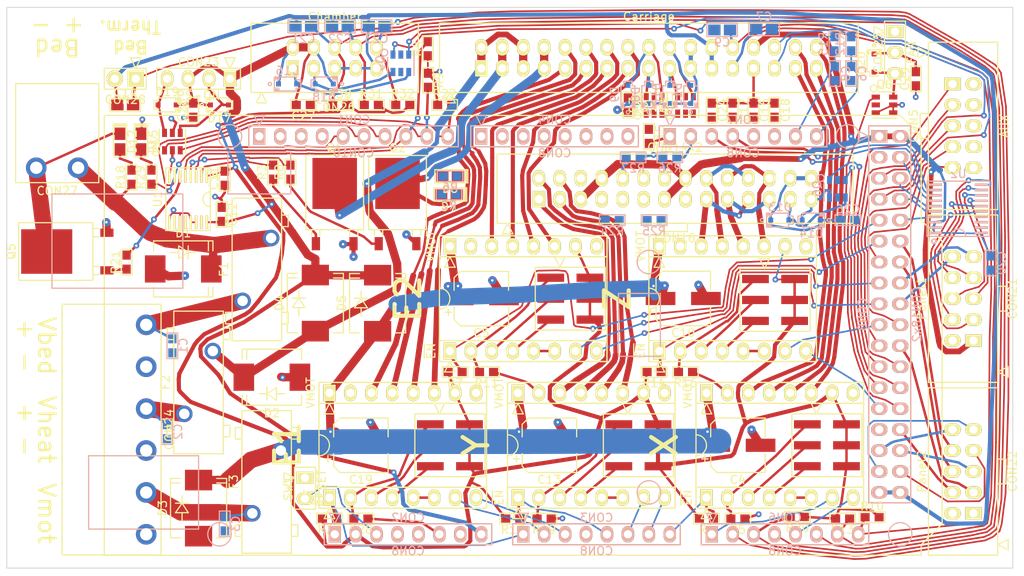
<source format=kicad_pcb>
(kicad_pcb (version 3) (host pcbnew "(2014-06-10 BZR 4935)-product")
  (layers (15 F.Cu signal) (0 B.Cu signal) (18 B.Paste user) (19 F.Paste user) (20 B.SilkS user) (21 F.SilkS user) (22 B.Mask user) (23 F.Mask user) (28 Edge.Cuts user))
  (net 0 "")
  (net 1 +12V)
  (net 2 +5V)
  (net 3 A0)
  (net 4 A1)
  (net 5 A13)
  (net 6 A14)
  (net 7 A15)
  (net 8 A2)
  (net 9 A6)
  (net 10 A7)
  (net 11 A8)
  (net 12 D10)
  (net 13 D13)
  (net 14 D24)
  (net 15 D26)
  (net 16 D28)
  (net 17 D30)
  (net 18 D34)
  (net 19 D36)
  (net 20 D38)
  (net 21 D46)
  (net 22 D8)
  (net 23 D9)
  (net 24 GND)
  (net 25 "Net-(C1-Pad1)")
  (net 26 "Net-(C2-Pad1)")
  (net 27 "Net-(C3-Pad1)")
  (net 28 Vmot)
  (net 29 D2)
  (net 30 D3)
  (net 31 IOREF)
  (net 32 D14)
  (net 33 A9)
  (net 34 A10)
  (net 35 A11)
  (net 36 D12)
  (net 37 D11)
  (net 38 RESET)
  (net 39 D7)
  (net 40 D6)
  (net 41 D5)
  (net 42 D4)
  (net 43 D32)
  (net 44 D39)
  (net 45 D40)
  (net 46 D42)
  (net 47 D43)
  (net 48 D16)
  (net 49 D17)
  (net 50 D44)
  (net 51 MISO)
  (net 52 SCK)
  (net 53 D23)
  (net 54 D25)
  (net 55 D27)
  (net 56 D29)
  (net 57 D31)
  (net 58 D33)
  (net 59 D35)
  (net 60 D37)
  (net 61 D41)
  (net 62 D45)
  (net 63 D47)
  (net 64 D49)
  (net 65 MOSI)
  (net 66 D53)
  (net 67 Vheat)
  (net 68 /Carriage/heater1)
  (net 69 /Carriage/heater2)
  (net 70 /Carriage/E1MotorA)
  (net 71 /Carriage/E1MotorC)
  (net 72 /Carriage/E2MotorA)
  (net 73 /Carriage/E2MotorC)
  (net 74 /Carriage/OC1)
  (net 75 /Carriage/OC3)
  (net 76 /Carriage/Xmin)
  (net 77 /Carriage/XmotorA)
  (net 78 /Carriage/XmotorC)
  (net 79 /Carriage/E1MotorB)
  (net 80 /Carriage/E1MotorD)
  (net 81 /Carriage/E2MotorB)
  (net 82 /Carriage/E2MotorD)
  (net 83 /Carriage/OC2)
  (net 84 /Carriage/OC4)
  (net 85 /Carriage/Xmax)
  (net 86 /Carriage/XmotorB)
  (net 87 /Carriage/XmotorD)
  (net 88 "Net-(CON10-Pad2)")
  (net 89 "Net-(CON10-Pad3)")
  (net 90 "Net-(CON10-Pad4)")
  (net 91 "Net-(CON10-Pad5)")
  (net 92 "Net-(CON12-Pad2)")
  (net 93 "Net-(CON12-Pad3)")
  (net 94 "Net-(CON12-Pad4)")
  (net 95 "Net-(CON12-Pad5)")
  (net 96 "Net-(CON14-Pad2)")
  (net 97 "Net-(CON14-Pad3)")
  (net 98 "Net-(CON14-Pad4)")
  (net 99 "Net-(CON14-Pad5)")
  (net 100 "/YZ axis/YmotorA")
  (net 101 "/YZ axis/YmotorC")
  (net 102 "/YZ axis/Ymin")
  (net 103 "/YZ axis/Zmin")
  (net 104 "/YZ axis/ZmotorA")
  (net 105 "/YZ axis/ZmotorC")
  (net 106 "/YZ axis/OC5")
  (net 107 "/YZ axis/OC6")
  (net 108 "/YZ axis/YmotorB")
  (net 109 "/YZ axis/YmotorD")
  (net 110 "/YZ axis/Zmax")
  (net 111 "/YZ axis/Ymax")
  (net 112 "/YZ axis/ZmotorB")
  (net 113 "/YZ axis/ZmotorD")
  (net 114 "Net-(CON17-Pad2)")
  (net 115 "Net-(CON17-Pad3)")
  (net 116 "Net-(CON17-Pad4)")
  (net 117 "Net-(CON17-Pad5)")
  (net 118 "Net-(CON19-Pad2)")
  (net 119 "Net-(CON19-Pad3)")
  (net 120 "Net-(CON19-Pad4)")
  (net 121 "Net-(CON19-Pad5)")
  (net 122 /Panel/LCD_EN)
  (net 123 /Panel/LCD_D4)
  (net 124 /Panel/LCD_D6)
  (net 125 /Panel/LCD_RS)
  (net 126 /Panel/LCD_D5)
  (net 127 /Panel/LCD_D7)
  (net 128 /Power/PS-ON)
  (net 129 /Power/PS-FAN)
  (net 130 "Net-(CON25-Pad3)")
  (net 131 /Power/Chamber-heater)
  (net 132 /Power/Chamber-fan)
  (net 133 Vbed)
  (net 134 "Net-(D6-Pad1)")
  (net 135 "Net-(D7-Pad1)")
  (net 136 "Net-(D12-Pad1)")
  (net 137 "Net-(D15-Pad1)")
  (net 138 "Net-(Q1-Pad1)")
  (net 139 "Net-(Q2-Pad1)")
  (net 140 "Net-(Q5-Pad1)")
  (net 141 "Net-(R3-Pad1)")
  (net 142 "Net-(R8-Pad1)")
  (net 143 "Net-(R21-Pad1)")
  (net 144 "/YZ axis/BED")
  (net 145 A4)
  (net 146 D21)
  (net 147 D20)
  (net 148 A5)
  (net 149 A12)
  (net 150 AGND)
  (module pnRLC:Cpol-6.3x7.7 (layer F.Cu) (at 113.665 78.105 180)
    (fp_text reference C4 (at 0 -4.1656 180) (layer F.SilkS))
    (fp_text value 100u/35V hide)
    (pad 1 smd rect (at 2.75082 0 180) (size 3.59918 1.6002) (layers F.Cu F.Paste F.Mask) (net 28 Vmot))
    (pad 2 smd rect (at -2.75082 0 180) (size 3.59918 1.6002) (layers F.Cu F.Paste F.Mask) (net 24 GND))
  )
  (module pnRLC:Cpol-6.3x7.7 (layer F.Cu) (at 82.55 60.325 180)
    (fp_text reference C5 (at 0 -4.1656 180) (layer F.SilkS))
    (fp_text value 100u/35V hide)
    (pad 1 smd rect (at 2.75082 0 180) (size 3.59918 1.6002) (layers F.Cu F.Paste F.Mask) (net 28 Vmot))
    (pad 2 smd rect (at -2.75082 0 180) (size 3.59918 1.6002) (layers F.Cu F.Paste F.Mask) (net 24 GND))
  )
  (module pnRLC:0805 (layer B.Cu) (at 116.84 27.6226 180)
    (fp_text reference C7 (at 0 1.5 180) (layer B.SilkS) (effects (justify mirror)))
    (fp_text value 4u7/10V hide)
    (pad 1 smd rect (at 0.95 0 180) (size 1.5 1.3) (layers B.Cu B.Paste B.Mask) (net 7 A15))
    (pad 2 smd rect (at -0.95 0 180) (size 1.5 1.3) (layers B.Cu B.Paste B.Mask) (net 150 AGND))
  )
  (module pnRLC:0805 (layer B.Cu) (at 111.76 27.7359)
    (fp_text reference C9 (at 0 1.5) (layer B.SilkS) (effects (justify mirror)))
    (fp_text value 4u7/10V hide)
    (pad 1 smd rect (at 0.95 0) (size 1.5 1.3) (layers B.Cu B.Paste B.Mask) (net 6 A14))
    (pad 2 smd rect (at -0.95 0) (size 1.5 1.3) (layers B.Cu B.Paste B.Mask) (net 150 AGND))
  )
  (module pnRLC:Cpol-6.3x7.7 (layer F.Cu) (at 107.038 60.3032 180)
    (fp_text reference C10 (at 0 -4.1656 180) (layer F.SilkS))
    (fp_text value 100u/35V hide)
    (pad 1 smd rect (at 2.75082 0 180) (size 3.59918 1.6002) (layers F.Cu F.Paste F.Mask) (net 28 Vmot))
    (pad 2 smd rect (at -2.75082 0 180) (size 3.59918 1.6002) (layers F.Cu F.Paste F.Mask) (net 24 GND))
  )
  (module pnRLC:Cpol-6.3x7.7 (layer F.Cu) (at 90.805 78.105 180)
    (fp_text reference C13 (at 0 -4.1656 180) (layer F.SilkS))
    (fp_text value 100u/35V hide)
    (pad 1 smd rect (at 2.75082 0 180) (size 3.59918 1.6002) (layers F.Cu F.Paste F.Mask) (net 28 Vmot))
    (pad 2 smd rect (at -2.75082 0 180) (size 3.59918 1.6002) (layers F.Cu F.Paste F.Mask) (net 24 GND))
  )
  (module pnRLC:0805 (layer F.Cu) (at 39.37 36.83)
    (fp_text reference C14 (at 0 -1.5) (layer F.SilkS))
    (fp_text value 4u7/10V hide)
    (pad 1 smd rect (at 0.95 0) (size 1.5 1.3) (layers F.Cu F.Paste F.Mask) (net 34 A10))
    (pad 2 smd rect (at -0.95 0) (size 1.5 1.3) (layers F.Cu F.Paste F.Mask) (net 150 AGND))
  )
  (module pnRLC:Cpol-6.3x7.7 (layer F.Cu) (at 67.945 78.105 180)
    (fp_text reference C19 (at 0 -4.1656 180) (layer F.SilkS))
    (fp_text value 100u/35V hide)
    (pad 1 smd rect (at 2.75082 0 180) (size 3.59918 1.6002) (layers F.Cu F.Paste F.Mask) (net 28 Vmot))
    (pad 2 smd rect (at -2.75082 0 180) (size 3.59918 1.6002) (layers F.Cu F.Paste F.Mask) (net 24 GND))
  )
  (module pnRLC:0805 (layer B.Cu) (at 60.96 27.305)
    (fp_text reference C21 (at 0 1.5) (layer B.SilkS) (effects (justify mirror)))
    (fp_text value 4u7/10V hide)
    (pad 1 smd rect (at 0.95 0) (size 1.5 1.3) (layers B.Cu B.Paste B.Mask) (net 35 A11))
    (pad 2 smd rect (at -0.95 0) (size 1.5 1.3) (layers B.Cu B.Paste B.Mask) (net 150 AGND))
  )
  (module pnRLC:0805 (layer B.Cu) (at 65.405 27.305)
    (fp_text reference C22 (at 0 1.5) (layer B.SilkS) (effects (justify mirror)))
    (fp_text value 4u7/10V hide)
    (pad 1 smd rect (at 0.95 0) (size 1.5 1.3) (layers B.Cu B.Paste B.Mask) (net 5 A13))
    (pad 2 smd rect (at -0.95 0) (size 1.5 1.3) (layers B.Cu B.Paste B.Mask) (net 150 AGND))
  )
  (module pnRLC:0805 (layer B.Cu) (at 69.85 27.305)
    (fp_text reference C23 (at 0 1.5) (layer B.SilkS) (effects (justify mirror)))
    (fp_text value 4u7/10V hide)
    (pad 1 smd rect (at 0.95 0) (size 1.5 1.3) (layers B.Cu B.Paste B.Mask) (net 33 A9))
    (pad 2 smd rect (at -0.95 0) (size 1.5 1.3) (layers B.Cu B.Paste B.Mask) (net 150 AGND))
  )
  (module pnSemiconductor:0805D (layer F.Cu) (at 78.7654 45.4787 180)
    (fp_text reference D6 (at 0 -1.5 180) (layer F.SilkS))
    (fp_text value RED hide)
    (pad 1 smd rect (at 0.95 0 180) (size 1.5 1.3) (layers F.Cu F.Paste F.Mask) (net 134 "Net-(D6-Pad1)"))
    (pad 2 smd rect (at -0.95 0 180) (size 1.5 1.3) (layers F.Cu F.Paste F.Mask) (net 68 /Carriage/heater1))
  )
  (module pnSemiconductor:0805D (layer F.Cu) (at 78.6257 47.6885 180)
    (fp_text reference D7 (at 0 -1.5 180) (layer F.SilkS))
    (fp_text value RED hide)
    (pad 1 smd rect (at 0.95 0 180) (size 1.5 1.3) (layers F.Cu F.Paste F.Mask) (net 135 "Net-(D7-Pad1)"))
    (pad 2 smd rect (at -0.95 0 180) (size 1.5 1.3) (layers F.Cu F.Paste F.Mask) (net 69 /Carriage/heater2))
  )
  (module pnSemiconductor:0805D (layer F.Cu) (at 38.735 41.275 270)
    (fp_text reference D12 (at 0 -1.5 270) (layer F.SilkS))
    (fp_text value RED hide)
    (pad 1 smd rect (at 0.95 0 270) (size 1.5 1.3) (layers F.Cu F.Paste F.Mask) (net 136 "Net-(D12-Pad1)"))
    (pad 2 smd rect (at -0.95 0 270) (size 1.5 1.3) (layers F.Cu F.Paste F.Mask) (net 144 "/YZ axis/BED"))
  )
  (module pnSemiconductor:0805D (layer F.Cu) (at 41.275 41.275 270)
    (fp_text reference D15 (at 0 -1.5 270) (layer F.SilkS))
    (fp_text value GREEN hide)
    (pad 1 smd rect (at 0.95 0 270) (size 1.5 1.3) (layers F.Cu F.Paste F.Mask) (net 137 "Net-(D15-Pad1)"))
    (pad 2 smd rect (at -0.95 0 270) (size 1.5 1.3) (layers F.Cu F.Paste F.Mask) (net 24 GND))
  )
  (module pnSemiconductor:Dpak (layer F.Cu) (at 64.77 46.355)
    (fp_text reference Q1 (at 0 -4.3) (layer F.SilkS))
    (fp_text value IRLR2905ZPBF hide)
    (pad 3 smd rect (at 2.28 7.3) (size 1 1.6) (layers F.Cu F.Paste F.Mask) (net 24 GND))
    (pad 4 smd rect (at 0 0) (size 5.4 6.2) (layers F.Cu F.Paste F.Mask) (net 68 /Carriage/heater1))
    (pad 1 smd rect (at -2.28 7.3) (size 1 1.6) (layers F.Cu F.Paste F.Mask) (net 138 "Net-(Q1-Pad1)"))
  )
  (module pnSemiconductor:Dpak (layer F.Cu) (at 72.39 46.355)
    (fp_text reference Q2 (at 0 -4.3) (layer F.SilkS))
    (fp_text value IRLR2905ZPBF hide)
    (pad 3 smd rect (at 2.28 7.3) (size 1 1.6) (layers F.Cu F.Paste F.Mask) (net 24 GND))
    (pad 4 smd rect (at 0 0) (size 5.4 6.2) (layers F.Cu F.Paste F.Mask) (net 69 /Carriage/heater2))
    (pad 1 smd rect (at -2.28 7.3) (size 1 1.6) (layers F.Cu F.Paste F.Mask) (net 139 "Net-(Q2-Pad1)"))
  )
  (module pnSemiconductor:SOT23-6 (layer F.Cu) (at 103.505 36.83)
    (fp_text reference Q3 (at -2.4765 0 90) (layer F.SilkS))
    (fp_text value FDC6401N hide)
    (pad 1 smd rect (at -0.9525 1.05664) (size 0.59944 1.00076) (layers F.Cu F.Paste F.Mask) (net 39 D7))
    (pad 2 smd rect (at 0 1.05664) (size 0.59944 1.00076) (layers F.Cu F.Paste F.Mask) (net 24 GND))
    (pad 3 smd rect (at 0.9525 1.05664) (size 0.59944 1.00076) (layers F.Cu F.Paste F.Mask) (net 41 D5))
    (pad 4 smd rect (at 0.9525 -1.05664) (size 0.59944 1.00076) (layers F.Cu F.Paste F.Mask) (net 83 /Carriage/OC2))
    (pad 5 smd rect (at 0 -1.05664) (size 0.59944 1.00076) (layers F.Cu F.Paste F.Mask) (net 24 GND))
    (pad 6 smd rect (at -0.9525 -1.05664) (size 0.59944 1.00076) (layers F.Cu F.Paste F.Mask) (net 74 /Carriage/OC1))
  )
  (module pnSemiconductor:SOT23-6 (layer F.Cu) (at 107.315 36.83)
    (fp_text reference Q4 (at -2.4765 0 90) (layer F.SilkS))
    (fp_text value FDC6401N hide)
    (pad 1 smd rect (at -0.9525 1.05664) (size 0.59944 1.00076) (layers F.Cu F.Paste F.Mask) (net 40 D6))
    (pad 2 smd rect (at 0 1.05664) (size 0.59944 1.00076) (layers F.Cu F.Paste F.Mask) (net 24 GND))
    (pad 3 smd rect (at 0.9525 1.05664) (size 0.59944 1.00076) (layers F.Cu F.Paste F.Mask) (net 42 D4))
    (pad 4 smd rect (at 0.9525 -1.05664) (size 0.59944 1.00076) (layers F.Cu F.Paste F.Mask) (net 84 /Carriage/OC4))
    (pad 5 smd rect (at 0 -1.05664) (size 0.59944 1.00076) (layers F.Cu F.Paste F.Mask) (net 24 GND))
    (pad 6 smd rect (at -0.9525 -1.05664) (size 0.59944 1.00076) (layers F.Cu F.Paste F.Mask) (net 75 /Carriage/OC3))
  )
  (module pnSemiconductor:Dpak (layer F.Cu) (at 29.845 54.61 90)
    (fp_text reference Q5 (at 0 -4.3 90) (layer F.SilkS))
    (fp_text value IRLR2905ZPBF hide)
    (pad 3 smd rect (at 2.28 7.3 90) (size 1 1.6) (layers F.Cu F.Paste F.Mask) (net 24 GND))
    (pad 4 smd rect (at 0 0 90) (size 5.4 6.2) (layers F.Cu F.Paste F.Mask) (net 144 "/YZ axis/BED"))
    (pad 1 smd rect (at -2.28 7.3 90) (size 1 1.6) (layers F.Cu F.Paste F.Mask) (net 140 "Net-(Q5-Pad1)"))
  )
  (module pnSemiconductor:SOT23-6 (layer B.Cu) (at 125.73 46.99)
    (fp_text reference Q6 (at -2.4765 0 270) (layer B.SilkS) (effects (justify mirror)))
    (fp_text value FDC6401N hide)
    (pad 1 smd rect (at -0.9525 -1.05664) (size 0.59944 1.00076) (layers B.Cu B.Paste B.Mask) (net 62 D45))
    (pad 2 smd rect (at 0 -1.05664) (size 0.59944 1.00076) (layers B.Cu B.Paste B.Mask) (net 24 GND))
    (pad 3 smd rect (at 0.9525 -1.05664) (size 0.59944 1.00076) (layers B.Cu B.Paste B.Mask) (net 50 D44))
    (pad 4 smd rect (at 0.9525 1.05664) (size 0.59944 1.00076) (layers B.Cu B.Paste B.Mask) (net 106 "/YZ axis/OC5"))
    (pad 5 smd rect (at 0 1.05664) (size 0.59944 1.00076) (layers B.Cu B.Paste B.Mask) (net 24 GND))
    (pad 6 smd rect (at -0.9525 1.05664) (size 0.59944 1.00076) (layers B.Cu B.Paste B.Mask) (net 107 "/YZ axis/OC6"))
  )
  (module pnSemiconductor:SOT23-6 (layer F.Cu) (at 45.085 41.275)
    (fp_text reference Q7 (at -2.4765 0 90) (layer F.SilkS))
    (fp_text value FDC6401N hide)
    (pad 1 smd rect (at -0.9525 1.05664) (size 0.59944 1.00076) (layers F.Cu F.Paste F.Mask) (net 37 D11))
    (pad 2 smd rect (at 0 1.05664) (size 0.59944 1.00076) (layers F.Cu F.Paste F.Mask) (net 24 GND))
    (pad 3 smd rect (at 0.9525 1.05664) (size 0.59944 1.00076) (layers F.Cu F.Paste F.Mask) (net 36 D12))
    (pad 4 smd rect (at 0.9525 -1.05664) (size 0.59944 1.00076) (layers F.Cu F.Paste F.Mask) (net 128 /Power/PS-ON))
    (pad 5 smd rect (at 0 -1.05664) (size 0.59944 1.00076) (layers F.Cu F.Paste F.Mask) (net 24 GND))
    (pad 6 smd rect (at -0.9525 -1.05664) (size 0.59944 1.00076) (layers F.Cu F.Paste F.Mask) (net 129 /Power/PS-FAN))
  )
  (module pnSemiconductor:SOT23-6 (layer F.Cu) (at 131.445 36.83 270)
    (fp_text reference Q8 (at -2.4765 0 360) (layer F.SilkS))
    (fp_text value FDC6401N hide)
    (pad 1 smd rect (at -0.9525 1.05664 270) (size 0.59944 1.00076) (layers F.Cu F.Paste F.Mask) (net 63 D47))
    (pad 2 smd rect (at 0 1.05664 270) (size 0.59944 1.00076) (layers F.Cu F.Paste F.Mask) (net 24 GND))
    (pad 3 smd rect (at 0.9525 1.05664 270) (size 0.59944 1.00076) (layers F.Cu F.Paste F.Mask) (net 24 GND))
    (pad 4 smd rect (at 0.9525 -1.05664 270) (size 0.59944 1.00076) (layers F.Cu F.Paste F.Mask) (net 24 GND))
    (pad 5 smd rect (at 0 -1.05664 270) (size 0.59944 1.00076) (layers F.Cu F.Paste F.Mask) (net 24 GND))
    (pad 6 smd rect (at -0.9525 -1.05664 270) (size 0.59944 1.00076) (layers F.Cu F.Paste F.Mask) (net 130 "Net-(CON25-Pad3)"))
  )
  (module pnSemiconductor:SOT23-6 (layer B.Cu) (at 72.7893 31.7797)
    (fp_text reference Q9 (at -2.4765 0 270) (layer B.SilkS) (effects (justify mirror)))
    (fp_text value FDC6401N hide)
    (pad 1 smd rect (at -0.9525 -1.05664) (size 0.59944 1.00076) (layers B.Cu B.Paste B.Mask) (net 15 D26))
    (pad 2 smd rect (at 0 -1.05664) (size 0.59944 1.00076) (layers B.Cu B.Paste B.Mask) (net 24 GND))
    (pad 3 smd rect (at 0.9525 -1.05664) (size 0.59944 1.00076) (layers B.Cu B.Paste B.Mask) (net 14 D24))
    (pad 4 smd rect (at 0.9525 1.05664) (size 0.59944 1.00076) (layers B.Cu B.Paste B.Mask) (net 131 /Power/Chamber-heater))
    (pad 5 smd rect (at 0 1.05664) (size 0.59944 1.00076) (layers B.Cu B.Paste B.Mask) (net 24 GND))
    (pad 6 smd rect (at -0.9525 1.05664) (size 0.59944 1.00076) (layers B.Cu B.Paste B.Mask) (net 132 /Power/Chamber-fan))
  )
  (module pnModules:ArduinoMegaShield (layer F.Cu) (at 36.83 91.44)
    (fp_text reference MECH1 hide)
    (fp_text value ArduinoMegaShield hide)
  )
  (module pnPinheaders:PIN10_a (layer B.Cu) (at 67.056 40.64)
    (fp_text reference CON1 (at 0 -2.02) (layer B.SilkS) (effects (justify mirror)))
    (fp_text value CON10 (at 0 2.02) (layer B.SilkS) (effects (justify mirror)))
    (pad 1 thru_hole rect (at -11.43 0) (size 1.5 2) (drill 1) (layers *.Cu *.Mask B.SilkS))
    (pad 2 thru_hole oval (at -8.89 0) (size 1.5 2) (drill 1) (layers *.Cu *.Mask B.SilkS))
    (pad 3 thru_hole oval (at -6.35 0) (size 1.5 2) (drill 1) (layers *.Cu *.Mask B.SilkS))
    (pad 4 thru_hole oval (at -3.81 0) (size 1.5 2) (drill 1) (layers *.Cu *.Mask B.SilkS))
    (pad 5 thru_hole oval (at -1.27 0) (size 1.5 2) (drill 1) (layers *.Cu *.Mask B.SilkS) (net 13 D13))
    (pad 6 thru_hole oval (at 1.27 0) (size 1.5 2) (drill 1) (layers *.Cu *.Mask B.SilkS) (net 36 D12))
    (pad 7 thru_hole oval (at 3.81 0) (size 1.5 2) (drill 1) (layers *.Cu *.Mask B.SilkS) (net 37 D11))
    (pad 8 thru_hole oval (at 6.35 0) (size 1.5 2) (drill 1) (layers *.Cu *.Mask B.SilkS) (net 12 D10))
    (pad 9 thru_hole oval (at 8.89 0) (size 1.5 2) (drill 1) (layers *.Cu *.Mask B.SilkS) (net 23 D9))
    (pad 10 thru_hole oval (at 11.43 0) (size 1.5 2) (drill 1) (layers *.Cu *.Mask B.SilkS) (net 22 D8))
  )
  (module pnPinheaders:PIN8_a (layer B.Cu) (at 73.66 88.9)
    (fp_text reference CON2 (at 0 -2.02) (layer B.SilkS) (effects (justify mirror)))
    (fp_text value CON8 (at 0 2.02) (layer B.SilkS) (effects (justify mirror)))
    (pad 1 thru_hole rect (at -8.89 0) (size 1.5 2) (drill 1) (layers *.Cu *.Mask B.SilkS))
    (pad 2 thru_hole oval (at -6.35 0) (size 1.5 2) (drill 1) (layers *.Cu *.Mask B.SilkS) (net 31 IOREF))
    (pad 3 thru_hole oval (at -3.81 0) (size 1.5 2) (drill 1) (layers *.Cu *.Mask B.SilkS) (net 38 RESET))
    (pad 4 thru_hole oval (at -1.27 0) (size 1.5 2) (drill 1) (layers *.Cu *.Mask B.SilkS))
    (pad 5 thru_hole oval (at 1.27 0) (size 1.5 2) (drill 1) (layers *.Cu *.Mask B.SilkS))
    (pad 6 thru_hole oval (at 3.81 0) (size 1.5 2) (drill 1) (layers *.Cu *.Mask B.SilkS) (net 24 GND))
    (pad 7 thru_hole oval (at 6.35 0) (size 1.5 2) (drill 1) (layers *.Cu *.Mask B.SilkS) (net 24 GND))
    (pad 8 thru_hole oval (at 8.89 0) (size 1.5 2) (drill 1) (layers *.Cu *.Mask B.SilkS) (net 1 +12V))
  )
  (module pnPinheaders:PIN8_a (layer B.Cu) (at 96.52 88.9)
    (fp_text reference CON3 (at 0 -2.02) (layer B.SilkS) (effects (justify mirror)))
    (fp_text value CON8 (at 0 2.02) (layer B.SilkS) (effects (justify mirror)))
    (pad 1 thru_hole rect (at -8.89 0) (size 1.5 2) (drill 1) (layers *.Cu *.Mask B.SilkS) (net 3 A0))
    (pad 2 thru_hole oval (at -6.35 0) (size 1.5 2) (drill 1) (layers *.Cu *.Mask B.SilkS) (net 4 A1))
    (pad 3 thru_hole oval (at -3.81 0) (size 1.5 2) (drill 1) (layers *.Cu *.Mask B.SilkS) (net 8 A2))
    (pad 4 thru_hole oval (at -1.27 0) (size 1.5 2) (drill 1) (layers *.Cu *.Mask B.SilkS))
    (pad 5 thru_hole oval (at 1.27 0) (size 1.5 2) (drill 1) (layers *.Cu *.Mask B.SilkS) (net 145 A4))
    (pad 6 thru_hole oval (at 3.81 0) (size 1.5 2) (drill 1) (layers *.Cu *.Mask B.SilkS) (net 148 A5))
    (pad 7 thru_hole oval (at 6.35 0) (size 1.5 2) (drill 1) (layers *.Cu *.Mask B.SilkS) (net 9 A6))
    (pad 8 thru_hole oval (at 8.89 0) (size 1.5 2) (drill 1) (layers *.Cu *.Mask B.SilkS) (net 10 A7))
  )
  (module pnPinheaders:PIN8_a (layer B.Cu) (at 91.44 40.64)
    (fp_text reference CON4 (at 0 -2.02) (layer B.SilkS) (effects (justify mirror)))
    (fp_text value CON8 (at 0 2.02) (layer B.SilkS) (effects (justify mirror)))
    (pad 1 thru_hole rect (at -8.89 0) (size 1.5 2) (drill 1) (layers *.Cu *.Mask B.SilkS) (net 39 D7))
    (pad 2 thru_hole oval (at -6.35 0) (size 1.5 2) (drill 1) (layers *.Cu *.Mask B.SilkS) (net 40 D6))
    (pad 3 thru_hole oval (at -3.81 0) (size 1.5 2) (drill 1) (layers *.Cu *.Mask B.SilkS) (net 41 D5))
    (pad 4 thru_hole oval (at -1.27 0) (size 1.5 2) (drill 1) (layers *.Cu *.Mask B.SilkS) (net 42 D4))
    (pad 5 thru_hole oval (at 1.27 0) (size 1.5 2) (drill 1) (layers *.Cu *.Mask B.SilkS) (net 30 D3))
    (pad 6 thru_hole oval (at 3.81 0) (size 1.5 2) (drill 1) (layers *.Cu *.Mask B.SilkS) (net 29 D2))
    (pad 7 thru_hole oval (at 6.35 0) (size 1.5 2) (drill 1) (layers *.Cu *.Mask B.SilkS))
    (pad 8 thru_hole oval (at 8.89 0) (size 1.5 2) (drill 1) (layers *.Cu *.Mask B.SilkS))
  )
  (module pnPinheaders:PIN8_a (layer B.Cu) (at 119.38 88.9)
    (fp_text reference CON6 (at 0 -2.02) (layer B.SilkS) (effects (justify mirror)))
    (fp_text value CON8 (at 0 2.02) (layer B.SilkS) (effects (justify mirror)))
    (pad 1 thru_hole rect (at -8.89 0) (size 1.5 2) (drill 1) (layers *.Cu *.Mask B.SilkS) (net 11 A8))
    (pad 2 thru_hole oval (at -6.35 0) (size 1.5 2) (drill 1) (layers *.Cu *.Mask B.SilkS) (net 33 A9))
    (pad 3 thru_hole oval (at -3.81 0) (size 1.5 2) (drill 1) (layers *.Cu *.Mask B.SilkS) (net 34 A10))
    (pad 4 thru_hole oval (at -1.27 0) (size 1.5 2) (drill 1) (layers *.Cu *.Mask B.SilkS) (net 35 A11))
    (pad 5 thru_hole oval (at 1.27 0) (size 1.5 2) (drill 1) (layers *.Cu *.Mask B.SilkS) (net 149 A12))
    (pad 6 thru_hole oval (at 3.81 0) (size 1.5 2) (drill 1) (layers *.Cu *.Mask B.SilkS) (net 5 A13))
    (pad 7 thru_hole oval (at 6.35 0) (size 1.5 2) (drill 1) (layers *.Cu *.Mask B.SilkS) (net 6 A14))
    (pad 8 thru_hole oval (at 8.89 0) (size 1.5 2) (drill 1) (layers *.Cu *.Mask B.SilkS) (net 7 A15))
  )
  (module pnPinheaders:PIN8_a (layer B.Cu) (at 114.3 40.64)
    (fp_text reference CON7 (at 0 -2.02) (layer B.SilkS) (effects (justify mirror)))
    (fp_text value CON8 (at 0 2.02) (layer B.SilkS) (effects (justify mirror)))
    (pad 1 thru_hole rect (at -8.89 0) (size 1.5 2) (drill 1) (layers *.Cu *.Mask B.SilkS) (net 32 D14))
    (pad 2 thru_hole oval (at -6.35 0) (size 1.5 2) (drill 1) (layers *.Cu *.Mask B.SilkS))
    (pad 3 thru_hole oval (at -3.81 0) (size 1.5 2) (drill 1) (layers *.Cu *.Mask B.SilkS) (net 48 D16))
    (pad 4 thru_hole oval (at -1.27 0) (size 1.5 2) (drill 1) (layers *.Cu *.Mask B.SilkS) (net 49 D17))
    (pad 5 thru_hole oval (at 1.27 0) (size 1.5 2) (drill 1) (layers *.Cu *.Mask B.SilkS))
    (pad 6 thru_hole oval (at 3.81 0) (size 1.5 2) (drill 1) (layers *.Cu *.Mask B.SilkS))
    (pad 7 thru_hole oval (at 6.35 0) (size 1.5 2) (drill 1) (layers *.Cu *.Mask B.SilkS) (net 147 D20))
    (pad 8 thru_hole oval (at 8.89 0) (size 1.5 2) (drill 1) (layers *.Cu *.Mask B.SilkS) (net 146 D21))
  )
  (module pnPinheaders:PIN18x2reverse_a (layer B.Cu) (at 132.08 62.23 90)
    (fp_text reference CON8 (at 0 -3.29 90) (layer B.SilkS) (effects (justify mirror)))
    (fp_text value CON18x2 (at 0 3.29 90) (layer B.SilkS) (effects (justify mirror)))
    (pad 1 thru_hole rect (at 21.59 -1.27 270) (size 1.5 2) (drill 1) (layers *.Cu *.Mask B.SilkS) (net 2 +5V))
    (pad 3 thru_hole oval (at 19.05 -1.27 270) (size 1.5 2) (drill 1) (layers *.Cu *.Mask B.SilkS))
    (pad 5 thru_hole oval (at 16.51 -1.27 270) (size 1.5 2) (drill 1) (layers *.Cu *.Mask B.SilkS) (net 14 D24))
    (pad 7 thru_hole oval (at 13.97 -1.27 270) (size 1.5 2) (drill 1) (layers *.Cu *.Mask B.SilkS) (net 15 D26))
    (pad 9 thru_hole oval (at 11.43 -1.27 270) (size 1.5 2) (drill 1) (layers *.Cu *.Mask B.SilkS) (net 16 D28))
    (pad 11 thru_hole oval (at 8.89 -1.27 270) (size 1.5 2) (drill 1) (layers *.Cu *.Mask B.SilkS) (net 17 D30))
    (pad 13 thru_hole oval (at 6.35 -1.27 270) (size 1.5 2) (drill 1) (layers *.Cu *.Mask B.SilkS) (net 43 D32))
    (pad 15 thru_hole oval (at 3.81 -1.27 270) (size 1.5 2) (drill 1) (layers *.Cu *.Mask B.SilkS) (net 18 D34))
    (pad 17 thru_hole oval (at 1.27 -1.27 270) (size 1.5 2) (drill 1) (layers *.Cu *.Mask B.SilkS) (net 19 D36))
    (pad 19 thru_hole oval (at -1.27 -1.27 270) (size 1.5 2) (drill 1) (layers *.Cu *.Mask B.SilkS) (net 20 D38))
    (pad 21 thru_hole oval (at -3.81 -1.27 270) (size 1.5 2) (drill 1) (layers *.Cu *.Mask B.SilkS) (net 45 D40))
    (pad 23 thru_hole oval (at -6.35 -1.27 270) (size 1.5 2) (drill 1) (layers *.Cu *.Mask B.SilkS) (net 46 D42))
    (pad 25 thru_hole oval (at -8.89 -1.27 270) (size 1.5 2) (drill 1) (layers *.Cu *.Mask B.SilkS) (net 50 D44))
    (pad 27 thru_hole oval (at -11.43 -1.27 270) (size 1.5 2) (drill 1) (layers *.Cu *.Mask B.SilkS) (net 21 D46))
    (pad 29 thru_hole oval (at -13.97 -1.27 270) (size 1.5 2) (drill 1) (layers *.Cu *.Mask B.SilkS))
    (pad 31 thru_hole oval (at -16.51 -1.27 270) (size 1.5 2) (drill 1) (layers *.Cu *.Mask B.SilkS) (net 51 MISO))
    (pad 33 thru_hole oval (at -19.05 -1.27 270) (size 1.5 2) (drill 1) (layers *.Cu *.Mask B.SilkS) (net 52 SCK))
    (pad 35 thru_hole oval (at -21.59 -1.27 270) (size 1.5 2) (drill 1) (layers *.Cu *.Mask B.SilkS) (net 150 AGND))
    (pad 2 thru_hole oval (at 21.59 1.27 270) (size 1.5 2) (drill 1) (layers *.Cu *.Mask B.SilkS) (net 2 +5V))
    (pad 4 thru_hole oval (at 19.05 1.27 270) (size 1.5 2) (drill 1) (layers *.Cu *.Mask B.SilkS) (net 53 D23))
    (pad 6 thru_hole oval (at 16.51 1.27 270) (size 1.5 2) (drill 1) (layers *.Cu *.Mask B.SilkS) (net 54 D25))
    (pad 8 thru_hole oval (at 13.97 1.27 270) (size 1.5 2) (drill 1) (layers *.Cu *.Mask B.SilkS) (net 55 D27))
    (pad 10 thru_hole oval (at 11.43 1.27 270) (size 1.5 2) (drill 1) (layers *.Cu *.Mask B.SilkS) (net 56 D29))
    (pad 12 thru_hole oval (at 8.89 1.27 270) (size 1.5 2) (drill 1) (layers *.Cu *.Mask B.SilkS) (net 57 D31))
    (pad 14 thru_hole oval (at 6.35 1.27 270) (size 1.5 2) (drill 1) (layers *.Cu *.Mask B.SilkS) (net 58 D33))
    (pad 16 thru_hole oval (at 3.81 1.27 270) (size 1.5 2) (drill 1) (layers *.Cu *.Mask B.SilkS) (net 59 D35))
    (pad 18 thru_hole oval (at 1.27 1.27 270) (size 1.5 2) (drill 1) (layers *.Cu *.Mask B.SilkS) (net 60 D37))
    (pad 20 thru_hole oval (at -1.27 1.27 270) (size 1.5 2) (drill 1) (layers *.Cu *.Mask B.SilkS) (net 44 D39))
    (pad 22 thru_hole oval (at -3.81 1.27 270) (size 1.5 2) (drill 1) (layers *.Cu *.Mask B.SilkS) (net 61 D41))
    (pad 24 thru_hole oval (at -6.35 1.27 270) (size 1.5 2) (drill 1) (layers *.Cu *.Mask B.SilkS) (net 47 D43))
    (pad 26 thru_hole oval (at -8.89 1.27 270) (size 1.5 2) (drill 1) (layers *.Cu *.Mask B.SilkS) (net 62 D45))
    (pad 28 thru_hole oval (at -11.43 1.27 270) (size 1.5 2) (drill 1) (layers *.Cu *.Mask B.SilkS) (net 63 D47))
    (pad 30 thru_hole oval (at -13.97 1.27 270) (size 1.5 2) (drill 1) (layers *.Cu *.Mask B.SilkS) (net 64 D49))
    (pad 32 thru_hole oval (at -16.51 1.27 270) (size 1.5 2) (drill 1) (layers *.Cu *.Mask B.SilkS) (net 65 MOSI))
    (pad 34 thru_hole oval (at -19.05 1.27 270) (size 1.5 2) (drill 1) (layers *.Cu *.Mask B.SilkS) (net 66 D53))
    (pad 36 thru_hole oval (at -21.59 1.27 270) (size 1.5 2) (drill 1) (layers *.Cu *.Mask B.SilkS) (net 150 AGND))
  )
  (module pnPinheaders:PIN8_a (layer F.Cu) (at 118.745 84.455)
    (fp_text reference CON10 hide)
    (fp_text value Stepstick_Left_Connector hide)
    (pad 1 thru_hole rect (at -8.89 0) (size 1.5 2) (drill 1) (layers *.Cu *.Mask F.SilkS) (net 10 A7))
    (pad 2 thru_hole oval (at -6.35 0) (size 1.5 2) (drill 1) (layers *.Cu *.Mask F.SilkS) (net 88 "Net-(CON10-Pad2)"))
    (pad 3 thru_hole oval (at -3.81 0) (size 1.5 2) (drill 1) (layers *.Cu *.Mask F.SilkS) (net 89 "Net-(CON10-Pad3)"))
    (pad 4 thru_hole oval (at -1.27 0) (size 1.5 2) (drill 1) (layers *.Cu *.Mask F.SilkS) (net 90 "Net-(CON10-Pad4)"))
    (pad 5 thru_hole oval (at 1.27 0) (size 1.5 2) (drill 1) (layers *.Cu *.Mask F.SilkS) (net 91 "Net-(CON10-Pad5)"))
    (pad 6 thru_hole oval (at 3.81 0) (size 1.5 2) (drill 1) (layers *.Cu *.Mask F.SilkS) (net 91 "Net-(CON10-Pad5)"))
    (pad 7 thru_hole oval (at 6.35 0) (size 1.5 2) (drill 1) (layers *.Cu *.Mask F.SilkS) (net 11 A8))
    (pad 8 thru_hole oval (at 8.89 0) (size 1.5 2) (drill 1) (layers *.Cu *.Mask F.SilkS) (net 149 A12))
  )
  (module pnPinheaders:PIN8_a (layer F.Cu) (at 118.745 71.755)
    (fp_text reference CON11 hide)
    (fp_text value Stepstick_Right_Connector hide)
    (pad 1 thru_hole rect (at -8.89 0) (size 1.5 2) (drill 1) (layers *.Cu *.Mask F.SilkS) (net 28 Vmot))
    (pad 2 thru_hole oval (at -6.35 0) (size 1.5 2) (drill 1) (layers *.Cu *.Mask F.SilkS) (net 24 GND))
    (pad 3 thru_hole oval (at -3.81 0) (size 1.5 2) (drill 1) (layers *.Cu *.Mask F.SilkS) (net 77 /Carriage/XmotorA))
    (pad 4 thru_hole oval (at -1.27 0) (size 1.5 2) (drill 1) (layers *.Cu *.Mask F.SilkS) (net 86 /Carriage/XmotorB))
    (pad 5 thru_hole oval (at 1.27 0) (size 1.5 2) (drill 1) (layers *.Cu *.Mask F.SilkS) (net 78 /Carriage/XmotorC))
    (pad 6 thru_hole oval (at 3.81 0) (size 1.5 2) (drill 1) (layers *.Cu *.Mask F.SilkS) (net 87 /Carriage/XmotorD))
    (pad 7 thru_hole oval (at 6.35 0) (size 1.5 2) (drill 1) (layers *.Cu *.Mask F.SilkS) (net 31 IOREF))
    (pad 8 thru_hole oval (at 8.89 0) (size 1.5 2) (drill 1) (layers *.Cu *.Mask F.SilkS) (net 24 GND))
  )
  (module pnPinheaders:PIN8_a (layer F.Cu) (at 87.63 66.675)
    (fp_text reference CON12 hide)
    (fp_text value Stepstick_Left_Connector hide)
    (pad 1 thru_hole rect (at -8.89 0) (size 1.5 2) (drill 1) (layers *.Cu *.Mask F.SilkS) (net 16 D28))
    (pad 2 thru_hole oval (at -6.35 0) (size 1.5 2) (drill 1) (layers *.Cu *.Mask F.SilkS) (net 92 "Net-(CON12-Pad2)"))
    (pad 3 thru_hole oval (at -3.81 0) (size 1.5 2) (drill 1) (layers *.Cu *.Mask F.SilkS) (net 93 "Net-(CON12-Pad3)"))
    (pad 4 thru_hole oval (at -1.27 0) (size 1.5 2) (drill 1) (layers *.Cu *.Mask F.SilkS) (net 94 "Net-(CON12-Pad4)"))
    (pad 5 thru_hole oval (at 1.27 0) (size 1.5 2) (drill 1) (layers *.Cu *.Mask F.SilkS) (net 95 "Net-(CON12-Pad5)"))
    (pad 6 thru_hole oval (at 3.81 0) (size 1.5 2) (drill 1) (layers *.Cu *.Mask F.SilkS) (net 95 "Net-(CON12-Pad5)"))
    (pad 7 thru_hole oval (at 6.35 0) (size 1.5 2) (drill 1) (layers *.Cu *.Mask F.SilkS) (net 17 D30))
    (pad 8 thru_hole oval (at 8.89 0) (size 1.5 2) (drill 1) (layers *.Cu *.Mask F.SilkS) (net 18 D34))
  )
  (module pnPinheaders:PIN8_a (layer F.Cu) (at 87.63 53.975)
    (fp_text reference CON13 hide)
    (fp_text value Stepstick_Right_Connector hide)
    (pad 1 thru_hole rect (at -8.89 0) (size 1.5 2) (drill 1) (layers *.Cu *.Mask F.SilkS) (net 28 Vmot))
    (pad 2 thru_hole oval (at -6.35 0) (size 1.5 2) (drill 1) (layers *.Cu *.Mask F.SilkS) (net 24 GND))
    (pad 3 thru_hole oval (at -3.81 0) (size 1.5 2) (drill 1) (layers *.Cu *.Mask F.SilkS) (net 72 /Carriage/E2MotorA))
    (pad 4 thru_hole oval (at -1.27 0) (size 1.5 2) (drill 1) (layers *.Cu *.Mask F.SilkS) (net 81 /Carriage/E2MotorB))
    (pad 5 thru_hole oval (at 1.27 0) (size 1.5 2) (drill 1) (layers *.Cu *.Mask F.SilkS) (net 73 /Carriage/E2MotorC))
    (pad 6 thru_hole oval (at 3.81 0) (size 1.5 2) (drill 1) (layers *.Cu *.Mask F.SilkS) (net 82 /Carriage/E2MotorD))
    (pad 7 thru_hole oval (at 6.35 0) (size 1.5 2) (drill 1) (layers *.Cu *.Mask F.SilkS) (net 31 IOREF))
    (pad 8 thru_hole oval (at 8.89 0) (size 1.5 2) (drill 1) (layers *.Cu *.Mask F.SilkS) (net 24 GND))
  )
  (module pnPinheaders:PIN8_a (layer F.Cu) (at 113.03 66.675)
    (fp_text reference CON14 hide)
    (fp_text value Stepstick_Left_Connector hide)
    (pad 1 thru_hole rect (at -8.89 0) (size 1.5 2) (drill 1) (layers *.Cu *.Mask F.SilkS) (net 19 D36))
    (pad 2 thru_hole oval (at -6.35 0) (size 1.5 2) (drill 1) (layers *.Cu *.Mask F.SilkS) (net 96 "Net-(CON14-Pad2)"))
    (pad 3 thru_hole oval (at -3.81 0) (size 1.5 2) (drill 1) (layers *.Cu *.Mask F.SilkS) (net 97 "Net-(CON14-Pad3)"))
    (pad 4 thru_hole oval (at -1.27 0) (size 1.5 2) (drill 1) (layers *.Cu *.Mask F.SilkS) (net 98 "Net-(CON14-Pad4)"))
    (pad 5 thru_hole oval (at 1.27 0) (size 1.5 2) (drill 1) (layers *.Cu *.Mask F.SilkS) (net 99 "Net-(CON14-Pad5)"))
    (pad 6 thru_hole oval (at 3.81 0) (size 1.5 2) (drill 1) (layers *.Cu *.Mask F.SilkS) (net 99 "Net-(CON14-Pad5)"))
    (pad 7 thru_hole oval (at 6.35 0) (size 1.5 2) (drill 1) (layers *.Cu *.Mask F.SilkS) (net 20 D38))
    (pad 8 thru_hole oval (at 8.89 0) (size 1.5 2) (drill 1) (layers *.Cu *.Mask F.SilkS) (net 21 D46))
  )
  (module pnPinheaders:PIN8_a (layer F.Cu) (at 113.03 53.975)
    (fp_text reference CON15 hide)
    (fp_text value Stepstick_Right_Connector hide)
    (pad 1 thru_hole rect (at -8.89 0) (size 1.5 2) (drill 1) (layers *.Cu *.Mask F.SilkS) (net 28 Vmot))
    (pad 2 thru_hole oval (at -6.35 0) (size 1.5 2) (drill 1) (layers *.Cu *.Mask F.SilkS) (net 24 GND))
    (pad 3 thru_hole oval (at -3.81 0) (size 1.5 2) (drill 1) (layers *.Cu *.Mask F.SilkS) (net 104 "/YZ axis/ZmotorA"))
    (pad 4 thru_hole oval (at -1.27 0) (size 1.5 2) (drill 1) (layers *.Cu *.Mask F.SilkS) (net 112 "/YZ axis/ZmotorB"))
    (pad 5 thru_hole oval (at 1.27 0) (size 1.5 2) (drill 1) (layers *.Cu *.Mask F.SilkS) (net 105 "/YZ axis/ZmotorC"))
    (pad 6 thru_hole oval (at 3.81 0) (size 1.5 2) (drill 1) (layers *.Cu *.Mask F.SilkS) (net 113 "/YZ axis/ZmotorD"))
    (pad 7 thru_hole oval (at 6.35 0) (size 1.5 2) (drill 1) (layers *.Cu *.Mask F.SilkS) (net 31 IOREF))
    (pad 8 thru_hole oval (at 8.89 0) (size 1.5 2) (drill 1) (layers *.Cu *.Mask F.SilkS) (net 24 GND))
  )
  (module pnPinheaders:PIN8_a (layer F.Cu) (at 95.885 84.455)
    (fp_text reference CON17 hide)
    (fp_text value Stepstick_Left_Connector hide)
    (pad 1 thru_hole rect (at -8.89 0) (size 1.5 2) (drill 1) (layers *.Cu *.Mask F.SilkS) (net 145 A4))
    (pad 2 thru_hole oval (at -6.35 0) (size 1.5 2) (drill 1) (layers *.Cu *.Mask F.SilkS) (net 114 "Net-(CON17-Pad2)"))
    (pad 3 thru_hole oval (at -3.81 0) (size 1.5 2) (drill 1) (layers *.Cu *.Mask F.SilkS) (net 115 "Net-(CON17-Pad3)"))
    (pad 4 thru_hole oval (at -1.27 0) (size 1.5 2) (drill 1) (layers *.Cu *.Mask F.SilkS) (net 116 "Net-(CON17-Pad4)"))
    (pad 5 thru_hole oval (at 1.27 0) (size 1.5 2) (drill 1) (layers *.Cu *.Mask F.SilkS) (net 117 "Net-(CON17-Pad5)"))
    (pad 6 thru_hole oval (at 3.81 0) (size 1.5 2) (drill 1) (layers *.Cu *.Mask F.SilkS) (net 117 "Net-(CON17-Pad5)"))
    (pad 7 thru_hole oval (at 6.35 0) (size 1.5 2) (drill 1) (layers *.Cu *.Mask F.SilkS) (net 148 A5))
    (pad 8 thru_hole oval (at 8.89 0) (size 1.5 2) (drill 1) (layers *.Cu *.Mask F.SilkS) (net 9 A6))
  )
  (module pnPinheaders:PIN8_a (layer F.Cu) (at 95.885 71.755)
    (fp_text reference CON18 hide)
    (fp_text value Stepstick_Right_Connector hide)
    (pad 1 thru_hole rect (at -8.89 0) (size 1.5 2) (drill 1) (layers *.Cu *.Mask F.SilkS) (net 28 Vmot))
    (pad 2 thru_hole oval (at -6.35 0) (size 1.5 2) (drill 1) (layers *.Cu *.Mask F.SilkS) (net 24 GND))
    (pad 3 thru_hole oval (at -3.81 0) (size 1.5 2) (drill 1) (layers *.Cu *.Mask F.SilkS) (net 100 "/YZ axis/YmotorA"))
    (pad 4 thru_hole oval (at -1.27 0) (size 1.5 2) (drill 1) (layers *.Cu *.Mask F.SilkS) (net 108 "/YZ axis/YmotorB"))
    (pad 5 thru_hole oval (at 1.27 0) (size 1.5 2) (drill 1) (layers *.Cu *.Mask F.SilkS) (net 101 "/YZ axis/YmotorC"))
    (pad 6 thru_hole oval (at 3.81 0) (size 1.5 2) (drill 1) (layers *.Cu *.Mask F.SilkS) (net 109 "/YZ axis/YmotorD"))
    (pad 7 thru_hole oval (at 6.35 0) (size 1.5 2) (drill 1) (layers *.Cu *.Mask F.SilkS) (net 31 IOREF))
    (pad 8 thru_hole oval (at 8.89 0) (size 1.5 2) (drill 1) (layers *.Cu *.Mask F.SilkS) (net 24 GND))
  )
  (module pnPinheaders:PIN8_a (layer F.Cu) (at 73.025 84.455)
    (fp_text reference CON19 hide)
    (fp_text value Stepstick_Left_Connector hide)
    (pad 1 thru_hole rect (at -8.89 0) (size 1.5 2) (drill 1) (layers *.Cu *.Mask F.SilkS) (net 3 A0))
    (pad 2 thru_hole oval (at -6.35 0) (size 1.5 2) (drill 1) (layers *.Cu *.Mask F.SilkS) (net 118 "Net-(CON19-Pad2)"))
    (pad 3 thru_hole oval (at -3.81 0) (size 1.5 2) (drill 1) (layers *.Cu *.Mask F.SilkS) (net 119 "Net-(CON19-Pad3)"))
    (pad 4 thru_hole oval (at -1.27 0) (size 1.5 2) (drill 1) (layers *.Cu *.Mask F.SilkS) (net 120 "Net-(CON19-Pad4)"))
    (pad 5 thru_hole oval (at 1.27 0) (size 1.5 2) (drill 1) (layers *.Cu *.Mask F.SilkS) (net 121 "Net-(CON19-Pad5)"))
    (pad 6 thru_hole oval (at 3.81 0) (size 1.5 2) (drill 1) (layers *.Cu *.Mask F.SilkS) (net 121 "Net-(CON19-Pad5)"))
    (pad 7 thru_hole oval (at 6.35 0) (size 1.5 2) (drill 1) (layers *.Cu *.Mask F.SilkS) (net 4 A1))
    (pad 8 thru_hole oval (at 8.89 0) (size 1.5 2) (drill 1) (layers *.Cu *.Mask F.SilkS) (net 8 A2))
  )
  (module pnPinheaders:PIN8_a (layer F.Cu) (at 73.025 71.755)
    (fp_text reference CON20 hide)
    (fp_text value Stepstick_Right_Connector hide)
    (pad 1 thru_hole rect (at -8.89 0) (size 1.5 2) (drill 1) (layers *.Cu *.Mask F.SilkS) (net 28 Vmot))
    (pad 2 thru_hole oval (at -6.35 0) (size 1.5 2) (drill 1) (layers *.Cu *.Mask F.SilkS) (net 24 GND))
    (pad 3 thru_hole oval (at -3.81 0) (size 1.5 2) (drill 1) (layers *.Cu *.Mask F.SilkS) (net 70 /Carriage/E1MotorA))
    (pad 4 thru_hole oval (at -1.27 0) (size 1.5 2) (drill 1) (layers *.Cu *.Mask F.SilkS) (net 79 /Carriage/E1MotorB))
    (pad 5 thru_hole oval (at 1.27 0) (size 1.5 2) (drill 1) (layers *.Cu *.Mask F.SilkS) (net 71 /Carriage/E1MotorC))
    (pad 6 thru_hole oval (at 3.81 0) (size 1.5 2) (drill 1) (layers *.Cu *.Mask F.SilkS) (net 80 /Carriage/E1MotorD))
    (pad 7 thru_hole oval (at 6.35 0) (size 1.5 2) (drill 1) (layers *.Cu *.Mask F.SilkS) (net 31 IOREF))
    (pad 8 thru_hole oval (at 8.89 0) (size 1.5 2) (drill 1) (layers *.Cu *.Mask F.SilkS) (net 24 GND))
  )
  (module pnPinheaders:PIN4_a (layer F.Cu) (at 48.26 33.655 180)
    (fp_text reference CON23 (at 0 2.02 180) (layer F.SilkS))
    (fp_text value PS-ON (at 0 -2.02 180) (layer F.SilkS))
    (pad 1 thru_hole rect (at -3.81 0 180) (size 1.5 2) (drill 1) (layers *.Cu *.Mask F.SilkS) (net 1 +12V))
    (pad 2 thru_hole oval (at -1.27 0 180) (size 1.5 2) (drill 1) (layers *.Cu *.Mask F.SilkS) (net 128 /Power/PS-ON))
    (pad 3 thru_hole oval (at 1.27 0 180) (size 1.5 2) (drill 1) (layers *.Cu *.Mask F.SilkS) (net 1 +12V))
    (pad 4 thru_hole oval (at 3.81 0 180) (size 1.5 2) (drill 1) (layers *.Cu *.Mask F.SilkS) (net 129 /Power/PS-FAN))
  )
  (module pnPinheaders:PIN3_a (layer F.Cu) (at 132.715 30.48 270)
    (fp_text reference CON25 (at 0 2.02 270) (layer F.SilkS))
    (fp_text value FAN (at 0 -2.02 270) (layer F.SilkS))
    (pad 1 thru_hole rect (at -2.54 0 270) (size 1.5 2) (drill 1) (layers *.Cu *.Mask F.SilkS))
    (pad 2 thru_hole oval (at 0 0 270) (size 1.5 2) (drill 1) (layers *.Cu *.Mask F.SilkS) (net 1 +12V))
    (pad 3 thru_hole oval (at 2.54 0 270) (size 1.5 2) (drill 1) (layers *.Cu *.Mask F.SilkS) (net 130 "Net-(CON25-Pad3)"))
  )
  (module pnIDC:IDC10_a (layer F.Cu) (at 140.97 39.37 270)
    (fp_text reference CON5 (at 0 6 270) (layer F.SilkS))
    (fp_text value AUX (at 0 -5 270) (layer F.SilkS))
    (pad 1 thru_hole rect (at -5.08 1.27 270) (size 1.5 2) (drill 1) (layers *.Cu *.Mask F.SilkS) (net 46 D42))
    (pad 3 thru_hole oval (at -2.54 1.27 270) (size 1.5 2) (drill 1) (layers *.Cu *.Mask F.SilkS) (net 47 D43))
    (pad 5 thru_hole oval (at 0 1.27 270) (size 1.5 2) (drill 1) (layers *.Cu *.Mask F.SilkS) (net 45 D40))
    (pad 7 thru_hole oval (at 2.54 1.27 270) (size 1.5 2) (drill 1) (layers *.Cu *.Mask F.SilkS) (net 44 D39))
    (pad 9 thru_hole oval (at 5.08 1.27 270) (size 1.5 2) (drill 1) (layers *.Cu *.Mask F.SilkS) (net 43 D32))
    (pad 2 thru_hole oval (at -5.08 -1.27 270) (size 1.5 2) (drill 1) (layers *.Cu *.Mask F.SilkS) (net 24 GND))
    (pad 4 thru_hole oval (at -2.54 -1.27 270) (size 1.5 2) (drill 1) (layers *.Cu *.Mask F.SilkS) (net 24 GND))
    (pad 6 thru_hole oval (at 0 -1.27 270) (size 1.5 2) (drill 1) (layers *.Cu *.Mask F.SilkS) (net 24 GND))
    (pad 8 thru_hole oval (at 2.54 -1.27 270) (size 1.5 2) (drill 1) (layers *.Cu *.Mask F.SilkS) (net 24 GND))
    (pad 10 thru_hole oval (at 5.08 -1.27 270) (size 1.5 2) (drill 1) (layers *.Cu *.Mask F.SilkS) (net 24 GND))
  )
  (module pnIDC:IDC34_a (layer F.Cu) (at 102.87 31.115)
    (fp_text reference CON9 (at 0 6) (layer F.SilkS))
    (fp_text value Carriage (at 0 -5) (layer F.SilkS))
    (pad 1 thru_hole rect (at -20.32 1.27) (size 1.5 2) (drill 1) (layers *.Cu *.Mask F.SilkS) (net 67 Vheat))
    (pad 3 thru_hole oval (at -17.78 1.27) (size 1.5 2) (drill 1) (layers *.Cu *.Mask F.SilkS) (net 68 /Carriage/heater1))
    (pad 5 thru_hole oval (at -15.24 1.27) (size 1.5 2) (drill 1) (layers *.Cu *.Mask F.SilkS) (net 67 Vheat))
    (pad 7 thru_hole oval (at -12.7 1.27) (size 1.5 2) (drill 1) (layers *.Cu *.Mask F.SilkS) (net 69 /Carriage/heater2))
    (pad 9 thru_hole oval (at -10.16 1.27) (size 1.5 2) (drill 1) (layers *.Cu *.Mask F.SilkS) (net 70 /Carriage/E1MotorA))
    (pad 11 thru_hole oval (at -7.62 1.27) (size 1.5 2) (drill 1) (layers *.Cu *.Mask F.SilkS) (net 71 /Carriage/E1MotorC))
    (pad 13 thru_hole oval (at -5.08 1.27) (size 1.5 2) (drill 1) (layers *.Cu *.Mask F.SilkS) (net 72 /Carriage/E2MotorA))
    (pad 15 thru_hole oval (at -2.54 1.27) (size 1.5 2) (drill 1) (layers *.Cu *.Mask F.SilkS) (net 73 /Carriage/E2MotorC))
    (pad 17 thru_hole oval (at 0 1.27) (size 1.5 2) (drill 1) (layers *.Cu *.Mask F.SilkS) (net 74 /Carriage/OC1))
    (pad 19 thru_hole oval (at 2.54 1.27) (size 1.5 2) (drill 1) (layers *.Cu *.Mask F.SilkS) (net 75 /Carriage/OC3))
    (pad 21 thru_hole oval (at 5.08 1.27) (size 1.5 2) (drill 1) (layers *.Cu *.Mask F.SilkS) (net 1 +12V))
    (pad 23 thru_hole oval (at 7.62 1.27) (size 1.5 2) (drill 1) (layers *.Cu *.Mask F.SilkS) (net 150 AGND))
    (pad 25 thru_hole oval (at 10.16 1.27) (size 1.5 2) (drill 1) (layers *.Cu *.Mask F.SilkS) (net 7 A15))
    (pad 27 thru_hole oval (at 12.7 1.27) (size 1.5 2) (drill 1) (layers *.Cu *.Mask F.SilkS) (net 24 GND))
    (pad 29 thru_hole oval (at 15.24 1.27) (size 1.5 2) (drill 1) (layers *.Cu *.Mask F.SilkS) (net 76 /Carriage/Xmin))
    (pad 31 thru_hole oval (at 17.78 1.27) (size 1.5 2) (drill 1) (layers *.Cu *.Mask F.SilkS) (net 77 /Carriage/XmotorA))
    (pad 33 thru_hole oval (at 20.32 1.27) (size 1.5 2) (drill 1) (layers *.Cu *.Mask F.SilkS) (net 78 /Carriage/XmotorC))
    (pad 2 thru_hole oval (at -20.32 -1.27) (size 1.5 2) (drill 1) (layers *.Cu *.Mask F.SilkS) (net 67 Vheat))
    (pad 4 thru_hole oval (at -17.78 -1.27) (size 1.5 2) (drill 1) (layers *.Cu *.Mask F.SilkS) (net 68 /Carriage/heater1))
    (pad 6 thru_hole oval (at -15.24 -1.27) (size 1.5 2) (drill 1) (layers *.Cu *.Mask F.SilkS) (net 67 Vheat))
    (pad 8 thru_hole oval (at -12.7 -1.27) (size 1.5 2) (drill 1) (layers *.Cu *.Mask F.SilkS) (net 69 /Carriage/heater2))
    (pad 10 thru_hole oval (at -10.16 -1.27) (size 1.5 2) (drill 1) (layers *.Cu *.Mask F.SilkS) (net 79 /Carriage/E1MotorB))
    (pad 12 thru_hole oval (at -7.62 -1.27) (size 1.5 2) (drill 1) (layers *.Cu *.Mask F.SilkS) (net 80 /Carriage/E1MotorD))
    (pad 14 thru_hole oval (at -5.08 -1.27) (size 1.5 2) (drill 1) (layers *.Cu *.Mask F.SilkS) (net 81 /Carriage/E2MotorB))
    (pad 16 thru_hole oval (at -2.54 -1.27) (size 1.5 2) (drill 1) (layers *.Cu *.Mask F.SilkS) (net 82 /Carriage/E2MotorD))
    (pad 18 thru_hole oval (at 0 -1.27) (size 1.5 2) (drill 1) (layers *.Cu *.Mask F.SilkS) (net 83 /Carriage/OC2))
    (pad 20 thru_hole oval (at 2.54 -1.27) (size 1.5 2) (drill 1) (layers *.Cu *.Mask F.SilkS) (net 84 /Carriage/OC4))
    (pad 22 thru_hole oval (at 5.08 -1.27) (size 1.5 2) (drill 1) (layers *.Cu *.Mask F.SilkS) (net 1 +12V))
    (pad 24 thru_hole oval (at 7.62 -1.27) (size 1.5 2) (drill 1) (layers *.Cu *.Mask F.SilkS) (net 150 AGND))
    (pad 26 thru_hole oval (at 10.16 -1.27) (size 1.5 2) (drill 1) (layers *.Cu *.Mask F.SilkS) (net 6 A14))
    (pad 28 thru_hole oval (at 12.7 -1.27) (size 1.5 2) (drill 1) (layers *.Cu *.Mask F.SilkS) (net 2 +5V))
    (pad 30 thru_hole oval (at 15.24 -1.27) (size 1.5 2) (drill 1) (layers *.Cu *.Mask F.SilkS) (net 85 /Carriage/Xmax))
    (pad 32 thru_hole oval (at 17.78 -1.27) (size 1.5 2) (drill 1) (layers *.Cu *.Mask F.SilkS) (net 86 /Carriage/XmotorB))
    (pad 34 thru_hole oval (at 20.32 -1.27) (size 1.5 2) (drill 1) (layers *.Cu *.Mask F.SilkS) (net 87 /Carriage/XmotorD))
  )
  (module pnIDC:IDC10_a (layer F.Cu) (at 140.97 60.325 90)
    (fp_text reference CON21 (at 0 6 90) (layer F.SilkS))
    (fp_text value Panel1 (at 0 -5 90) (layer F.SilkS))
    (pad 1 thru_hole rect (at -5.08 1.27 90) (size 1.5 2) (drill 1) (layers *.Cu *.Mask F.SilkS) (net 2 +5V))
    (pad 3 thru_hole oval (at -2.54 1.27 90) (size 1.5 2) (drill 1) (layers *.Cu *.Mask F.SilkS) (net 127 /Panel/LCD_D7))
    (pad 5 thru_hole oval (at 0 1.27 90) (size 1.5 2) (drill 1) (layers *.Cu *.Mask F.SilkS) (net 126 /Panel/LCD_D5))
    (pad 7 thru_hole oval (at 2.54 1.27 90) (size 1.5 2) (drill 1) (layers *.Cu *.Mask F.SilkS) (net 125 /Panel/LCD_RS))
    (pad 9 thru_hole oval (at 5.08 1.27 90) (size 1.5 2) (drill 1) (layers *.Cu *.Mask F.SilkS) (net 59 D35))
    (pad 2 thru_hole oval (at -5.08 -1.27 90) (size 1.5 2) (drill 1) (layers *.Cu *.Mask F.SilkS) (net 24 GND))
    (pad 4 thru_hole oval (at -2.54 -1.27 90) (size 1.5 2) (drill 1) (layers *.Cu *.Mask F.SilkS) (net 124 /Panel/LCD_D6))
    (pad 6 thru_hole oval (at 0 -1.27 90) (size 1.5 2) (drill 1) (layers *.Cu *.Mask F.SilkS) (net 123 /Panel/LCD_D4))
    (pad 8 thru_hole oval (at 2.54 -1.27 90) (size 1.5 2) (drill 1) (layers *.Cu *.Mask F.SilkS) (net 122 /Panel/LCD_EN))
    (pad 10 thru_hole oval (at 5.08 -1.27 90) (size 1.5 2) (drill 1) (layers *.Cu *.Mask F.SilkS) (net 60 D37))
  )
  (module pnIDC:IDC10_a (layer F.Cu) (at 140.97 81.28 90)
    (fp_text reference CON22 (at 0 6 90) (layer F.SilkS))
    (fp_text value Panel2 (at 0 -5 90) (layer F.SilkS))
    (pad 1 thru_hole rect (at -5.08 1.27 90) (size 1.5 2) (drill 1) (layers *.Cu *.Mask F.SilkS))
    (pad 3 thru_hole oval (at -2.54 1.27 90) (size 1.5 2) (drill 1) (layers *.Cu *.Mask F.SilkS) (net 61 D41))
    (pad 5 thru_hole oval (at 0 1.27 90) (size 1.5 2) (drill 1) (layers *.Cu *.Mask F.SilkS) (net 65 MOSI))
    (pad 7 thru_hole oval (at 2.54 1.27 90) (size 1.5 2) (drill 1) (layers *.Cu *.Mask F.SilkS) (net 66 D53))
    (pad 9 thru_hole oval (at 5.08 1.27 90) (size 1.5 2) (drill 1) (layers *.Cu *.Mask F.SilkS) (net 52 SCK))
    (pad 2 thru_hole oval (at -5.08 -1.27 90) (size 1.5 2) (drill 1) (layers *.Cu *.Mask F.SilkS))
    (pad 4 thru_hole oval (at -2.54 -1.27 90) (size 1.5 2) (drill 1) (layers *.Cu *.Mask F.SilkS) (net 64 D49))
    (pad 6 thru_hole oval (at 0 -1.27 90) (size 1.5 2) (drill 1) (layers *.Cu *.Mask F.SilkS) (net 58 D33))
    (pad 8 thru_hole oval (at 2.54 -1.27 90) (size 1.5 2) (drill 1) (layers *.Cu *.Mask F.SilkS) (net 57 D31))
    (pad 10 thru_hole oval (at 5.08 -1.27 90) (size 1.5 2) (drill 1) (layers *.Cu *.Mask F.SilkS) (net 51 MISO))
  )
  (module pnIDC:IDC10_a (layer F.Cu) (at 64.77 31.115)
    (fp_text reference CON26 (at 0 6) (layer F.SilkS))
    (fp_text value Chamber (at 0 -5) (layer F.SilkS))
    (pad 1 thru_hole rect (at -5.08 1.27) (size 1.5 2) (drill 1) (layers *.Cu *.Mask F.SilkS) (net 131 /Power/Chamber-heater))
    (pad 3 thru_hole oval (at -2.54 1.27) (size 1.5 2) (drill 1) (layers *.Cu *.Mask F.SilkS) (net 132 /Power/Chamber-fan))
    (pad 5 thru_hole oval (at 0 1.27) (size 1.5 2) (drill 1) (layers *.Cu *.Mask F.SilkS) (net 150 AGND))
    (pad 7 thru_hole oval (at 2.54 1.27) (size 1.5 2) (drill 1) (layers *.Cu *.Mask F.SilkS) (net 150 AGND))
    (pad 9 thru_hole oval (at 5.08 1.27) (size 1.5 2) (drill 1) (layers *.Cu *.Mask F.SilkS) (net 150 AGND))
    (pad 2 thru_hole oval (at -5.08 -1.27) (size 1.5 2) (drill 1) (layers *.Cu *.Mask F.SilkS) (net 1 +12V))
    (pad 4 thru_hole oval (at -2.54 -1.27) (size 1.5 2) (drill 1) (layers *.Cu *.Mask F.SilkS) (net 1 +12V))
    (pad 6 thru_hole oval (at 0 -1.27) (size 1.5 2) (drill 1) (layers *.Cu *.Mask F.SilkS) (net 35 A11))
    (pad 8 thru_hole oval (at 2.54 -1.27) (size 1.5 2) (drill 1) (layers *.Cu *.Mask F.SilkS) (net 5 A13))
    (pad 10 thru_hole oval (at 5.08 -1.27) (size 1.5 2) (drill 1) (layers *.Cu *.Mask F.SilkS) (net 33 A9))
  )
  (module pnPinheaders:PIN2_a (layer F.Cu) (at 61.1632 83.312 270)
    (fp_text reference SW1 (at 0 2.02 270) (layer F.SilkS))
    (fp_text value RESET (at 0 -2.02 270) (layer F.SilkS))
    (pad 1 thru_hole rect (at -1.27 0 270) (size 1.5 2) (drill 1) (layers *.Cu *.Mask F.SilkS) (net 24 GND))
    (pad 2 thru_hole oval (at 1.27 0 270) (size 1.5 2) (drill 1) (layers *.Cu *.Mask F.SilkS) (net 38 RESET))
  )
  (module pnSemiconductor:TSSOP20 (layer B.Cu) (at 140.39 49.4246)
    (fp_text reference U2 (at 0 -4.25) (layer B.SilkS) (effects (justify mirror)))
    (fp_text value SN74HCT245PW hide)
    (pad 20 smd rect (at 2.8 2.925) (size 1.6 0.3) (layers B.Cu B.Paste B.SilkS B.Mask) (net 2 +5V))
    (pad 19 smd rect (at 2.8 2.275) (size 1.6 0.3) (layers B.Cu B.Paste B.SilkS B.Mask) (net 24 GND))
    (pad 18 smd rect (at 2.8 1.625) (size 1.6 0.3) (layers B.Cu B.Paste B.SilkS B.Mask))
    (pad 17 smd rect (at 2.8 0.975) (size 1.6 0.3) (layers B.Cu B.Paste B.SilkS B.Mask))
    (pad 10 smd rect (at -2.8 -2.925) (size 1.6 0.3) (layers B.Cu B.Paste B.SilkS B.Mask) (net 24 GND))
    (pad 9 smd rect (at -2.8 -2.275) (size 1.6 0.3) (layers B.Cu B.Paste B.SilkS B.Mask) (net 49 D17))
    (pad 11 smd rect (at 2.8 -2.925) (size 1.6 0.3) (layers B.Cu B.Paste B.SilkS B.Mask) (net 122 /Panel/LCD_EN))
    (pad 12 smd rect (at 2.8 -2.275) (size 1.6 0.3) (layers B.Cu B.Paste B.SilkS B.Mask) (net 125 /Panel/LCD_RS))
    (pad 13 smd rect (at 2.8 -1.625) (size 1.6 0.3) (layers B.Cu B.Paste B.SilkS B.Mask) (net 123 /Panel/LCD_D4))
    (pad 14 smd rect (at 2.8 -0.975) (size 1.6 0.3) (layers B.Cu B.Paste B.SilkS B.Mask) (net 126 /Panel/LCD_D5))
    (pad 15 smd rect (at 2.8 -0.325) (size 1.6 0.3) (layers B.Cu B.Paste B.SilkS B.Mask) (net 124 /Panel/LCD_D6))
    (pad 16 smd rect (at 2.8 0.325) (size 1.6 0.3) (layers B.Cu B.Paste B.SilkS B.Mask) (net 127 /Panel/LCD_D7))
    (pad 1 smd rect (at -2.8 2.925) (size 1.6 0.3) (layers B.Cu B.Paste B.SilkS B.Mask) (net 2 +5V))
    (pad 2 smd rect (at -2.8 2.275) (size 1.6 0.3) (layers B.Cu B.Paste B.SilkS B.Mask) (net 2 +5V))
    (pad 3 smd rect (at -2.8 1.625) (size 1.6 0.3) (layers B.Cu B.Paste B.SilkS B.Mask) (net 2 +5V))
    (pad 4 smd rect (at -2.8 0.975) (size 1.6 0.3) (layers B.Cu B.Paste B.SilkS B.Mask) (net 56 D29))
    (pad 5 smd rect (at -2.8 0.325) (size 1.6 0.3) (layers B.Cu B.Paste B.SilkS B.Mask) (net 55 D27))
    (pad 6 smd rect (at -2.8 -0.325) (size 1.6 0.3) (layers B.Cu B.Paste B.SilkS B.Mask) (net 54 D25))
    (pad 7 smd rect (at -2.8 -0.975) (size 1.6 0.3) (layers B.Cu B.Paste B.SilkS B.Mask) (net 53 D23))
    (pad 8 smd rect (at -2.8 -1.625) (size 1.6 0.3) (layers B.Cu B.Paste B.SilkS B.Mask) (net 48 D16))
  )
  (module pnSemiconductor:TSSOP16 (layer F.Cu) (at 46.99 48.26 270)
    (fp_text reference U1 (at 0 3.7 270) (layer F.SilkS))
    (fp_text value CD4504BPW hide)
    (pad 9 smd rect (at 2.8 2.275 270) (size 1.6 0.3) (layers F.Cu F.Paste F.SilkS F.Mask) (net 24 GND))
    (pad 10 smd rect (at 2.8 1.625 270) (size 1.6 0.3) (layers F.Cu F.Paste F.SilkS F.Mask))
    (pad 11 smd rect (at 2.8 0.975 270) (size 1.6 0.3) (layers F.Cu F.Paste F.SilkS F.Mask) (net 24 GND))
    (pad 12 smd rect (at 2.8 0.325 270) (size 1.6 0.3) (layers F.Cu F.Paste F.SilkS F.Mask))
    (pad 13 smd rect (at 2.8 -0.325 270) (size 1.6 0.3) (layers F.Cu F.Paste F.SilkS F.Mask) (net 24 GND))
    (pad 14 smd rect (at 2.8 -0.975 270) (size 1.6 0.3) (layers F.Cu F.Paste F.SilkS F.Mask) (net 24 GND))
    (pad 15 smd rect (at 2.8 -1.625 270) (size 1.6 0.3) (layers F.Cu F.Paste F.SilkS F.Mask))
    (pad 16 smd rect (at 2.8 -2.275 270) (size 1.6 0.3) (layers F.Cu F.Paste F.SilkS F.Mask) (net 1 +12V))
    (pad 1 smd rect (at -2.8 -2.275 270) (size 1.6 0.3) (layers F.Cu F.Paste F.SilkS F.Mask) (net 31 IOREF))
    (pad 2 smd rect (at -2.8 -1.625 270) (size 1.6 0.3) (layers F.Cu F.Paste F.SilkS F.Mask) (net 141 "Net-(R3-Pad1)"))
    (pad 3 smd rect (at -2.8 -0.975 270) (size 1.6 0.3) (layers F.Cu F.Paste F.SilkS F.Mask) (net 12 D10))
    (pad 4 smd rect (at -2.8 -0.325 270) (size 1.6 0.3) (layers F.Cu F.Paste F.SilkS F.Mask) (net 142 "Net-(R8-Pad1)"))
    (pad 5 smd rect (at -2.8 0.325 270) (size 1.6 0.3) (layers F.Cu F.Paste F.SilkS F.Mask) (net 23 D9))
    (pad 6 smd rect (at -2.8 0.975 270) (size 1.6 0.3) (layers F.Cu F.Paste F.SilkS F.Mask) (net 143 "Net-(R21-Pad1)"))
    (pad 7 smd rect (at -2.8 1.625 270) (size 1.6 0.3) (layers F.Cu F.Paste F.SilkS F.Mask) (net 22 D8))
    (pad 8 smd rect (at -2.8 2.275 270) (size 1.6 0.3) (layers F.Cu F.Paste F.SilkS F.Mask) (net 24 GND))
  )
  (module pnConnector:Littlefuse_01530008 (layer F.Cu) (at 56.515 82.55 90)
    (fp_text reference F3 (at 0 -4 90) (layer F.SilkS))
    (fp_text value MINI_Blade_Fuse_Holder hide)
    (pad "" np_thru_hole circle (at 0 0 180) (size 3.8 3.8) (drill 3.8) (layers *.Cu *.Mask F.SilkS))
    (pad 1 thru_hole circle (at -3.81 -1.73 180) (size 2 2) (drill 1.27) (layers *.Cu *.Mask) (net 27 "Net-(C3-Pad1)"))
    (pad 2 thru_hole circle (at 3.81 1.73 180) (size 2 2) (drill 1.27) (layers *.Cu *.Mask) (net 28 Vmot))
  )
  (module pnConnector:Littlefuse_01530008 (layer F.Cu) (at 48.26 70.485 90)
    (fp_text reference F2 (at 0 -4 90) (layer F.SilkS))
    (fp_text value MINI_Blade_Fuse_Holder hide)
    (pad "" np_thru_hole circle (at 0 0 180) (size 3.8 3.8) (drill 3.8) (layers *.Cu *.Mask F.SilkS))
    (pad 1 thru_hole circle (at -3.81 -1.73 180) (size 2 2) (drill 1.27) (layers *.Cu *.Mask) (net 26 "Net-(C2-Pad1)"))
    (pad 2 thru_hole circle (at 3.81 1.73 180) (size 2 2) (drill 1.27) (layers *.Cu *.Mask) (net 67 Vheat))
  )
  (module pnConnector:Littlefuse_01530008 (layer F.Cu) (at 55.3312 56.7801 90)
    (fp_text reference F1 (at 0 -4 90) (layer F.SilkS))
    (fp_text value MINI_Blade_Fuse_Holder hide)
    (pad "" np_thru_hole circle (at 0 0 180) (size 3.8 3.8) (drill 3.8) (layers *.Cu *.Mask F.SilkS))
    (pad 1 thru_hole circle (at -3.81 -1.73 180) (size 2 2) (drill 1.27) (layers *.Cu *.Mask) (net 25 "Net-(C1-Pad1)"))
    (pad 2 thru_hole circle (at 3.81 1.73 180) (size 2 2) (drill 1.27) (layers *.Cu *.Mask) (net 133 Vbed))
  )
  (module pnConnector:phoenix6 (layer F.Cu) (at 41.91 76.2 270)
    (fp_text reference CON24 (at 0 -2.8 270) (layer F.SilkS))
    (fp_text value CON6 hide)
    (pad 1 thru_hole circle (at -12.7 0 270) (size 2.5 2.5) (drill 1.5) (layers *.Cu *.Mask) (net 25 "Net-(C1-Pad1)"))
    (pad 2 thru_hole circle (at -7.62 0 270) (size 2.5 2.5) (drill 1.5) (layers *.Cu *.Mask) (net 24 GND))
    (pad 3 thru_hole circle (at -2.54 0 270) (size 2.5 2.5) (drill 1.5) (layers *.Cu *.Mask) (net 26 "Net-(C2-Pad1)"))
    (pad 4 thru_hole circle (at 2.54 0 270) (size 2.5 2.5) (drill 1.5) (layers *.Cu *.Mask) (net 24 GND))
    (pad 5 thru_hole circle (at 7.62 0 270) (size 2.5 2.5) (drill 1.5) (layers *.Cu *.Mask) (net 27 "Net-(C3-Pad1)"))
    (pad 6 thru_hole circle (at 12.7 0 270) (size 2.5 2.5) (drill 1.5) (layers *.Cu *.Mask) (net 24 GND))
  )
  (module pnModules:stepstickFootprint (layer F.Cu) (at 73.025 78.105 90)
    (fp_text reference MECH6 hide)
    (fp_text value E1 (at 0 -13.97 90) (layer F.SilkS) (effects (font (size 3 3) (thickness 0.5))))
    (fp_text user VMOT (at 6.35 -11.176 90) (layer F.SilkS))
    (fp_text user ~EN (at -6.35 -11.176 90) (layer F.SilkS))
  )
  (module pnModules:stepstickFootprint (layer F.Cu) (at 95.885 78.105 90)
    (fp_text reference MECH5 hide)
    (fp_text value Y (at 0 -13.97 90) (layer F.SilkS) (effects (font (size 3 3) (thickness 0.5))))
    (fp_text user VMOT (at 6.35 -11.176 90) (layer F.SilkS))
    (fp_text user ~EN (at -6.35 -11.176 90) (layer F.SilkS))
  )
  (module pnModules:stepstickFootprint (layer F.Cu) (at 113.03 60.325 90)
    (fp_text reference MECH4 hide)
    (fp_text value Z (at 0 -13.97 90) (layer F.SilkS) (effects (font (size 3 3) (thickness 0.5))))
    (fp_text user VMOT (at 6.35 -11.176 90) (layer F.SilkS))
    (fp_text user ~EN (at -6.35 -11.176 90) (layer F.SilkS))
  )
  (module pnModules:stepstickFootprint (layer F.Cu) (at 87.63 60.325 90)
    (fp_text reference MECH3 hide)
    (fp_text value E2 (at 0 -13.97 90) (layer F.SilkS) (effects (font (size 3 3) (thickness 0.5))))
    (fp_text user VMOT (at 6.35 -11.176 90) (layer F.SilkS))
    (fp_text user ~EN (at -6.35 -11.176 90) (layer F.SilkS))
  )
  (module pnModules:stepstickFootprint (layer F.Cu) (at 118.745 78.105 90)
    (fp_text reference MECH2 hide)
    (fp_text value X (at 0 -13.97 90) (layer F.SilkS) (effects (font (size 3 3) (thickness 0.5))))
    (fp_text user VMOT (at 6.35 -11.176 90) (layer F.SilkS))
    (fp_text user ~EN (at -6.35 -11.176 90) (layer F.SilkS))
  )
  (module pnPinheaders:PIN3x2SMD (layer F.Cu) (at 124.46 78.105 270)
    (fp_text reference JP1 hide)
    (fp_text value Jumper3 hide)
    (pad 1 smd rect (at -2.54 2.375 270) (size 1 3.25) (layers F.Cu F.Paste F.Mask) (net 88 "Net-(CON10-Pad2)"))
    (pad 3 smd rect (at 0 2.375 270) (size 1 3.25) (layers F.Cu F.Paste F.Mask) (net 89 "Net-(CON10-Pad3)"))
    (pad 5 smd rect (at 2.54 2.375 270) (size 1 3.25) (layers F.Cu F.Paste F.Mask) (net 90 "Net-(CON10-Pad4)"))
    (pad 2 smd rect (at -2.54 -2.375 270) (size 1 3.25) (layers F.Cu F.Paste F.Mask) (net 31 IOREF))
    (pad 4 smd rect (at 0 -2.375 270) (size 1 3.25) (layers F.Cu F.Paste F.Mask) (net 31 IOREF))
    (pad 6 smd rect (at 2.54 -2.375 270) (size 1 3.25) (layers F.Cu F.Paste F.Mask) (net 31 IOREF))
  )
  (module pnPinheaders:PIN3x2SMD (layer F.Cu) (at 93.345 60.325 270)
    (fp_text reference JP2 hide)
    (fp_text value Jumper3 hide)
    (pad 1 smd rect (at -2.54 2.375 270) (size 1 3.25) (layers F.Cu F.Paste F.Mask) (net 92 "Net-(CON12-Pad2)"))
    (pad 3 smd rect (at 0 2.375 270) (size 1 3.25) (layers F.Cu F.Paste F.Mask) (net 93 "Net-(CON12-Pad3)"))
    (pad 5 smd rect (at 2.54 2.375 270) (size 1 3.25) (layers F.Cu F.Paste F.Mask) (net 94 "Net-(CON12-Pad4)"))
    (pad 2 smd rect (at -2.54 -2.375 270) (size 1 3.25) (layers F.Cu F.Paste F.Mask) (net 31 IOREF))
    (pad 4 smd rect (at 0 -2.375 270) (size 1 3.25) (layers F.Cu F.Paste F.Mask) (net 31 IOREF))
    (pad 6 smd rect (at 2.54 -2.375 270) (size 1 3.25) (layers F.Cu F.Paste F.Mask) (net 31 IOREF))
  )
  (module pnPinheaders:PIN3x2SMD (layer F.Cu) (at 118.17 60.4809 270)
    (fp_text reference JP3 hide)
    (fp_text value Jumper3 hide)
    (pad 1 smd rect (at -2.54 2.375 270) (size 1 3.25) (layers F.Cu F.Paste F.Mask) (net 96 "Net-(CON14-Pad2)"))
    (pad 3 smd rect (at 0 2.375 270) (size 1 3.25) (layers F.Cu F.Paste F.Mask) (net 97 "Net-(CON14-Pad3)"))
    (pad 5 smd rect (at 2.54 2.375 270) (size 1 3.25) (layers F.Cu F.Paste F.Mask) (net 98 "Net-(CON14-Pad4)"))
    (pad 2 smd rect (at -2.54 -2.375 270) (size 1 3.25) (layers F.Cu F.Paste F.Mask) (net 31 IOREF))
    (pad 4 smd rect (at 0 -2.375 270) (size 1 3.25) (layers F.Cu F.Paste F.Mask) (net 31 IOREF))
    (pad 6 smd rect (at 2.54 -2.375 270) (size 1 3.25) (layers F.Cu F.Paste F.Mask) (net 31 IOREF))
  )
  (module pnPinheaders:PIN3x2SMD (layer F.Cu) (at 101.6 78.105 270)
    (fp_text reference JP4 hide)
    (fp_text value Jumper3 hide)
    (pad 1 smd rect (at -2.54 2.375 270) (size 1 3.25) (layers F.Cu F.Paste F.Mask) (net 114 "Net-(CON17-Pad2)"))
    (pad 3 smd rect (at 0 2.375 270) (size 1 3.25) (layers F.Cu F.Paste F.Mask) (net 115 "Net-(CON17-Pad3)"))
    (pad 5 smd rect (at 2.54 2.375 270) (size 1 3.25) (layers F.Cu F.Paste F.Mask) (net 116 "Net-(CON17-Pad4)"))
    (pad 2 smd rect (at -2.54 -2.375 270) (size 1 3.25) (layers F.Cu F.Paste F.Mask) (net 31 IOREF))
    (pad 4 smd rect (at 0 -2.375 270) (size 1 3.25) (layers F.Cu F.Paste F.Mask) (net 31 IOREF))
    (pad 6 smd rect (at 2.54 -2.375 270) (size 1 3.25) (layers F.Cu F.Paste F.Mask) (net 31 IOREF))
  )
  (module pnPinheaders:PIN3x2SMD (layer F.Cu) (at 78.74 78.105 270)
    (fp_text reference JP5 hide)
    (fp_text value Jumper3 hide)
    (pad 1 smd rect (at -2.54 2.375 270) (size 1 3.25) (layers F.Cu F.Paste F.Mask) (net 118 "Net-(CON19-Pad2)"))
    (pad 3 smd rect (at 0 2.375 270) (size 1 3.25) (layers F.Cu F.Paste F.Mask) (net 119 "Net-(CON19-Pad3)"))
    (pad 5 smd rect (at 2.54 2.375 270) (size 1 3.25) (layers F.Cu F.Paste F.Mask) (net 120 "Net-(CON19-Pad4)"))
    (pad 2 smd rect (at -2.54 -2.375 270) (size 1 3.25) (layers F.Cu F.Paste F.Mask) (net 31 IOREF))
    (pad 4 smd rect (at 0 -2.375 270) (size 1 3.25) (layers F.Cu F.Paste F.Mask) (net 31 IOREF))
    (pad 6 smd rect (at 2.54 -2.375 270) (size 1 3.25) (layers F.Cu F.Paste F.Mask) (net 31 IOREF))
  )
  (module pnSemiconductor:SMC (layer F.Cu) (at 69.9723 60.8751 90)
    (fp_text reference D5 (at 0 -4.35 90) (layer F.SilkS))
    (fp_text value SS54 hide)
    (pad 2 smd rect (at -3.40106 0 180) (size 3.29946 2.49936) (layers F.Cu F.Paste F.Mask) (net 28 Vmot))
    (pad 1 smd rect (at 3.40106 0 180) (size 3.29946 2.49936) (layers F.Cu F.Paste F.Mask) (net 1 +12V))
  )
  (module pnSemiconductor:SMC (layer F.Cu) (at 62.423 60.8612 90)
    (fp_text reference D4 (at 0 -4.35 90) (layer F.SilkS))
    (fp_text value SS54 hide)
    (pad 2 smd rect (at -3.40106 0 180) (size 3.29946 2.49936) (layers F.Cu F.Paste F.Mask) (net 67 Vheat))
    (pad 1 smd rect (at 3.40106 0 180) (size 3.29946 2.49936) (layers F.Cu F.Paste F.Mask) (net 1 +12V))
  )
  (module pnSemiconductor:SMC (layer F.Cu) (at 48.26 85.725 90)
    (fp_text reference D3 (at 0 -4.35 90) (layer F.SilkS))
    (fp_text value SS54 hide)
    (pad 2 smd rect (at -3.40106 0 180) (size 3.29946 2.49936) (layers F.Cu F.Paste F.Mask) (net 24 GND))
    (pad 1 smd rect (at 3.40106 0 180) (size 3.29946 2.49936) (layers F.Cu F.Paste F.Mask) (net 28 Vmot))
  )
  (module pnSemiconductor:SMC (layer F.Cu) (at 57.15 69.85 180)
    (fp_text reference D2 (at 0 -4.35 180) (layer F.SilkS))
    (fp_text value SS54 hide)
    (pad 2 smd rect (at -3.40106 0 270) (size 3.29946 2.49936) (layers F.Cu F.Paste F.Mask) (net 24 GND))
    (pad 1 smd rect (at 3.40106 0 270) (size 3.29946 2.49936) (layers F.Cu F.Paste F.Mask) (net 67 Vheat))
  )
  (module pnSemiconductor:SMC (layer F.Cu) (at 46.4037 56.7193)
    (fp_text reference D1 (at 0 -4.35) (layer F.SilkS))
    (fp_text value SS54 hide)
    (pad 2 smd rect (at -3.40106 0 90) (size 3.29946 2.49936) (layers F.Cu F.Paste F.Mask) (net 24 GND))
    (pad 1 smd rect (at 3.40106 0 90) (size 3.29946 2.49936) (layers F.Cu F.Paste F.Mask) (net 133 Vbed))
  )
  (module pnConnector:phoenix2 (layer F.Cu) (at 31.115 44.45 180)
    (fp_text reference CON27 (at 0 -2.8 180) (layer F.SilkS))
    (fp_text value BED hide)
    (pad 1 thru_hole circle (at -2.54 0 180) (size 2.5 2.5) (drill 1.5) (layers *.Cu *.Mask) (net 133 Vbed))
    (pad 2 thru_hole circle (at 2.54 0 180) (size 2.5 2.5) (drill 1.5) (layers *.Cu *.Mask) (net 144 "/YZ axis/BED"))
  )
  (module pnPinheaders:PIN2 (layer F.Cu) (at 39.37 33.655 180)
    (fp_text reference CON28 (at 0 -2.54 360) (layer F.SilkS))
    (fp_text value BED_Th hide)
    (pad 1 thru_hole rect (at -1.27 0 180) (size 2 2) (drill 1) (layers *.Cu *.Mask F.SilkS) (net 34 A10))
    (pad 2 thru_hole oval (at 1.27 0 180) (size 2 2) (drill 1) (layers *.Cu *.Mask F.SilkS) (net 150 AGND))
  )
  (module pnSemiconductor:SOD323F (layer B.Cu) (at 102.87 35.56 270)
    (fp_text reference D8 (at 0 1.6 270) (layer B.SilkS) (effects (justify mirror)))
    (fp_text value PMEG3010EJ hide)
    (pad 2 smd rect (at -1.1 0 270) (size 0.6 0.6) (layers B.Cu B.Paste B.Mask) (net 74 /Carriage/OC1))
    (pad 1 smd rect (at 1.1 0 270) (size 0.6 0.6) (layers B.Cu B.Paste B.Mask) (net 1 +12V))
  )
  (module pnSemiconductor:SOD323F (layer B.Cu) (at 100.33 35.56 270)
    (fp_text reference D9 (at 0 1.6 270) (layer B.SilkS) (effects (justify mirror)))
    (fp_text value PMEG3010EJ hide)
    (pad 2 smd rect (at -1.1 0 270) (size 0.6 0.6) (layers B.Cu B.Paste B.Mask) (net 83 /Carriage/OC2))
    (pad 1 smd rect (at 1.1 0 270) (size 0.6 0.6) (layers B.Cu B.Paste B.Mask) (net 1 +12V))
  )
  (module pnSemiconductor:SOD323F (layer B.Cu) (at 105.41 35.56 270)
    (fp_text reference D10 (at 0 1.6 270) (layer B.SilkS) (effects (justify mirror)))
    (fp_text value PMEG3010EJ hide)
    (pad 2 smd rect (at -1.1 0 270) (size 0.6 0.6) (layers B.Cu B.Paste B.Mask) (net 75 /Carriage/OC3))
    (pad 1 smd rect (at 1.1 0 270) (size 0.6 0.6) (layers B.Cu B.Paste B.Mask) (net 1 +12V))
  )
  (module pnSemiconductor:SOD323F (layer B.Cu) (at 107.95 35.56 270)
    (fp_text reference D11 (at 0 1.6 270) (layer B.SilkS) (effects (justify mirror)))
    (fp_text value PMEG3010EJ hide)
    (pad 2 smd rect (at -1.1 0 270) (size 0.6 0.6) (layers B.Cu B.Paste B.Mask) (net 84 /Carriage/OC4))
    (pad 1 smd rect (at 1.1 0 270) (size 0.6 0.6) (layers B.Cu B.Paste B.Mask) (net 1 +12V))
  )
  (module pnSemiconductor:SOD323F (layer B.Cu) (at 118.745 50.8 180)
    (fp_text reference D13 (at 0 1.6 180) (layer B.SilkS) (effects (justify mirror)))
    (fp_text value PMEG3010EJ hide)
    (pad 2 smd rect (at -1.1 0 180) (size 0.6 0.6) (layers B.Cu B.Paste B.Mask) (net 106 "/YZ axis/OC5"))
    (pad 1 smd rect (at 1.1 0 180) (size 0.6 0.6) (layers B.Cu B.Paste B.Mask) (net 1 +12V))
  )
  (module pnSemiconductor:SOD323F (layer B.Cu) (at 122.555 50.8)
    (fp_text reference D14 (at 0 1.6) (layer B.SilkS) (effects (justify mirror)))
    (fp_text value PMEG3010EJ hide)
    (pad 2 smd rect (at -1.1 0) (size 0.6 0.6) (layers B.Cu B.Paste B.Mask) (net 107 "/YZ axis/OC6"))
    (pad 1 smd rect (at 1.1 0) (size 0.6 0.6) (layers B.Cu B.Paste B.Mask) (net 1 +12V))
  )
  (module pnSemiconductor:SOD323F (layer B.Cu) (at 59.055 34.29 180)
    (fp_text reference D16 (at 0 1.6 180) (layer B.SilkS) (effects (justify mirror)))
    (fp_text value PMEG3010EJ hide)
    (pad 2 smd rect (at -1.1 0 180) (size 0.6 0.6) (layers B.Cu B.Paste B.Mask) (net 131 /Power/Chamber-heater))
    (pad 1 smd rect (at 1.1 0 180) (size 0.6 0.6) (layers B.Cu B.Paste B.Mask) (net 1 +12V))
  )
  (module pnSemiconductor:SOD323F (layer F.Cu) (at 50.8 36.83 180)
    (fp_text reference D17 (at 0 -1.6 180) (layer F.SilkS))
    (fp_text value PMEG3010EJ hide)
    (pad 2 smd rect (at -1.1 0 180) (size 0.6 0.6) (layers F.Cu F.Paste F.Mask) (net 128 /Power/PS-ON))
    (pad 1 smd rect (at 1.1 0 180) (size 0.6 0.6) (layers F.Cu F.Paste F.Mask) (net 1 +12V))
  )
  (module pnSemiconductor:SOD323F (layer B.Cu) (at 63.5 34.29)
    (fp_text reference D18 (at 0 1.6) (layer B.SilkS) (effects (justify mirror)))
    (fp_text value PMEG3010EJ hide)
    (pad 2 smd rect (at -1.1 0) (size 0.6 0.6) (layers B.Cu B.Paste B.Mask) (net 132 /Power/Chamber-fan))
    (pad 1 smd rect (at 1.1 0) (size 0.6 0.6) (layers B.Cu B.Paste B.Mask) (net 1 +12V))
  )
  (module pnSemiconductor:SOD323F (layer F.Cu) (at 44.45 36.83)
    (fp_text reference D19 (at 0 -1.6) (layer F.SilkS))
    (fp_text value PMEG3010EJ hide)
    (pad 2 smd rect (at -1.1 0) (size 0.6 0.6) (layers F.Cu F.Paste F.Mask) (net 129 /Power/PS-FAN))
    (pad 1 smd rect (at 1.1 0) (size 0.6 0.6) (layers F.Cu F.Paste F.Mask) (net 1 +12V))
  )
  (module pnSemiconductor:SOD323F (layer F.Cu) (at 130.175 31.75 90)
    (fp_text reference D20 (at 0 -1.6 90) (layer F.SilkS))
    (fp_text value PMEG3010EJ hide)
    (pad 2 smd rect (at -1.1 0 90) (size 0.6 0.6) (layers F.Cu F.Paste F.Mask) (net 130 "Net-(CON25-Pad3)"))
    (pad 1 smd rect (at 1.1 0 90) (size 0.6 0.6) (layers F.Cu F.Paste F.Mask) (net 1 +12V))
  )
  (module pnRLC:0603 (layer F.Cu) (at 135.255 33.655 90)
    (fp_text reference C29 (at 0 -1.3335 90) (layer F.SilkS))
    (fp_text value 100n/50V hide)
    (pad 1 smd rect (at 0.85 0 90) (size 1.1 1) (layers F.Cu F.Paste F.Mask) (net 1 +12V))
    (pad 2 smd rect (at -0.85 0 90) (size 1.1 1) (layers F.Cu F.Paste F.Mask) (net 24 GND))
  )
  (module pnRLC:0603 (layer F.Cu) (at 47.625 37.465 90)
    (fp_text reference C28 (at 0 -1.3335 90) (layer F.SilkS))
    (fp_text value 100n/50V hide)
    (pad 1 smd rect (at 0.85 0 90) (size 1.1 1) (layers F.Cu F.Paste F.Mask) (net 1 +12V))
    (pad 2 smd rect (at -0.85 0 90) (size 1.1 1) (layers F.Cu F.Paste F.Mask) (net 24 GND))
  )
  (module pnRLC:0603 (layer F.Cu) (at 60.96 36.83 180)
    (fp_text reference C27 (at 0 -1.3335 180) (layer F.SilkS))
    (fp_text value 100n/50V hide)
    (pad 1 smd rect (at 0.85 0 180) (size 1.1 1) (layers F.Cu F.Paste F.Mask) (net 1 +12V))
    (pad 2 smd rect (at -0.85 0 180) (size 1.1 1) (layers F.Cu F.Paste F.Mask) (net 24 GND))
  )
  (module pnRLC:0603 (layer B.Cu) (at 127 50.8 180)
    (fp_text reference C26 (at 0 1.3335 180) (layer B.SilkS) (effects (justify mirror)))
    (fp_text value 100n/50V hide)
    (pad 1 smd rect (at 0.85 0 180) (size 1.1 1) (layers B.Cu B.Paste B.Mask) (net 1 +12V))
    (pad 2 smd rect (at -0.85 0 180) (size 1.1 1) (layers B.Cu B.Paste B.Mask) (net 24 GND))
  )
  (module pnRLC:0603 (layer F.Cu) (at 100.33 36.83 270)
    (fp_text reference C25 (at 0 -1.3335 270) (layer F.SilkS))
    (fp_text value 100n/50V hide)
    (pad 1 smd rect (at 0.85 0 270) (size 1.1 1) (layers F.Cu F.Paste F.Mask) (net 1 +12V))
    (pad 2 smd rect (at -0.85 0 270) (size 1.1 1) (layers F.Cu F.Paste F.Mask) (net 24 GND))
  )
  (module pnRLC:0603 (layer F.Cu) (at 110.49 37.465 270)
    (fp_text reference C24 (at 0 -1.3335 270) (layer F.SilkS))
    (fp_text value 100n/50V hide)
    (pad 1 smd rect (at 0.85 0 270) (size 1.1 1) (layers F.Cu F.Paste F.Mask) (net 1 +12V))
    (pad 2 smd rect (at -0.85 0 270) (size 1.1 1) (layers F.Cu F.Paste F.Mask) (net 24 GND))
  )
  (module pnRLC:0603 (layer F.Cu) (at 73.025 36.83)
    (fp_text reference R32 (at 0 -1.3335) (layer F.SilkS))
    (fp_text value "4k7 1%" hide)
    (pad 1 smd rect (at 0.85 0) (size 1.1 1) (layers F.Cu F.Paste F.Mask) (net 31 IOREF))
    (pad 2 smd rect (at -0.85 0) (size 1.1 1) (layers F.Cu F.Paste F.Mask) (net 33 A9))
  )
  (module pnRLC:0603 (layer F.Cu) (at 69.215 36.83)
    (fp_text reference R31 (at 0 -1.3335) (layer F.SilkS))
    (fp_text value "4k7 1%" hide)
    (pad 1 smd rect (at 0.85 0) (size 1.1 1) (layers F.Cu F.Paste F.Mask) (net 31 IOREF))
    (pad 2 smd rect (at -0.85 0) (size 1.1 1) (layers F.Cu F.Paste F.Mask) (net 5 A13))
  )
  (module pnRLC:0603 (layer F.Cu) (at 65.405 36.83)
    (fp_text reference R30 (at 0 -1.3335) (layer F.SilkS))
    (fp_text value "4k7 1%" hide)
    (pad 1 smd rect (at 0.85 0) (size 1.1 1) (layers F.Cu F.Paste F.Mask) (net 31 IOREF))
    (pad 2 smd rect (at -0.85 0) (size 1.1 1) (layers F.Cu F.Paste F.Mask) (net 35 A11))
  )
  (module pnRLC:0603 (layer F.Cu) (at 42.545 45.593 90)
    (fp_text reference R29 (at 0 -1.3335 90) (layer F.SilkS))
    (fp_text value 1k hide)
    (pad 1 smd rect (at 0.85 0 90) (size 1.1 1) (layers F.Cu F.Paste F.Mask) (net 137 "Net-(D15-Pad1)"))
    (pad 2 smd rect (at -0.85 0 90) (size 1.1 1) (layers F.Cu F.Paste F.Mask) (net 13 D13))
  )
  (module pnRLC:0603 (layer F.Cu) (at 67.945 86.995 180)
    (fp_text reference R28 (at 0 -1.3335 180) (layer F.SilkS))
    (fp_text value 22k hide)
    (pad 1 smd rect (at 0.85 0 180) (size 1.1 1) (layers F.Cu F.Paste F.Mask) (net 118 "Net-(CON19-Pad2)"))
    (pad 2 smd rect (at -0.85 0 180) (size 1.1 1) (layers F.Cu F.Paste F.Mask) (net 24 GND))
  )
  (module pnRLC:0603 (layer B.Cu) (at 100.965 43.18)
    (fp_text reference R27 (at 0 1.3335) (layer B.SilkS) (effects (justify mirror)))
    (fp_text value "4k7 1%" hide)
    (pad 1 smd rect (at 0.85 0) (size 1.1 1) (layers B.Cu B.Paste B.Mask) (net 30 D3))
    (pad 2 smd rect (at -0.85 0) (size 1.1 1) (layers B.Cu B.Paste B.Mask) (net 110 "/YZ axis/Zmax"))
  )
  (module pnRLC:0603 (layer B.Cu) (at 105.41 43.18)
    (fp_text reference R26 (at 0 1.3335) (layer B.SilkS) (effects (justify mirror)))
    (fp_text value "4k7 1%" hide)
    (pad 1 smd rect (at 0.85 0) (size 1.1 1) (layers B.Cu B.Paste B.Mask) (net 54 D25))
    (pad 2 smd rect (at -0.85 0) (size 1.1 1) (layers B.Cu B.Paste B.Mask) (net 111 "/YZ axis/Ymax"))
  )
  (module pnRLC:0603 (layer B.Cu) (at 103.505 50.8)
    (fp_text reference R25 (at 0 1.3335) (layer B.SilkS) (effects (justify mirror)))
    (fp_text value "4k7 1%" hide)
    (pad 1 smd rect (at 0.85 0) (size 1.1 1) (layers B.Cu B.Paste B.Mask) (net 32 D14))
    (pad 2 smd rect (at -0.85 0) (size 1.1 1) (layers B.Cu B.Paste B.Mask) (net 103 "/YZ axis/Zmin"))
  )
  (module pnRLC:0603 (layer B.Cu) (at 98.425 50.8)
    (fp_text reference R24 (at 0 1.3335) (layer B.SilkS) (effects (justify mirror)))
    (fp_text value "4k7 1%" hide)
    (pad 1 smd rect (at 0.85 0) (size 1.1 1) (layers B.Cu B.Paste B.Mask) (net 29 D2))
    (pad 2 smd rect (at -0.85 0) (size 1.1 1) (layers B.Cu B.Paste B.Mask) (net 102 "/YZ axis/Ymin"))
  )
  (module pnRLC:0603 (layer F.Cu) (at 64.135 86.995 180)
    (fp_text reference R23 (at 0 -1.3335 180) (layer F.SilkS))
    (fp_text value 22k hide)
    (pad 1 smd rect (at 0.85 0 180) (size 1.1 1) (layers F.Cu F.Paste F.Mask) (net 31 IOREF))
    (pad 2 smd rect (at -0.85 0 180) (size 1.1 1) (layers F.Cu F.Paste F.Mask) (net 3 A0))
  )
  (module pnRLC:0603 (layer F.Cu) (at 78.105 36.83)
    (fp_text reference R22 (at 0 -1.3335) (layer F.SilkS))
    (fp_text value 22k hide)
    (pad 1 smd rect (at 0.85 0) (size 1.1 1) (layers F.Cu F.Paste F.Mask) (net 22 D8))
    (pad 2 smd rect (at -0.85 0) (size 1.1 1) (layers F.Cu F.Paste F.Mask) (net 24 GND))
  )
  (module pnRLC:0603 (layer F.Cu) (at 39.5302 55.8922 90)
    (fp_text reference R21 (at 0 -1.3335 90) (layer F.SilkS))
    (fp_text value 10R hide)
    (pad 1 smd rect (at 0.85 0 90) (size 1.1 1) (layers F.Cu F.Paste F.Mask) (net 143 "Net-(R21-Pad1)"))
    (pad 2 smd rect (at -0.85 0 90) (size 1.1 1) (layers F.Cu F.Paste F.Mask) (net 140 "Net-(Q5-Pad1)"))
  )
  (module pnRLC:0603 (layer F.Cu) (at 120.8699 86.7894 180)
    (fp_text reference R20 (at 0 -1.3335 180) (layer F.SilkS))
    (fp_text value "4k7 1%" hide)
    (pad 1 smd rect (at 0.85 0 180) (size 1.1 1) (layers F.Cu F.Paste F.Mask) (net 34 A10))
    (pad 2 smd rect (at -0.85 0 180) (size 1.1 1) (layers F.Cu F.Paste F.Mask) (net 31 IOREF))
  )
  (module pnRLC:0603 (layer F.Cu) (at 90.17 86.995 180)
    (fp_text reference R19 (at 0 -1.3335 180) (layer F.SilkS))
    (fp_text value 22k hide)
    (pad 1 smd rect (at 0.85 0 180) (size 1.1 1) (layers F.Cu F.Paste F.Mask) (net 114 "Net-(CON17-Pad2)"))
    (pad 2 smd rect (at -0.85 0 180) (size 1.1 1) (layers F.Cu F.Paste F.Mask) (net 24 GND))
  )
  (module pnRLC:0603 (layer F.Cu) (at 40.132 45.593 90)
    (fp_text reference R18 (at 0 -1.3335 90) (layer F.SilkS))
    (fp_text value "4k7 1%" hide)
    (pad 1 smd rect (at 0.85 0 90) (size 1.1 1) (layers F.Cu F.Paste F.Mask) (net 136 "Net-(D12-Pad1)"))
    (pad 2 smd rect (at -0.85 0 90) (size 1.1 1) (layers F.Cu F.Paste F.Mask) (net 133 Vbed))
  )
  (module pnRLC:0603 (layer F.Cu) (at 86.36 86.995 180)
    (fp_text reference R17 (at 0 -1.3335 180) (layer F.SilkS))
    (fp_text value 22k hide)
    (pad 1 smd rect (at 0.85 0 180) (size 1.1 1) (layers F.Cu F.Paste F.Mask) (net 31 IOREF))
    (pad 2 smd rect (at -0.85 0 180) (size 1.1 1) (layers F.Cu F.Paste F.Mask) (net 145 A4))
  )
  (module pnRLC:0603 (layer F.Cu) (at 107.315 69.215 180)
    (fp_text reference R16 (at 0 -1.3335 180) (layer F.SilkS))
    (fp_text value 22k hide)
    (pad 1 smd rect (at 0.85 0 180) (size 1.1 1) (layers F.Cu F.Paste F.Mask) (net 96 "Net-(CON14-Pad2)"))
    (pad 2 smd rect (at -0.85 0 180) (size 1.1 1) (layers F.Cu F.Paste F.Mask) (net 24 GND))
  )
  (module pnRLC:0603 (layer B.Cu) (at 125.374 29.4132 270)
    (fp_text reference R15 (at 0 1.3335 270) (layer B.SilkS) (effects (justify mirror)))
    (fp_text value "4k7 1%" hide)
    (pad 1 smd rect (at 0.85 0 270) (size 1.1 1) (layers B.Cu B.Paste B.Mask) (net 147 D20))
    (pad 2 smd rect (at -0.85 0 270) (size 1.1 1) (layers B.Cu B.Paste B.Mask) (net 76 /Carriage/Xmin))
  )
  (module pnRLC:0603 (layer F.Cu) (at 103.505 69.215 180)
    (fp_text reference R14 (at 0 -1.3335 180) (layer F.SilkS))
    (fp_text value 22k hide)
    (pad 1 smd rect (at 0.85 0 180) (size 1.1 1) (layers F.Cu F.Paste F.Mask) (net 31 IOREF))
    (pad 2 smd rect (at -0.85 0 180) (size 1.1 1) (layers F.Cu F.Paste F.Mask) (net 19 D36))
  )
  (module pnRLC:0603 (layer F.Cu) (at 126.365 86.995 180)
    (fp_text reference R13 (at 0 -1.3335 180) (layer F.SilkS))
    (fp_text value "4k7 1%" hide)
    (pad 1 smd rect (at 0.85 0 180) (size 1.1 1) (layers F.Cu F.Paste F.Mask) (net 31 IOREF))
    (pad 2 smd rect (at -0.85 0 180) (size 1.1 1) (layers F.Cu F.Paste F.Mask) (net 6 A14))
  )
  (module pnRLC:0603 (layer B.Cu) (at 127.406 29.4132 270)
    (fp_text reference R12 (at 0 1.3335 270) (layer B.SilkS) (effects (justify mirror)))
    (fp_text value "4k7 1%" hide)
    (pad 1 smd rect (at 0.85 0 270) (size 1.1 1) (layers B.Cu B.Paste B.Mask) (net 146 D21))
    (pad 2 smd rect (at -0.85 0 270) (size 1.1 1) (layers B.Cu B.Paste B.Mask) (net 85 /Carriage/Xmax))
  )
  (module pnRLC:0603 (layer F.Cu) (at 83.185 69.215 180)
    (fp_text reference R11 (at 0 -1.3335 180) (layer F.SilkS))
    (fp_text value 22k hide)
    (pad 1 smd rect (at 0.85 0 180) (size 1.1 1) (layers F.Cu F.Paste F.Mask) (net 92 "Net-(CON12-Pad2)"))
    (pad 2 smd rect (at -0.85 0 180) (size 1.1 1) (layers F.Cu F.Paste F.Mask) (net 24 GND))
  )
  (module pnRLC:0603 (layer F.Cu) (at 129.9435 86.8263)
    (fp_text reference R10 (at 0 -1.3335) (layer F.SilkS))
    (fp_text value "4k7 1%" hide)
    (pad 1 smd rect (at 0.85 0) (size 1.1 1) (layers F.Cu F.Paste F.Mask) (net 31 IOREF))
    (pad 2 smd rect (at -0.85 0) (size 1.1 1) (layers F.Cu F.Paste F.Mask) (net 7 A15))
  )
  (module pnRLC:0603 (layer F.Cu) (at 76.0817 33.841 270)
    (fp_text reference R9 (at 0 -1.3335 270) (layer F.SilkS))
    (fp_text value 22k hide)
    (pad 1 smd rect (at 0.85 0 270) (size 1.1 1) (layers F.Cu F.Paste F.Mask) (net 23 D9))
    (pad 2 smd rect (at -0.85 0 270) (size 1.1 1) (layers F.Cu F.Paste F.Mask) (net 24 GND))
  )
  (module pnRLC:0603 (layer F.Cu) (at 59.4006 44.9804 90)
    (fp_text reference R8 (at 0 -1.3335 90) (layer F.SilkS))
    (fp_text value 10R hide)
    (pad 1 smd rect (at 0.85 0 90) (size 1.1 1) (layers F.Cu F.Paste F.Mask) (net 142 "Net-(R8-Pad1)"))
    (pad 2 smd rect (at -0.85 0 90) (size 1.1 1) (layers F.Cu F.Paste F.Mask) (net 139 "Net-(Q2-Pad1)"))
  )
  (module pnRLC:0603 (layer F.Cu) (at 79.375 69.215 180)
    (fp_text reference R7 (at 0 -1.3335 180) (layer F.SilkS))
    (fp_text value 22k hide)
    (pad 1 smd rect (at 0.85 0 180) (size 1.1 1) (layers F.Cu F.Paste F.Mask) (net 31 IOREF))
    (pad 2 smd rect (at -0.85 0 180) (size 1.1 1) (layers F.Cu F.Paste F.Mask) (net 16 D28))
  )
  (module pnRLC:0603 (layer B.Cu) (at 78.7654 45.4787)
    (fp_text reference R6 (at 0 1.3335) (layer B.SilkS) (effects (justify mirror)))
    (fp_text value "4k7 1%" hide)
    (pad 1 smd rect (at 0.85 0) (size 1.1 1) (layers B.Cu B.Paste B.Mask) (net 67 Vheat))
    (pad 2 smd rect (at -0.85 0) (size 1.1 1) (layers B.Cu B.Paste B.Mask) (net 135 "Net-(D7-Pad1)"))
  )
  (module pnRLC:0603 (layer F.Cu) (at 113.665 86.995 180)
    (fp_text reference R5 (at 0 -1.3335 180) (layer F.SilkS))
    (fp_text value 22k hide)
    (pad 1 smd rect (at 0.85 0 180) (size 1.1 1) (layers F.Cu F.Paste F.Mask) (net 88 "Net-(CON10-Pad2)"))
    (pad 2 smd rect (at -0.85 0 180) (size 1.1 1) (layers F.Cu F.Paste F.Mask) (net 24 GND))
  )
  (module pnRLC:0603 (layer F.Cu) (at 76.0519 30.0124 90)
    (fp_text reference R4 (at 0 -1.3335 90) (layer F.SilkS))
    (fp_text value 22k hide)
    (pad 1 smd rect (at 0.85 0 90) (size 1.1 1) (layers F.Cu F.Paste F.Mask) (net 12 D10))
    (pad 2 smd rect (at -0.85 0 90) (size 1.1 1) (layers F.Cu F.Paste F.Mask) (net 24 GND))
  )
  (module pnRLC:0603 (layer F.Cu) (at 57.3086 44.9744 90)
    (fp_text reference R3 (at 0 -1.3335 90) (layer F.SilkS))
    (fp_text value 10R hide)
    (pad 1 smd rect (at 0.85 0 90) (size 1.1 1) (layers F.Cu F.Paste F.Mask) (net 141 "Net-(R3-Pad1)"))
    (pad 2 smd rect (at -0.85 0 90) (size 1.1 1) (layers F.Cu F.Paste F.Mask) (net 138 "Net-(Q1-Pad1)"))
  )
  (module pnRLC:0603 (layer B.Cu) (at 78.6257 47.6885)
    (fp_text reference R2 (at 0 1.3335) (layer B.SilkS) (effects (justify mirror)))
    (fp_text value "4k7 1%" hide)
    (pad 1 smd rect (at 0.85 0) (size 1.1 1) (layers B.Cu B.Paste B.Mask) (net 67 Vheat))
    (pad 2 smd rect (at -0.85 0) (size 1.1 1) (layers B.Cu B.Paste B.Mask) (net 134 "Net-(D6-Pad1)"))
  )
  (module pnRLC:0603 (layer F.Cu) (at 109.855 86.995 180)
    (fp_text reference R1 (at 0 -1.3335 180) (layer F.SilkS))
    (fp_text value 22k hide)
    (pad 1 smd rect (at 0.85 0 180) (size 1.1 1) (layers F.Cu F.Paste F.Mask) (net 31 IOREF))
    (pad 2 smd rect (at -0.85 0 180) (size 1.1 1) (layers F.Cu F.Paste F.Mask) (net 10 A7))
  )
  (module pnRLC:0603 (layer B.Cu) (at 144.304 56.007 90)
    (fp_text reference C20 (at 0 1.3335 90) (layer B.SilkS) (effects (justify mirror)))
    (fp_text value 100n/50V hide)
    (pad 1 smd rect (at 0.85 0 90) (size 1.1 1) (layers B.Cu B.Paste B.Mask) (net 2 +5V))
    (pad 2 smd rect (at -0.85 0 90) (size 1.1 1) (layers B.Cu B.Paste B.Mask) (net 24 GND))
  )
  (module pnRLC:0603 (layer F.Cu) (at 118.11 37.465 270)
    (fp_text reference C18 (at 0 -1.3335 270) (layer F.SilkS))
    (fp_text value 100n/50V hide)
    (pad 1 smd rect (at 0.85 0 270) (size 1.1 1) (layers F.Cu F.Paste F.Mask) (net 30 D3))
    (pad 2 smd rect (at -0.85 0 270) (size 1.1 1) (layers F.Cu F.Paste F.Mask) (net 24 GND))
  )
  (module pnRLC:0603 (layer F.Cu) (at 113.03 37.465 270)
    (fp_text reference C17 (at 0 -1.3335 270) (layer F.SilkS))
    (fp_text value 100n/50V hide)
    (pad 1 smd rect (at 0.85 0 270) (size 1.1 1) (layers F.Cu F.Paste F.Mask) (net 54 D25))
    (pad 2 smd rect (at -0.85 0 270) (size 1.1 1) (layers F.Cu F.Paste F.Mask) (net 24 GND))
  )
  (module pnRLC:0603 (layer F.Cu) (at 115.57 37.465 270)
    (fp_text reference C16 (at 0 -1.3335 270) (layer F.SilkS))
    (fp_text value 100n/50V hide)
    (pad 1 smd rect (at 0.85 0 270) (size 1.1 1) (layers F.Cu F.Paste F.Mask) (net 32 D14))
    (pad 2 smd rect (at -0.85 0 270) (size 1.1 1) (layers F.Cu F.Paste F.Mask) (net 24 GND))
  )
  (module pnRLC:0603 (layer F.Cu) (at 102.87 40.64 270)
    (fp_text reference C15 (at 0 -1.3335 270) (layer F.SilkS))
    (fp_text value 100n/50V hide)
    (pad 1 smd rect (at 0.85 0 270) (size 1.1 1) (layers F.Cu F.Paste F.Mask) (net 29 D2))
    (pad 2 smd rect (at -0.85 0 270) (size 1.1 1) (layers F.Cu F.Paste F.Mask) (net 24 GND))
  )
  (module pnRLC:0603 (layer F.Cu) (at 51.0681 50.1039 270)
    (fp_text reference C12 (at 0 -1.3335 270) (layer F.SilkS))
    (fp_text value 100n/50V hide)
    (pad 1 smd rect (at 0.85 0 270) (size 1.1 1) (layers F.Cu F.Paste F.Mask) (net 1 +12V))
    (pad 2 smd rect (at -0.85 0 270) (size 1.1 1) (layers F.Cu F.Paste F.Mask) (net 24 GND))
  )
  (module pnRLC:0603 (layer F.Cu) (at 51.435 45.72 90)
    (fp_text reference C11 (at 0 -1.3335 90) (layer F.SilkS))
    (fp_text value 100n/50V hide)
    (pad 1 smd rect (at 0.85 0 90) (size 1.1 1) (layers F.Cu F.Paste F.Mask) (net 31 IOREF))
    (pad 2 smd rect (at -0.85 0 90) (size 1.1 1) (layers F.Cu F.Paste F.Mask) (net 24 GND))
  )
  (module pnRLC:0603 (layer B.Cu) (at 125.425 33.02 90)
    (fp_text reference C8 (at 0 1.3335 90) (layer B.SilkS) (effects (justify mirror)))
    (fp_text value 100n/50V hide)
    (pad 1 smd rect (at 0.85 0 90) (size 1.1 1) (layers B.Cu B.Paste B.Mask) (net 147 D20))
    (pad 2 smd rect (at -0.85 0 90) (size 1.1 1) (layers B.Cu B.Paste B.Mask) (net 24 GND))
  )
  (module pnRLC:0603 (layer B.Cu) (at 127.406 33.02 90)
    (fp_text reference C6 (at 0 1.3335 90) (layer B.SilkS) (effects (justify mirror)))
    (fp_text value 100n/50V hide)
    (pad 1 smd rect (at 0.85 0 90) (size 1.1 1) (layers B.Cu B.Paste B.Mask) (net 146 D21))
    (pad 2 smd rect (at -0.85 0 90) (size 1.1 1) (layers B.Cu B.Paste B.Mask) (net 24 GND))
  )
  (module pnRLC:0603 (layer B.Cu) (at 51.435 87.63 90)
    (fp_text reference C3 (at 0 1.3335 90) (layer B.SilkS) (effects (justify mirror)))
    (fp_text value 100n/50V hide)
    (pad 1 smd rect (at 0.85 0 90) (size 1.1 1) (layers B.Cu B.Paste B.Mask) (net 27 "Net-(C3-Pad1)"))
    (pad 2 smd rect (at -0.85 0 90) (size 1.1 1) (layers B.Cu B.Paste B.Mask) (net 24 GND))
  )
  (module pnRLC:0603 (layer B.Cu) (at 44.4382 76.4541 90)
    (fp_text reference C2 (at 0 1.3335 90) (layer B.SilkS) (effects (justify mirror)))
    (fp_text value 100n/50V hide)
    (pad 1 smd rect (at 0.85 0 90) (size 1.1 1) (layers B.Cu B.Paste B.Mask) (net 26 "Net-(C2-Pad1)"))
    (pad 2 smd rect (at -0.85 0 90) (size 1.1 1) (layers B.Cu B.Paste B.Mask) (net 24 GND))
  )
  (module pnRLC:0603 (layer B.Cu) (at 45.085 66.04 90)
    (fp_text reference C1 (at 0 1.3335 90) (layer B.SilkS) (effects (justify mirror)))
    (fp_text value 100n/50V hide)
    (pad 1 smd rect (at 0.85 0 90) (size 1.1 1) (layers B.Cu B.Paste B.Mask) (net 25 "Net-(C1-Pad1)"))
    (pad 2 smd rect (at -0.85 0 90) (size 1.1 1) (layers B.Cu B.Paste B.Mask) (net 24 GND))
  )
  (module pnIDC:IDC28_a (layer F.Cu) (at 106.045 46.99)
    (fp_text reference CON16 (at 0 6) (layer F.SilkS))
    (fp_text value CON14x2 (at 0 -5) (layer F.SilkS))
    (pad 1 thru_hole rect (at -16.51 1.27) (size 1.5 2) (drill 1) (layers *.Cu *.Mask F.SilkS) (net 100 "/YZ axis/YmotorA"))
    (pad 3 thru_hole oval (at -13.97 1.27) (size 1.5 2) (drill 1) (layers *.Cu *.Mask F.SilkS) (net 101 "/YZ axis/YmotorC"))
    (pad 5 thru_hole oval (at -11.43 1.27) (size 1.5 2) (drill 1) (layers *.Cu *.Mask F.SilkS) (net 2 +5V))
    (pad 7 thru_hole oval (at -8.89 1.27) (size 1.5 2) (drill 1) (layers *.Cu *.Mask F.SilkS) (net 102 "/YZ axis/Ymin"))
    (pad 9 thru_hole oval (at -6.35 1.27) (size 1.5 2) (drill 1) (layers *.Cu *.Mask F.SilkS) (net 24 GND))
    (pad 11 thru_hole oval (at -3.81 1.27) (size 1.5 2) (drill 1) (layers *.Cu *.Mask F.SilkS) (net 103 "/YZ axis/Zmin"))
    (pad 13 thru_hole oval (at -1.27 1.27) (size 1.5 2) (drill 1) (layers *.Cu *.Mask F.SilkS) (net 2 +5V))
    (pad 15 thru_hole oval (at 1.27 1.27) (size 1.5 2) (drill 1) (layers *.Cu *.Mask F.SilkS) (net 24 GND))
    (pad 17 thru_hole oval (at 3.81 1.27) (size 1.5 2) (drill 1) (layers *.Cu *.Mask F.SilkS) (net 104 "/YZ axis/ZmotorA"))
    (pad 19 thru_hole oval (at 6.35 1.27) (size 1.5 2) (drill 1) (layers *.Cu *.Mask F.SilkS) (net 105 "/YZ axis/ZmotorC"))
    (pad 21 thru_hole oval (at 8.89 1.27) (size 1.5 2) (drill 1) (layers *.Cu *.Mask F.SilkS) (net 104 "/YZ axis/ZmotorA"))
    (pad 23 thru_hole oval (at 11.43 1.27) (size 1.5 2) (drill 1) (layers *.Cu *.Mask F.SilkS) (net 105 "/YZ axis/ZmotorC"))
    (pad 25 thru_hole oval (at 13.97 1.27) (size 1.5 2) (drill 1) (layers *.Cu *.Mask F.SilkS) (net 106 "/YZ axis/OC5"))
    (pad 27 thru_hole oval (at 16.51 1.27) (size 1.5 2) (drill 1) (layers *.Cu *.Mask F.SilkS) (net 107 "/YZ axis/OC6"))
    (pad 2 thru_hole oval (at -16.51 -1.27) (size 1.5 2) (drill 1) (layers *.Cu *.Mask F.SilkS) (net 108 "/YZ axis/YmotorB"))
    (pad 4 thru_hole oval (at -13.97 -1.27) (size 1.5 2) (drill 1) (layers *.Cu *.Mask F.SilkS) (net 109 "/YZ axis/YmotorD"))
    (pad 6 thru_hole oval (at -11.43 -1.27) (size 1.5 2) (drill 1) (layers *.Cu *.Mask F.SilkS) (net 24 GND))
    (pad 8 thru_hole oval (at -8.89 -1.27) (size 1.5 2) (drill 1) (layers *.Cu *.Mask F.SilkS) (net 2 +5V))
    (pad 10 thru_hole oval (at -6.35 -1.27) (size 1.5 2) (drill 1) (layers *.Cu *.Mask F.SilkS) (net 110 "/YZ axis/Zmax"))
    (pad 12 thru_hole oval (at -3.81 -1.27) (size 1.5 2) (drill 1) (layers *.Cu *.Mask F.SilkS) (net 24 GND))
    (pad 14 thru_hole oval (at -1.27 -1.27) (size 1.5 2) (drill 1) (layers *.Cu *.Mask F.SilkS) (net 111 "/YZ axis/Ymax"))
    (pad 16 thru_hole oval (at 1.27 -1.27) (size 1.5 2) (drill 1) (layers *.Cu *.Mask F.SilkS) (net 2 +5V))
    (pad 18 thru_hole oval (at 3.81 -1.27) (size 1.5 2) (drill 1) (layers *.Cu *.Mask F.SilkS) (net 112 "/YZ axis/ZmotorB"))
    (pad 20 thru_hole oval (at 6.35 -1.27) (size 1.5 2) (drill 1) (layers *.Cu *.Mask F.SilkS) (net 113 "/YZ axis/ZmotorD"))
    (pad 22 thru_hole oval (at 8.89 -1.27) (size 1.5 2) (drill 1) (layers *.Cu *.Mask F.SilkS) (net 112 "/YZ axis/ZmotorB"))
    (pad 24 thru_hole oval (at 11.43 -1.27) (size 1.5 2) (drill 1) (layers *.Cu *.Mask F.SilkS) (net 113 "/YZ axis/ZmotorD"))
    (pad 26 thru_hole oval (at 13.97 -1.27) (size 1.5 2) (drill 1) (layers *.Cu *.Mask F.SilkS) (net 1 +12V))
    (pad 28 thru_hole oval (at 16.51 -1.27) (size 1.5 2) (drill 1) (layers *.Cu *.Mask F.SilkS) (net 1 +12V))
  )
  (gr_line (start 25 25) (end 25 93) (angle 90) (layer Edge.Cuts) (width 0.1))
  (gr_line (start 147 25) (end 25 25) (angle 90) (layer Edge.Cuts) (width 0.1))
  (gr_line (start 147 93) (end 147 25) (angle 90) (layer Edge.Cuts) (width 0.1))
  (gr_line (start 25 93) (end 147 93) (angle 90) (layer Edge.Cuts) (width 0.1))
  (gr_text "Bed\nTherm." (at 40.005 28.575 180) (layer F.SilkS) (effects (font (size 1.5 1.5) (thickness 0.3))))
  (gr_text Bed (at 31.115 29.845 180) (layer F.SilkS) (effects (font (size 2 2) (thickness 0.3))))
  (gr_text "+ -" (at 31.115 27.305 180) (layer F.SilkS) (effects (font (size 2 2) (thickness 0.3))))
  (gr_text "+ -" (at 27.305 76.2 270) (layer F.SilkS) (effects (font (size 2 2) (thickness 0.3))))
  (gr_text "+ -" (at 27.305 66.04 270) (layer F.SilkS) (effects (font (size 2 2) (thickness 0.3))))
  (gr_text Vbed (at 29.845 66.04 270) (layer F.SilkS) (effects (font (size 2 2) (thickness 0.3))))
  (gr_text Vheat (at 29.845 76.2 270) (layer F.SilkS) (effects (font (size 2 2) (thickness 0.3))))
  (gr_text Vmot (at 29.845 86.36 270) (layer F.SilkS) (effects (font (size 2 2) (thickness 0.3))))
  (via (at 71.9205 81.3889) (size 0.7) (layers F.Cu B.Cu) (net 1))
  (via (at 99.0444 37.4186) (size 1) (layers F.Cu B.Cu) (net 1))
  (via (at 51.6105 38.1208) (size 1) (layers F.Cu B.Cu) (net 1))
  (via (at 55.4251 49.9603) (size 0.7) (layers F.Cu B.Cu) (net 1))
  (via (at 57.1204 48.8705) (size 0.7) (layers F.Cu B.Cu) (net 1))
  (via (at 53.8975 44.4209) (size 0.7) (layers F.Cu B.Cu) (net 1))
  (segment (start 48.4785 36.615) (end 49.0465 36.83) (width 0.3) (layer F.Cu) (net 1))
  (segment (start 45.55 36.83) (end 47.625 36.615) (width 0.3) (layer F.Cu) (net 1))
  (segment (start 99.0444 37.4186) (end 100.33 36.66) (width 0.3) (layer B.Cu) (net 1))
  (segment (start 100.33 37.68) (end 99.0444 37.4186) (width 0.3) (layer F.Cu) (net 1))
  (segment (start 108.618 33.9357) (end 107.95 32.385) (width 0.3) (layer B.Cu) (net 1))
  (segment (start 108.626 34.768) (end 108.618 33.9357) (width 0.3) (layer B.Cu) (net 1))
  (segment (start 108.325 35.7439) (end 108.626 34.768) (width 0.3) (layer B.Cu) (net 1))
  (segment (start 107.95 36.66) (end 108.325 35.7439) (width 0.3) (layer B.Cu) (net 1))
  (segment (start 105.41 36.66) (end 107.95 36.66) (width 0.3) (layer B.Cu) (net 1))
  (segment (start 103.47 36.6513) (end 105.41 36.66) (width 0.3) (layer B.Cu) (net 1))
  (segment (start 102.87 36.66) (end 103.47 36.6513) (width 0.3) (layer B.Cu) (net 1))
  (segment (start 100.33 36.66) (end 102.87 36.66) (width 0.3) (layer B.Cu) (net 1))
  (segment (start 52.2423 37.9313) (end 51.6105 38.1208) (width 1) (layer F.Cu) (net 1))
  (segment (start 52.5845 37.7283) (end 52.2423 37.9313) (width 1) (layer F.Cu) (net 1))
  (segment (start 52.8333 37.5361) (end 52.5845 37.7283) (width 1) (layer F.Cu) (net 1))
  (segment (start 52.9175 37.2595) (end 52.8333 37.5361) (width 1) (layer F.Cu) (net 1))
  (segment (start 52.906 36.3801) (end 52.9175 37.2595) (width 1) (layer F.Cu) (net 1))
  (segment (start 52.8259 36.1191) (end 52.906 36.3801) (width 1) (layer F.Cu) (net 1))
  (segment (start 52.07 35.3585) (end 52.8259 36.1191) (width 1) (layer F.Cu) (net 1))
  (segment (start 132.713 30.4803) (end 132.715 30.48) (width 0.3) (layer F.Cu) (net 1))
  (segment (start 130.175 30.65) (end 132.713 30.4803) (width 0.3) (layer F.Cu) (net 1))
  (segment (start 135.255 32.805) (end 135.232 31.6059) (width 0.3) (layer F.Cu) (net 1))
  (segment (start 50.1592 32.2189) (end 52.07 33.655) (width 0.5) (layer F.Cu) (net 1))
  (segment (start 49.2309 32.1359) (end 50.1592 32.2189) (width 0.5) (layer F.Cu) (net 1))
  (segment (start 48.6995 32.3814) (end 49.2309 32.1359) (width 0.5) (layer F.Cu) (net 1))
  (segment (start 46.99 33.655) (end 48.6995 32.3814) (width 0.5) (layer F.Cu) (net 1))
  (segment (start 46.99 33.655) (end 47.625 36.615) (width 0.3) (layer F.Cu) (net 1))
  (segment (start 61.1769 31.5257) (end 62.23 29.845) (width 0.3) (layer F.Cu) (net 1))
  (segment (start 61.084 31.8454) (end 61.1769 31.5257) (width 0.3) (layer F.Cu) (net 1))
  (segment (start 60.8308 33.5418) (end 61.084 31.8454) (width 0.3) (layer F.Cu) (net 1))
  (segment (start 60.11 35.9765) (end 60.8308 33.5418) (width 0.3) (layer F.Cu) (net 1))
  (segment (start 62.6853 30.6173) (end 62.23 29.845) (width 0.3) (layer B.Cu) (net 1))
  (segment (start 63.3335 31.6779) (end 62.6853 30.6173) (width 0.3) (layer B.Cu) (net 1))
  (segment (start 63.6665 33.0921) (end 63.3335 31.6779) (width 0.3) (layer B.Cu) (net 1))
  (segment (start 64.6 34.29) (end 63.6665 33.0921) (width 0.3) (layer B.Cu) (net 1))
  (segment (start 58.5688 31.2713) (end 59.69 29.845) (width 0.3) (layer B.Cu) (net 1))
  (segment (start 57.955 34.29) (end 58.5688 31.2713) (width 0.3) (layer B.Cu) (net 1))
  (segment (start 120.015 45.72) (end 122.555 45.72) (width 0.5) (layer B.Cu) (net 1))
  (segment (start 123.655 50.8) (end 126.15 50.8) (width 0.3) (layer B.Cu) (net 1))
  (segment (start 118.912 47.5529) (end 120.015 45.72) (width 0.3) (layer B.Cu) (net 1))
  (segment (start 118.544 49.0714) (end 118.912 47.5529) (width 0.3) (layer B.Cu) (net 1))
  (segment (start 117.645 50.1465) (end 118.544 49.0714) (width 0.3) (layer B.Cu) (net 1))
  (segment (start 117.645 50.8) (end 117.645 50.1465) (width 0.3) (layer B.Cu) (net 1))
  (segment (start 123.655 51.4535) (end 123.655 50.8) (width 0.3) (layer B.Cu) (net 1))
  (segment (start 122.037 51.9852) (end 123.655 51.4535) (width 0.3) (layer B.Cu) (net 1))
  (segment (start 121.292 51.9978) (end 122.037 51.9852) (width 0.3) (layer B.Cu) (net 1))
  (segment (start 118.105 51.5244) (end 121.292 51.9978) (width 0.3) (layer B.Cu) (net 1))
  (segment (start 118.1 51.5214) (end 118.105 51.5244) (width 0.3) (layer B.Cu) (net 1))
  (segment (start 117.645 51.4535) (end 118.1 51.5214) (width 0.3) (layer B.Cu) (net 1))
  (segment (start 117.676 51.2446) (end 117.657 50.8231) (width 0.3) (layer B.Cu) (net 1))
  (segment (start 117.645 51.4535) (end 117.676 51.2446) (width 0.3) (layer B.Cu) (net 1))
  (segment (start 51.1746 51.1119) (end 51.5043 51.1119) (width 0.2) (layer F.Cu) (net 1))
  (segment (start 49.265 51.06) (end 51.1746 51.1119) (width 0.2) (layer F.Cu) (net 1))
  (segment (start 117.645 50.8) (end 117.645 51.4535) (width 0.3) (layer B.Cu) (net 1))
  (segment (start 132.715 30.48) (end 135.232 31.5814) (width 0.3) (layer F.Cu) (net 1))
  (segment (start 49.265 51.06) (end 51.0681 50.9539) (width 0.2) (layer F.Cu) (net 1))
  (segment (start 69.0596 57.5029) (end 70.2214 57.5029) (width 1) (layer F.Cu) (net 1))
  (segment (start 62.423 57.4601) (end 69.0596 57.5029) (width 1) (layer F.Cu) (net 1))
  (segment (start 52.07 33.655) (end 59.69 29.845) (width 1) (layer F.Cu) (net 1))
  (segment (start 59.69 29.845) (end 62.23 29.845) (width 1) (layer F.Cu) (net 1))
  (segment (start 107.95 32.385) (end 107.95 29.845) (width 0.5) (layer B.Cu) (net 1))
  (segment (start 80.6603 87.492) (end 82.55 88.9) (width 0.5) (layer B.Cu) (net 1))
  (segment (start 73.7942 85.9062) (end 80.6603 87.492) (width 0.5) (layer B.Cu) (net 1))
  (segment (start 73.1473 85.2593) (end 73.7942 85.9062) (width 0.5) (layer B.Cu) (net 1))
  (segment (start 73.0915 85.2031) (end 73.1473 85.2593) (width 0.5) (layer B.Cu) (net 1))
  (segment (start 72.9644 83.7559) (end 73.0915 85.2031) (width 0.5) (layer B.Cu) (net 1))
  (segment (start 71.9205 81.3889) (end 72.9644 83.7559) (width 0.5) (layer B.Cu) (net 1))
  (segment (start 53.7414 63.1974) (end 62.423 57.4601) (width 0.5) (layer F.Cu) (net 1))
  (segment (start 49.3544 65.2551) (end 53.7414 63.1974) (width 0.5) (layer F.Cu) (net 1))
  (segment (start 48.6049 66.0046) (end 49.3544 65.2551) (width 0.5) (layer F.Cu) (net 1))
  (segment (start 48.5613 66.0567) (end 48.6049 66.0046) (width 0.5) (layer F.Cu) (net 1))
  (segment (start 48.472 66.3695) (end 48.5613 66.0567) (width 0.5) (layer F.Cu) (net 1))
  (segment (start 48.5518 67.3333) (end 48.472 66.3695) (width 0.5) (layer F.Cu) (net 1))
  (segment (start 50.6692 69.5613) (end 48.5518 67.3333) (width 0.5) (layer F.Cu) (net 1))
  (segment (start 52.1106 71.8163) (end 50.6692 69.5613) (width 0.5) (layer F.Cu) (net 1))
  (segment (start 63.2109 79.3385) (end 52.1106 71.8163) (width 0.5) (layer F.Cu) (net 1))
  (segment (start 71.9205 81.3889) (end 63.2109 79.3385) (width 0.5) (layer F.Cu) (net 1))
  (segment (start 51.9216 50.9539) (end 55.4251 49.9603) (width 0.3) (layer F.Cu) (net 1))
  (segment (start 55.4251 49.9603) (end 57.1204 48.8705) (width 0.3) (layer B.Cu) (net 1))
  (segment (start 59.6096 52.2603) (end 57.042 48.6946) (width 1) (layer F.Cu) (net 1))
  (segment (start 59.6098 52.2607) (end 59.6096 52.2603) (width 1) (layer F.Cu) (net 1))
  (segment (start 61.4876 54.9984) (end 59.6098 52.2607) (width 1) (layer F.Cu) (net 1))
  (segment (start 62.423 55.5069) (end 61.4876 54.9984) (width 1) (layer F.Cu) (net 1))
  (segment (start 57.1204 48.8705) (end 56.9691 48.7191) (width 0.3) (layer F.Cu) (net 1))
  (segment (start 60.11 36.83) (end 60.11 35.9765) (width 0.3) (layer F.Cu) (net 1))
  (segment (start 52.07 33.655) (end 52.07 35.3585) (width 1) (layer F.Cu) (net 1))
  (segment (start 62.423 57.4601) (end 62.423 55.5069) (width 1) (layer F.Cu) (net 1))
  (segment (start 51.0681 50.9539) (end 51.9216 50.9539) (width 0.3) (layer F.Cu) (net 1))
  (segment (start 51.6105 38.1208) (end 53.8975 44.4209) (width 1) (layer B.Cu) (net 1))
  (segment (start 57.0417 48.6948) (end 57.042 48.6946) (width 0.3) (layer F.Cu) (net 1))
  (segment (start 57.0417 48.6948) (end 57.1204 48.8705) (width 1) (layer F.Cu) (net 1))
  (segment (start 57.0326 48.6745) (end 57.0287 48.6762) (width 1) (layer F.Cu) (net 1))
  (segment (start 57.0326 48.6745) (end 57.0417 48.6948) (width 1) (layer F.Cu) (net 1))
  (segment (start 53.8975 44.4209) (end 56.9702 48.5352) (width 1) (layer F.Cu) (net 1))
  (segment (start 56.9702 48.5352) (end 57.0326 48.6745) (width 1) (layer F.Cu) (net 1))
  (segment (start 47.625 36.615) (end 48.4785 36.615) (width 0.3) (layer F.Cu) (net 1))
  (segment (start 49.7 36.83) (end 49.0465 36.83) (width 0.3) (layer F.Cu) (net 1))
  (via (at 137.078 44.9581) (size 0.7) (layers F.Cu B.Cu) (net 2))
  (via (at 127.395 40.6431) (size 0.7) (layers F.Cu B.Cu) (net 2))
  (via (at 121.304 43.3947) (size 0.7) (layers F.Cu B.Cu) (net 2))
  (segment (start 137.352 51.7342) (end 137.352 51.7344) (width 0.3) (layer B.Cu) (net 2))
  (segment (start 137.59 51.0496) (end 137.352 51.7342) (width 0.3) (layer B.Cu) (net 2))
  (segment (start 137.352 51.7344) (end 137.439 52.328) (width 0.3) (layer B.Cu) (net 2))
  (segment (start 137.352 51.7344) (end 137.59 51.6996) (width 0.3) (layer B.Cu) (net 2))
  (segment (start 137.59 52.3306) (end 137.439 52.328) (width 0.2) (layer B.Cu) (net 2))
  (segment (start 143.069 52.4252) (end 137.59 52.3306) (width 0.2) (layer B.Cu) (net 2))
  (segment (start 137.59 52.3306) (end 137.59 52.3496) (width 0.2) (layer B.Cu) (net 2))
  (segment (start 143.069 52.4252) (end 143.19 52.3496) (width 0.2) (layer B.Cu) (net 2))
  (segment (start 117.335 28.4217) (end 115.57 29.845) (width 0.7) (layer F.Cu) (net 2))
  (segment (start 117.636 28.2915) (end 117.335 28.4217) (width 0.7) (layer F.Cu) (net 2))
  (segment (start 123.73 28.2915) (end 117.636 28.2915) (width 0.7) (layer F.Cu) (net 2))
  (segment (start 124.438 29) (end 123.73 28.2915) (width 0.7) (layer F.Cu) (net 2))
  (segment (start 124.781 29.9897) (end 124.438 29) (width 0.7) (layer F.Cu) (net 2))
  (segment (start 127.337 39.2726) (end 124.781 29.9897) (width 0.7) (layer F.Cu) (net 2))
  (segment (start 127.422 40.2594) (end 127.337 39.2726) (width 0.7) (layer F.Cu) (net 2))
  (segment (start 127.395 40.6431) (end 127.422 40.2594) (width 0.7) (layer F.Cu) (net 2))
  (segment (start 130.81 40.64) (end 133.35 40.64) (width 0.7) (layer F.Cu) (net 2))
  (segment (start 114.008 43.271) (end 121.304 43.3947) (width 0.7) (layer F.Cu) (net 2))
  (segment (start 109.651 43.9649) (end 114.008 43.271) (width 1) (layer F.Cu) (net 2))
  (segment (start 109.185 44.075) (end 109.651 43.9649) (width 1) (layer F.Cu) (net 2))
  (segment (start 107.315 45.72) (end 109.185 44.075) (width 1) (layer F.Cu) (net 2))
  (segment (start 105.377 44.0165) (end 107.315 45.72) (width 1) (layer F.Cu) (net 2))
  (segment (start 104.173 44.0165) (end 105.377 44.0165) (width 1) (layer F.Cu) (net 2))
  (segment (start 104.134 44.0557) (end 104.173 44.0165) (width 1) (layer F.Cu) (net 2))
  (segment (start 102.837 44.0165) (end 104.134 44.0557) (width 1) (layer F.Cu) (net 2))
  (segment (start 101.633 44.0165) (end 102.837 44.0165) (width 1) (layer F.Cu) (net 2))
  (segment (start 101.42 44.0961) (end 101.633 44.0165) (width 1) (layer F.Cu) (net 2))
  (segment (start 100.297 44.0165) (end 101.42 44.0961) (width 1) (layer F.Cu) (net 2))
  (segment (start 99.0929 44.0165) (end 100.297 44.0165) (width 1) (layer F.Cu) (net 2))
  (segment (start 97.155 45.72) (end 99.0929 44.0165) (width 1) (layer F.Cu) (net 2))
  (segment (start 104.775 48.26) (end 107.315 45.72) (width 1) (layer F.Cu) (net 2))
  (segment (start 97.155 45.72) (end 94.615 48.26) (width 1) (layer F.Cu) (net 2))
  (segment (start 138.146 44.754) (end 138.146 44.7539) (width 0.3) (layer B.Cu) (net 2))
  (segment (start 138.804 46.3843) (end 138.146 44.754) (width 0.3) (layer B.Cu) (net 2))
  (segment (start 138.742 50.7624) (end 138.804 46.3843) (width 0.3) (layer B.Cu) (net 2))
  (segment (start 138.596 50.906) (end 138.742 50.7624) (width 0.3) (layer B.Cu) (net 2))
  (segment (start 137.59 51.0496) (end 138.596 50.906) (width 0.3) (layer B.Cu) (net 2))
  (segment (start 127.531 41.2613) (end 127.395 40.6431) (width 0.7) (layer B.Cu) (net 2))
  (segment (start 127.551 41.355) (end 127.531 41.2613) (width 0.2) (layer B.Cu) (net 2))
  (segment (start 126.397 41.6083) (end 127.551 41.355) (width 0.7) (layer B.Cu) (net 2))
  (segment (start 123.73 42.1935) (end 126.397 41.6083) (width 0.7) (layer B.Cu) (net 2))
  (segment (start 123.02 42.1935) (end 123.73 42.1935) (width 0.7) (layer B.Cu) (net 2))
  (segment (start 121.304 43.3947) (end 123.02 42.1935) (width 0.7) (layer B.Cu) (net 2))
  (segment (start 127.551 41.355) (end 130.81 40.64) (width 0.7) (layer B.Cu) (net 2))
  (segment (start 143.069 52.4252) (end 144.304 55.157) (width 0.2) (layer B.Cu) (net 2))
  (segment (start 138.146 44.7537) (end 138.147 44.7538) (width 0.3) (layer B.Cu) (net 2))
  (segment (start 138.146 44.7533) (end 138.146 44.7537) (width 0.7) (layer B.Cu) (net 2))
  (segment (start 138.148 44.7516) (end 138.146 44.7533) (width 0.7) (layer B.Cu) (net 2))
  (segment (start 138.171 44.7266) (end 138.148 44.7516) (width 0.7) (layer B.Cu) (net 2))
  (segment (start 138.171 44.7266) (end 138.146 44.7028) (width 0.3) (layer B.Cu) (net 2))
  (segment (start 138.172 44.7269) (end 138.171 44.7266) (width 0.3) (layer B.Cu) (net 2))
  (segment (start 138.172 44.7268) (end 138.172 44.7269) (width 0.7) (layer B.Cu) (net 2))
  (segment (start 138.172 44.7269) (end 138.172 44.7273) (width 0.7) (layer B.Cu) (net 2))
  (segment (start 136.433 54.4081) (end 137.078 44.9581) (width 0.7) (layer F.Cu) (net 2))
  (segment (start 136.427 56.7639) (end 136.433 54.4081) (width 0.7) (layer F.Cu) (net 2))
  (segment (start 138.064 65.5796) (end 136.427 56.7639) (width 0.7) (layer F.Cu) (net 2))
  (segment (start 138.21 66.0621) (end 138.064 65.5796) (width 0.7) (layer F.Cu) (net 2))
  (segment (start 138.927 66.7235) (end 138.21 66.0621) (width 0.7) (layer F.Cu) (net 2))
  (segment (start 140.507 66.7162) (end 138.927 66.7235) (width 0.7) (layer F.Cu) (net 2))
  (segment (start 142.24 65.405) (end 140.507 66.7162) (width 0.7) (layer F.Cu) (net 2))
  (segment (start 137.699 44.3589) (end 137.078 44.9581) (width 0.7) (layer B.Cu) (net 2))
  (segment (start 137.682 44.3412) (end 137.699 44.3589) (width 0.7) (layer B.Cu) (net 2))
  (segment (start 134.651 41.1689) (end 137.682 44.3412) (width 0.7) (layer B.Cu) (net 2))
  (segment (start 133.35 40.64) (end 134.651 41.1689) (width 0.7) (layer B.Cu) (net 2))
  (segment (start 137.739 44.4003) (end 138.146 44.7028) (width 0.7) (layer B.Cu) (net 2))
  (segment (start 137.699 44.3589) (end 137.739 44.4003) (width 0.7) (layer B.Cu) (net 2))
  (segment (start 138.146 44.7533) (end 138.146 44.7537) (width 0.7) (layer B.Cu) (net 2))
  (segment (start 138.146 44.7537) (end 138.146 44.7538) (width 0.7) (layer B.Cu) (net 2))
  (segment (start 138.146 44.7537) (end 138.146 44.7538) (width 0.7) (layer B.Cu) (net 2))
  (segment (start 138.146 44.7538) (end 138.146 44.7539) (width 0.7) (layer B.Cu) (net 2))
  (segment (start 64.985 86.995) (end 64.135 84.455) (width 0.3) (layer F.Cu) (net 3))
  (segment (start 65.8235 87.7743) (end 64.135 84.455) (width 0.2) (layer B.Cu) (net 3))
  (segment (start 66.2672 89.5971) (end 65.8235 87.7743) (width 0.2) (layer B.Cu) (net 3))
  (segment (start 66.9606 90.2905) (end 66.2672 89.5971) (width 0.2) (layer B.Cu) (net 3))
  (segment (start 82.9623 90.2035) (end 66.9606 90.2905) (width 0.2) (layer B.Cu) (net 3))
  (segment (start 87.63 88.9) (end 82.9623 90.2035) (width 0.2) (layer B.Cu) (net 3))
  (segment (start 81.4729 85.7528) (end 79.375 84.455) (width 0.2) (layer B.Cu) (net 4))
  (segment (start 88.5057 87.5965) (end 81.4729 85.7528) (width 0.2) (layer B.Cu) (net 4))
  (segment (start 90.17 88.9) (end 88.5057 87.5965) (width 0.2) (layer B.Cu) (net 4))
  (segment (start 67.31 29.845) (end 66.355 27.305) (width 0.3) (layer B.Cu) (net 5))
  (segment (start 68.4135 31.6779) (end 67.31 29.845) (width 0.3) (layer F.Cu) (net 5))
  (segment (start 68.4135 33.0919) (end 68.4135 31.6779) (width 0.3) (layer F.Cu) (net 5))
  (segment (start 68.365 35.9765) (end 68.4135 33.0919) (width 0.3) (layer F.Cu) (net 5))
  (segment (start 68.365 36.83) (end 68.365 35.9765) (width 0.3) (layer F.Cu) (net 5))
  (segment (start 69.3127 28.5635) (end 67.31 29.845) (width 0.2) (layer F.Cu) (net 5))
  (segment (start 70.5131 28.3919) (end 69.3127 28.5635) (width 0.2) (layer F.Cu) (net 5))
  (segment (start 73.0354 28.2119) (end 70.5131 28.3919) (width 0.2) (layer F.Cu) (net 5))
  (segment (start 74.7558 27.543) (end 73.0354 28.2119) (width 0.2) (layer F.Cu) (net 5))
  (segment (start 75.327 27.4557) (end 74.7558 27.543) (width 0.2) (layer F.Cu) (net 5))
  (segment (start 83.6944 26.8363) (end 75.327 27.4557) (width 0.2) (layer F.Cu) (net 5))
  (segment (start 103.8071 26.5292) (end 83.6944 26.8363) (width 0.2) (layer F.Cu) (net 5))
  (segment (start 106.3614 26.5292) (end 103.8071 26.5292) (width 0.2) (layer F.Cu) (net 5))
  (segment (start 119.372 26.6104) (end 106.3614 26.5292) (width 0.2) (layer F.Cu) (net 5))
  (segment (start 133.73 26.8676) (end 119.372 26.6104) (width 0.2) (layer F.Cu) (net 5))
  (segment (start 133.835 26.8957) (end 133.73 26.8676) (width 0.2) (layer F.Cu) (net 5))
  (segment (start 143.186 32.3641) (end 133.835 26.8957) (width 0.2) (layer F.Cu) (net 5))
  (segment (start 143.799 32.8636) (end 143.186 32.3641) (width 0.2) (layer F.Cu) (net 5))
  (segment (start 144.277 33.3241) (end 143.799 32.8636) (width 0.2) (layer F.Cu) (net 5))
  (segment (start 144.498 34.3553) (end 144.277 33.3241) (width 0.2) (layer F.Cu) (net 5))
  (segment (start 144.963 37.5118) (end 144.498 34.3553) (width 0.2) (layer F.Cu) (net 5))
  (segment (start 145.232 54.7247) (end 144.963 37.5118) (width 0.2) (layer F.Cu) (net 5))
  (segment (start 145.222 59.4801) (end 145.232 54.7247) (width 0.2) (layer F.Cu) (net 5))
  (segment (start 145.004 65.164) (end 145.222 59.4801) (width 0.2) (layer F.Cu) (net 5))
  (segment (start 144.964 77.7737) (end 145.004 65.164) (width 0.2) (layer F.Cu) (net 5))
  (segment (start 144.773 84.4499) (end 144.964 77.7737) (width 0.2) (layer F.Cu) (net 5))
  (segment (start 144.353 87.6723) (end 144.773 84.4499) (width 0.2) (layer F.Cu) (net 5))
  (segment (start 144.173 87.8661) (end 144.353 87.6723) (width 0.2) (layer F.Cu) (net 5))
  (segment (start 143.681 88.2391) (end 144.173 87.8661) (width 0.2) (layer F.Cu) (net 5))
  (segment (start 142.1 88.58) (end 143.681 88.2391) (width 0.2) (layer F.Cu) (net 5))
  (segment (start 128.836 90.6157) (end 142.1 88.58) (width 0.2) (layer F.Cu) (net 5))
  (segment (start 127.944 90.6462) (end 128.836 90.6157) (width 0.2) (layer F.Cu) (net 5))
  (segment (start 125.342 90.2127) (end 127.944 90.6462) (width 0.2) (layer F.Cu) (net 5))
  (segment (start 125.106 90.1199) (end 125.342 90.2127) (width 0.2) (layer F.Cu) (net 5))
  (segment (start 123.19 88.9) (end 125.106 90.1199) (width 0.2) (layer F.Cu) (net 5))
  (segment (start 127.215 86.995) (end 125.73 88.9) (width 0.3) (layer F.Cu) (net 6))
  (segment (start 113.03 29.845) (end 112.71 27.7359) (width 0.3) (layer B.Cu) (net 6))
  (segment (start 114.966 28.1387) (end 113.03 29.845) (width 0.2) (layer F.Cu) (net 6))
  (segment (start 117.128 27.2824) (end 114.966 28.1387) (width 0.2) (layer F.Cu) (net 6))
  (segment (start 117.516 27.2175) (end 117.128 27.2824) (width 0.2) (layer F.Cu) (net 6))
  (segment (start 117.5423 27.2161) (end 117.516 27.2175) (width 0.2) (layer F.Cu) (net 6))
  (segment (start 120.8639 27.0624) (end 117.5423 27.2161) (width 0.2) (layer F.Cu) (net 6))
  (segment (start 120.863 27.0439) (end 120.8639 27.0624) (width 0.2) (layer F.Cu) (net 6))
  (segment (start 124.014 27.2166) (end 120.863 27.0439) (width 0.2) (layer F.Cu) (net 6))
  (segment (start 124.955 27.3657) (end 124.014 27.2166) (width 0.2) (layer F.Cu) (net 6))
  (segment (start 131.487 28.957) (end 124.955 27.3657) (width 0.2) (layer F.Cu) (net 6))
  (segment (start 131.649 28.9935) (end 131.487 28.957) (width 0.2) (layer F.Cu) (net 6))
  (segment (start 133.416 28.9935) (end 131.649 28.9935) (width 0.2) (layer F.Cu) (net 6))
  (segment (start 142.694 32.5988) (end 133.416 28.9935) (width 0.2) (layer F.Cu) (net 6))
  (segment (start 143.34 33.0143) (end 142.694 32.5988) (width 0.2) (layer F.Cu) (net 6))
  (segment (start 143.863 33.519) (end 143.34 33.0143) (width 0.2) (layer F.Cu) (net 6))
  (segment (start 143.994 33.9742) (end 143.863 33.519) (width 0.2) (layer F.Cu) (net 6))
  (segment (start 144.559 37.6789) (end 143.994 33.9742) (width 0.2) (layer F.Cu) (net 6))
  (segment (start 144.797 54.9885) (end 144.559 37.6789) (width 0.2) (layer F.Cu) (net 6))
  (segment (start 144.811 58.6157) (end 144.797 54.9885) (width 0.2) (layer F.Cu) (net 6))
  (segment (start 144.798 59.603) (end 144.811 58.6157) (width 0.2) (layer F.Cu) (net 6))
  (segment (start 144.6 65.0101) (end 144.798 59.603) (width 0.2) (layer F.Cu) (net 6))
  (segment (start 144.546 78.2562) (end 144.6 65.0101) (width 0.2) (layer F.Cu) (net 6))
  (segment (start 144.377 84.1856) (end 144.546 78.2562) (width 0.2) (layer F.Cu) (net 6))
  (segment (start 143.999 87.0844) (end 144.377 84.1856) (width 0.2) (layer F.Cu) (net 6))
  (segment (start 143.9 87.5626) (end 143.999 87.0844) (width 0.2) (layer F.Cu) (net 6))
  (segment (start 143.49 87.8634) (end 143.9 87.5626) (width 0.2) (layer F.Cu) (net 6))
  (segment (start 128.68 90.2029) (end 143.49 87.8634) (width 0.2) (layer F.Cu) (net 6))
  (segment (start 127.868 90.2139) (end 128.68 90.2029) (width 0.2) (layer F.Cu) (net 6))
  (segment (start 125.73 88.9) (end 127.868 90.2139) (width 0.2) (layer F.Cu) (net 6))
  (segment (start 120.8639 27.0624) (end 120.865 27.0871) (width 0.2) (layer F.Cu) (net 6))
  (segment (start 114.593 28.9351) (end 115.89 27.6226) (width 0.3) (layer B.Cu) (net 7))
  (segment (start 114.41 29.266) (end 114.593 28.9351) (width 0.3) (layer B.Cu) (net 7))
  (segment (start 114.134 30.5521) (end 114.41 29.266) (width 0.3) (layer B.Cu) (net 7))
  (segment (start 113.03 32.385) (end 114.134 30.5521) (width 0.3) (layer B.Cu) (net 7))
  (segment (start 143.318 87.4772) (end 128.27 88.9) (width 0.2) (layer F.Cu) (net 7))
  (segment (start 143.538 87.2975) (end 143.318 87.4772) (width 0.2) (layer F.Cu) (net 7))
  (segment (start 143.975 84.1437) (end 143.538 87.2975) (width 0.2) (layer F.Cu) (net 7))
  (segment (start 144.091 80.0636) (end 143.975 84.1437) (width 0.2) (layer F.Cu) (net 7))
  (segment (start 144.197 64.8298) (end 144.091 80.0636) (width 0.2) (layer F.Cu) (net 7))
  (segment (start 144.398 59.1922) (end 144.197 64.8298) (width 0.2) (layer F.Cu) (net 7))
  (segment (start 144.38 55.0756) (end 144.398 59.1922) (width 0.2) (layer F.Cu) (net 7))
  (segment (start 144.156 37.846) (end 144.38 55.0756) (width 0.2) (layer F.Cu) (net 7))
  (segment (start 143.542 33.8811) (end 144.156 37.846) (width 0.2) (layer F.Cu) (net 7))
  (segment (start 143.515 33.7826) (end 143.542 33.8811) (width 0.2) (layer F.Cu) (net 7))
  (segment (start 142.96 33.255) (end 143.515 33.7826) (width 0.2) (layer F.Cu) (net 7))
  (segment (start 133.39 29.4263) (end 142.96 33.255) (width 0.2) (layer F.Cu) (net 7))
  (segment (start 131.689 29.4052) (end 133.39 29.4263) (width 0.2) (layer F.Cu) (net 7))
  (segment (start 131.372 29.3865) (end 131.689 29.4052) (width 0.2) (layer F.Cu) (net 7))
  (segment (start 124.06 27.6395) (end 131.372 29.3865) (width 0.2) (layer F.Cu) (net 7))
  (segment (start 119.235 27.5385) (end 124.06 27.6395) (width 0.2) (layer F.Cu) (net 7))
  (segment (start 117.403 27.6456) (end 119.235 27.5385) (width 0.2) (layer F.Cu) (net 7))
  (segment (start 115.132 28.5435) (end 117.403 27.6456) (width 0.2) (layer F.Cu) (net 7))
  (segment (start 114.516 29.1586) (end 115.132 28.5435) (width 0.2) (layer F.Cu) (net 7))
  (segment (start 114.173 30.3957) (end 114.516 29.1586) (width 0.2) (layer F.Cu) (net 7))
  (segment (start 113.03 32.385) (end 114.173 30.3957) (width 0.2) (layer F.Cu) (net 7))
  (segment (start 129.0935 86.8263) (end 128.27 88.9) (width 0.3) (layer F.Cu) (net 7))
  (segment (start 90.6099 87.6117) (end 92.71 88.9) (width 0.2) (layer B.Cu) (net 8))
  (segment (start 81.915 84.455) (end 90.6099 87.6117) (width 0.2) (layer B.Cu) (net 8))
  (segment (start 104.775 84.455) (end 102.87 88.9) (width 0.2) (layer B.Cu) (net 9))
  (segment (start 109.855 84.455) (end 105.41 88.9) (width 0.2) (layer B.Cu) (net 10))
  (segment (start 110.705 86.1414) (end 110.705 86.995) (width 0.3) (layer F.Cu) (net 10))
  (segment (start 109.855 85.8085) (end 110.705 86.1414) (width 0.3) (layer F.Cu) (net 10))
  (segment (start 109.855 84.455) (end 109.855 85.8085) (width 0.3) (layer F.Cu) (net 10))
  (segment (start 124.021 85.1563) (end 125.095 84.455) (width 0.2) (layer B.Cu) (net 11))
  (segment (start 122.92 85.7828) (end 124.021 85.1563) (width 0.2) (layer B.Cu) (net 11))
  (segment (start 116.774 87.3455) (end 122.92 85.7828) (width 0.2) (layer B.Cu) (net 11))
  (segment (start 112.6238 87.5969) (end 116.774 87.3455) (width 0.2) (layer B.Cu) (net 11))
  (segment (start 112.0078 87.9342) (end 112.6238 87.5969) (width 0.2) (layer B.Cu) (net 11))
  (segment (start 110.49 88.9) (end 112.0078 87.9342) (width 0.2) (layer B.Cu) (net 11))
  (via (at 74.8421 38.4358) (size 0.7) (layers F.Cu B.Cu) (net 12))
  (segment (start 73.406 40.64) (end 74.8421 38.4358) (width 0.3) (layer B.Cu) (net 12))
  (segment (start 75.1883 30.1806) (end 76.0519 29.1624) (width 0.3) (layer F.Cu) (net 12))
  (segment (start 74.8421 38.4358) (end 75.1883 30.1806) (width 0.3) (layer F.Cu) (net 12))
  (segment (start 47.965 45.46) (end 47.965 44.3565) (width 0.2) (layer F.Cu) (net 12))
  (segment (start 71.4733 42.3401) (end 73.406 40.64) (width 0.2) (layer F.Cu) (net 12))
  (segment (start 64.0166 42.7505) (end 71.4733 42.3401) (width 0.2) (layer F.Cu) (net 12))
  (segment (start 62.4754 42.7505) (end 64.0166 42.7505) (width 0.2) (layer F.Cu) (net 12))
  (segment (start 61.5185 42.7086) (end 62.4754 42.7505) (width 0.2) (layer F.Cu) (net 12))
  (segment (start 61.4766 42.7505) (end 61.5185 42.7086) (width 0.2) (layer F.Cu) (net 12))
  (segment (start 59.9354 42.7505) (end 61.4766 42.7505) (width 0.2) (layer F.Cu) (net 12))
  (segment (start 58.9977 42.6894) (end 59.9354 42.7505) (width 0.2) (layer F.Cu) (net 12))
  (segment (start 58.9366 42.7505) (end 58.9977 42.6894) (width 0.2) (layer F.Cu) (net 12))
  (segment (start 48.8453 42.7505) (end 58.9366 42.7505) (width 0.2) (layer F.Cu) (net 12))
  (segment (start 48.7217 42.8128) (end 48.8453 42.7505) (width 0.2) (layer F.Cu) (net 12))
  (segment (start 48.3389 43.1956) (end 48.7217 42.8128) (width 0.2) (layer F.Cu) (net 12))
  (segment (start 48.1769 44.1767) (end 48.3389 43.1956) (width 0.2) (layer F.Cu) (net 12))
  (segment (start 47.965 44.3565) (end 48.1769 44.1767) (width 0.2) (layer F.Cu) (net 12))
  (via (at 45.8682 44.0471) (size 0.7) (layers F.Cu B.Cu) (net 13))
  (via (at 44.7378 47.2498) (size 0.7) (layers F.Cu B.Cu) (net 13))
  (segment (start 45.8682 44.0471) (end 44.7378 47.2498) (width 0.2) (layer B.Cu) (net 13))
  (segment (start 43.3485 46.443) (end 42.545 46.443) (width 0.2) (layer F.Cu) (net 13))
  (segment (start 44.7378 47.2498) (end 43.3485 46.443) (width 0.2) (layer F.Cu) (net 13))
  (segment (start 65.786 40.64) (end 64.7325 40.64) (width 0.2) (layer F.Cu) (net 13))
  (segment (start 64.2995 41.3264) (end 64.7325 40.64) (width 0.2) (layer F.Cu) (net 13))
  (segment (start 63.6824 41.9435) (end 64.2995 41.3264) (width 0.2) (layer F.Cu) (net 13))
  (segment (start 62.8096 41.9435) (end 63.6824 41.9435) (width 0.2) (layer F.Cu) (net 13))
  (segment (start 61.2196 41.8663) (end 62.8096 41.9435) (width 0.2) (layer F.Cu) (net 13))
  (segment (start 61.1424 41.9435) (end 61.2196 41.8663) (width 0.2) (layer F.Cu) (net 13))
  (segment (start 60.2701 41.9435) (end 61.1424 41.9435) (width 0.2) (layer F.Cu) (net 13))
  (segment (start 59.0538 41.8186) (end 60.2701 41.9435) (width 0.2) (layer F.Cu) (net 13))
  (segment (start 58.6796 41.8663) (end 59.0538 41.8186) (width 0.2) (layer F.Cu) (net 13))
  (segment (start 58.6024 41.9435) (end 58.6796 41.8663) (width 0.2) (layer F.Cu) (net 13))
  (segment (start 57.73 41.9435) (end 58.6024 41.9435) (width 0.2) (layer F.Cu) (net 13))
  (segment (start 57.6826 41.9312) (end 57.73 41.9435) (width 0.2) (layer F.Cu) (net 13))
  (segment (start 56.4929 41.9435) (end 57.6826 41.9312) (width 0.2) (layer F.Cu) (net 13))
  (segment (start 48.6335 41.9435) (end 56.4929 41.9435) (width 0.2) (layer F.Cu) (net 13))
  (segment (start 47.8602 42.3235) (end 48.6335 41.9435) (width 0.2) (layer F.Cu) (net 13))
  (segment (start 47.0218 42.8066) (end 47.8602 42.3235) (width 0.2) (layer F.Cu) (net 13))
  (segment (start 46.7181 43.0542) (end 47.0218 42.8066) (width 0.2) (layer F.Cu) (net 13))
  (segment (start 45.8839 44.0314) (end 46.7181 43.0542) (width 0.2) (layer F.Cu) (net 13))
  (segment (start 45.8682 44.0471) (end 45.8839 44.0314) (width 0.2) (layer F.Cu) (net 13))
  (via (at 143.502 38.1167) (size 0.7) (layers F.Cu B.Cu) (net 14))
  (via (at 109.129 27.8235) (size 0.7) (layers F.Cu B.Cu) (net 14))
  (via (at 73.7942 29.1498) (size 0.7) (layers F.Cu B.Cu) (net 14))
  (segment (start 142.398 38.1167) (end 143.502 38.1167) (width 0.2) (layer F.Cu) (net 14))
  (segment (start 139.009 38.3215) (end 142.398 38.1167) (width 0.2) (layer F.Cu) (net 14))
  (segment (start 138.423 38.9072) (end 139.009 38.3215) (width 0.2) (layer F.Cu) (net 14))
  (segment (start 135.166 43.3749) (end 138.423 38.9072) (width 0.2) (layer F.Cu) (net 14))
  (segment (start 135.051 43.7467) (end 135.166 43.3749) (width 0.2) (layer F.Cu) (net 14))
  (segment (start 134.879 43.975) (end 135.051 43.7467) (width 0.2) (layer F.Cu) (net 14))
  (segment (start 134.328 44.5256) (end 134.879 43.975) (width 0.2) (layer F.Cu) (net 14))
  (segment (start 134.148 44.6665) (end 134.328 44.5256) (width 0.2) (layer F.Cu) (net 14))
  (segment (start 132.702 44.6665) (end 134.148 44.6665) (width 0.2) (layer F.Cu) (net 14))
  (segment (start 132.358 44.7812) (end 132.702 44.6665) (width 0.2) (layer F.Cu) (net 14))
  (segment (start 130.81 45.72) (end 132.358 44.7812) (width 0.2) (layer F.Cu) (net 14))
  (segment (start 73.7942 29.1504) (end 73.7418 30.7231) (width 0.2) (layer B.Cu) (net 14))
  (segment (start 73.7942 29.1498) (end 73.7942 29.1504) (width 0.2) (layer B.Cu) (net 14))
  (segment (start 109.756 26.9602) (end 109.129 27.8235) (width 0.2) (layer B.Cu) (net 14))
  (segment (start 110.011 26.7054) (end 109.756 26.9602) (width 0.2) (layer B.Cu) (net 14))
  (segment (start 118.07 26.6402) (end 110.011 26.7054) (width 0.2) (layer B.Cu) (net 14))
  (segment (start 119.375 26.6999) (end 118.07 26.6402) (width 0.2) (layer B.Cu) (net 14))
  (segment (start 125.884 27.2145) (end 119.375 26.6999) (width 0.2) (layer B.Cu) (net 14))
  (segment (start 128.076 27.7316) (end 125.884 27.2145) (width 0.2) (layer B.Cu) (net 14))
  (segment (start 131.479 29.4046) (end 128.076 27.7316) (width 0.2) (layer B.Cu) (net 14))
  (segment (start 133.401 29.4265) (end 131.479 29.4046) (width 0.2) (layer B.Cu) (net 14))
  (segment (start 143.005 33.2839) (end 133.401 29.4265) (width 0.2) (layer B.Cu) (net 14))
  (segment (start 143.545 33.8549) (end 143.005 33.2839) (width 0.2) (layer B.Cu) (net 14))
  (segment (start 143.596 36.4112) (end 143.545 33.8549) (width 0.2) (layer B.Cu) (net 14))
  (segment (start 143.502 38.1167) (end 143.596 36.4112) (width 0.2) (layer B.Cu) (net 14))
  (segment (start 75.1847 27.8947) (end 73.7942 29.1498) (width 0.2) (layer F.Cu) (net 14))
  (segment (start 76.0632 27.8271) (end 75.1847 27.8947) (width 0.2) (layer F.Cu) (net 14))
  (segment (start 84.4236 27.2448) (end 76.0632 27.8271) (width 0.2) (layer F.Cu) (net 14))
  (segment (start 84.6497 27.2338) (end 84.4236 27.2448) (width 0.2) (layer F.Cu) (net 14))
  (segment (start 84.7445 27.2324) (end 84.6497 27.2338) (width 0.2) (layer F.Cu) (net 14))
  (segment (start 105.6512 26.9345) (end 84.7445 27.2324) (width 0.2) (layer F.Cu) (net 14))
  (segment (start 105.653 26.9327) (end 105.6512 26.9345) (width 0.2) (layer F.Cu) (net 14))
  (segment (start 106.187 26.9327) (end 105.653 26.9327) (width 0.2) (layer F.Cu) (net 14))
  (segment (start 109.129 27.8235) (end 106.187 26.9327) (width 0.2) (layer F.Cu) (net 14))
  (via (at 143.493 40.4737) (size 0.7) (layers F.Cu B.Cu) (net 15))
  (via (at 105.9236 27.5862) (size 0.7) (layers F.Cu B.Cu) (net 15))
  (via (at 72.0744 29.4555) (size 0.7) (layers F.Cu B.Cu) (net 15))
  (segment (start 139.094 40.8026) (end 143.493 40.4737) (width 0.2) (layer F.Cu) (net 15))
  (segment (start 138.568 41.2072) (end 139.094 40.8026) (width 0.2) (layer F.Cu) (net 15))
  (segment (start 135.956 43.8097) (end 138.568 41.2072) (width 0.2) (layer F.Cu) (net 15))
  (segment (start 135.956 43.8098) (end 135.956 43.8097) (width 0.2) (layer F.Cu) (net 15))
  (segment (start 135.795 44.0868) (end 135.956 43.8098) (width 0.2) (layer F.Cu) (net 15))
  (segment (start 135.601 44.6498) (end 135.795 44.0868) (width 0.2) (layer F.Cu) (net 15))
  (segment (start 135.166 45.8681) (end 135.601 44.6498) (width 0.2) (layer F.Cu) (net 15))
  (segment (start 134.948 46.5235) (end 135.166 45.8681) (width 0.2) (layer F.Cu) (net 15))
  (segment (start 134.207 47.1788) (end 134.948 46.5235) (width 0.2) (layer F.Cu) (net 15))
  (segment (start 132.664 47.2065) (end 134.207 47.1788) (width 0.2) (layer F.Cu) (net 15))
  (segment (start 130.81 48.26) (end 132.664 47.2065) (width 0.2) (layer F.Cu) (net 15))
  (segment (start 72.0744 29.4555) (end 71.8368 30.7231) (width 0.2) (layer B.Cu) (net 15))
  (segment (start 109.811 26.2992) (end 105.9236 27.5862) (width 0.2) (layer B.Cu) (net 15))
  (segment (start 116.221 26.203) (end 109.811 26.2992) (width 0.2) (layer B.Cu) (net 15))
  (segment (start 118.754 26.2448) (end 116.221 26.203) (width 0.2) (layer B.Cu) (net 15))
  (segment (start 121.77 26.4049) (end 118.754 26.2448) (width 0.2) (layer B.Cu) (net 15))
  (segment (start 126.277 26.8438) (end 121.77 26.4049) (width 0.2) (layer B.Cu) (net 15))
  (segment (start 128.208 27.3329) (end 126.277 26.8438) (width 0.2) (layer B.Cu) (net 15))
  (segment (start 131.589 28.9935) (end 128.208 27.3329) (width 0.2) (layer B.Cu) (net 15))
  (segment (start 133.568 29.023) (end 131.589 28.9935) (width 0.2) (layer B.Cu) (net 15))
  (segment (start 143.132 32.8816) (end 133.568 29.023) (width 0.2) (layer B.Cu) (net 15))
  (segment (start 143.359 33.0221) (end 143.132 32.8816) (width 0.2) (layer B.Cu) (net 15))
  (segment (start 143.929 33.6333) (end 143.359 33.0221) (width 0.2) (layer B.Cu) (net 15))
  (segment (start 143.968 33.8547) (end 143.929 33.6333) (width 0.2) (layer B.Cu) (net 15))
  (segment (start 144.186 38.2806) (end 143.968 33.8547) (width 0.2) (layer B.Cu) (net 15))
  (segment (start 143.493 40.4737) (end 144.186 38.2806) (width 0.2) (layer B.Cu) (net 15))
  (segment (start 84.8216 27.6347) (end 105.9236 27.5862) (width 0.2) (layer F.Cu) (net 15))
  (segment (start 84.6616 27.6371) (end 84.8216 27.6347) (width 0.2) (layer F.Cu) (net 15))
  (segment (start 84.4618 27.6468) (end 84.6616 27.6371) (width 0.2) (layer F.Cu) (net 15))
  (segment (start 83.3481 27.7941) (end 84.4618 27.6468) (width 0.2) (layer F.Cu) (net 15))
  (segment (start 76.0779 28.2402) (end 83.3481 27.7941) (width 0.2) (layer F.Cu) (net 15))
  (segment (start 75.369 28.2948) (end 76.0779 28.2402) (width 0.2) (layer F.Cu) (net 15))
  (segment (start 74.6053 29.3106) (end 75.369 28.2948) (width 0.2) (layer F.Cu) (net 15))
  (segment (start 74.1047 29.7715) (end 74.6053 29.3106) (width 0.2) (layer F.Cu) (net 15))
  (segment (start 73.8097 29.8865) (end 74.1047 29.7715) (width 0.2) (layer F.Cu) (net 15))
  (segment (start 72.0744 29.4555) (end 73.8097 29.8865) (width 0.2) (layer F.Cu) (net 15))
  (via (at 96.081 63.9524) (size 0.7) (layers F.Cu B.Cu) (net 16))
  (via (at 102.301 62.2876) (size 0.7) (layers F.Cu B.Cu) (net 16))
  (via (at 122.528 55.5473) (size 0.7) (layers F.Cu B.Cu) (net 16))
  (segment (start 78.742 67.1867) (end 80.225 69.215) (width 0.3) (layer F.Cu) (net 16))
  (segment (start 78.74 67.1839) (end 78.742 67.1867) (width 0.3) (layer F.Cu) (net 16))
  (segment (start 78.74 66.675) (end 78.74 67.1839) (width 0.3) (layer F.Cu) (net 16))
  (segment (start 78.742 67.1867) (end 78.7458 67.1839) (width 0.3) (layer F.Cu) (net 16))
  (segment (start 130.81 50.8) (end 122.528 55.5473) (width 0.2) (layer B.Cu) (net 16))
  (segment (start 111.27 61.4068) (end 102.301 62.2876) (width 0.2) (layer F.Cu) (net 16))
  (segment (start 111.715 61.4068) (end 111.27 61.4068) (width 0.2) (layer F.Cu) (net 16))
  (segment (start 111.883 61.2381) (end 111.715 61.4068) (width 0.2) (layer F.Cu) (net 16))
  (segment (start 112.177 59.0292) (end 111.883 61.2381) (width 0.2) (layer F.Cu) (net 16))
  (segment (start 112.656 56.8139) (end 112.177 59.0292) (width 0.2) (layer F.Cu) (net 16))
  (segment (start 113.543 55.9269) (end 112.656 56.8139) (width 0.2) (layer F.Cu) (net 16))
  (segment (start 122.528 55.5473) (end 113.543 55.9269) (width 0.2) (layer F.Cu) (net 16))
  (segment (start 102.301 62.2876) (end 96.081 63.9524) (width 0.2) (layer B.Cu) (net 16))
  (segment (start 94.0678 63.6774) (end 96.081 63.9524) (width 0.2) (layer F.Cu) (net 16))
  (segment (start 93.9585 63.6577) (end 94.0678 63.6774) (width 0.2) (layer F.Cu) (net 16))
  (segment (start 93.7915 63.4907) (end 93.9585 63.6577) (width 0.2) (layer F.Cu) (net 16))
  (segment (start 93.027 57.4096) (end 93.7915 63.4907) (width 0.2) (layer F.Cu) (net 16))
  (segment (start 92.8553 57.1139) (end 93.027 57.4096) (width 0.2) (layer F.Cu) (net 16))
  (segment (start 92.7445 56.9879) (end 92.8553 57.1139) (width 0.2) (layer F.Cu) (net 16))
  (segment (start 91.8375 56.8833) (end 92.7445 56.9879) (width 0.2) (layer F.Cu) (net 16))
  (segment (start 89.3571 56.9359) (end 91.8375 56.8833) (width 0.2) (layer F.Cu) (net 16))
  (segment (start 89.1768 57.0184) (end 89.3571 56.9359) (width 0.2) (layer F.Cu) (net 16))
  (segment (start 89.0601 57.1142) (end 89.1768 57.0184) (width 0.2) (layer F.Cu) (net 16))
  (segment (start 87.4545 61.2046) (end 89.0601 57.1142) (width 0.2) (layer F.Cu) (net 16))
  (segment (start 87.2461 61.4248) (end 87.4545 61.2046) (width 0.2) (layer F.Cu) (net 16))
  (segment (start 78.74 66.675) (end 87.2461 61.4248) (width 0.2) (layer F.Cu) (net 16))
  (via (at 102.273 63.2502) (size 0.7) (layers F.Cu B.Cu) (net 17))
  (via (at 123.53 57.098) (size 0.7) (layers F.Cu B.Cu) (net 17))
  (segment (start 130.81 53.34) (end 123.53 57.098) (width 0.2) (layer B.Cu) (net 17))
  (segment (start 96.3236 65.253) (end 102.273 63.2502) (width 0.2) (layer B.Cu) (net 17))
  (segment (start 95.1392 65.8622) (end 96.3236 65.253) (width 0.2) (layer B.Cu) (net 17))
  (segment (start 93.98 66.675) (end 95.1392 65.8622) (width 0.2) (layer B.Cu) (net 17))
  (segment (start 111.408 61.8103) (end 102.273 63.2502) (width 0.2) (layer F.Cu) (net 17))
  (segment (start 111.882 61.8103) (end 111.408 61.8103) (width 0.2) (layer F.Cu) (net 17))
  (segment (start 112.287 61.4052) (end 111.882 61.8103) (width 0.2) (layer F.Cu) (net 17))
  (segment (start 112.581 59.1963) (end 112.287 61.4052) (width 0.2) (layer F.Cu) (net 17))
  (segment (start 113.059 56.981) (end 112.581 59.1963) (width 0.2) (layer F.Cu) (net 17))
  (segment (start 113.71 56.3304) (end 113.059 56.981) (width 0.2) (layer F.Cu) (net 17))
  (segment (start 117.88 56.3304) (end 113.71 56.3304) (width 0.2) (layer F.Cu) (net 17))
  (segment (start 117.887 56.3375) (end 117.88 56.3304) (width 0.2) (layer F.Cu) (net 17))
  (segment (start 118.46 56.3304) (end 117.887 56.3375) (width 0.2) (layer F.Cu) (net 17))
  (segment (start 122.63 56.3304) (end 118.46 56.3304) (width 0.2) (layer F.Cu) (net 17))
  (segment (start 123.53 57.098) (end 122.63 56.3304) (width 0.2) (layer F.Cu) (net 17))
  (via (at 102.332 64.505) (size 0.7) (layers F.Cu B.Cu) (net 18))
  (via (at 123.127 58.8063) (size 0.7) (layers F.Cu B.Cu) (net 18))
  (segment (start 130.81 58.4204) (end 130.81 58.42) (width 0.3) (layer B.Cu) (net 18))
  (segment (start 130.805 58.42) (end 123.127 58.8063) (width 0.2) (layer B.Cu) (net 18))
  (segment (start 130.81 58.42) (end 130.805 58.42) (width 0.2) (layer B.Cu) (net 18))
  (segment (start 96.52 66.675) (end 102.332 64.505) (width 0.2) (layer B.Cu) (net 18))
  (segment (start 111.696 62.2138) (end 102.332 64.505) (width 0.2) (layer F.Cu) (net 18))
  (segment (start 112.049 62.2138) (end 111.696 62.2138) (width 0.2) (layer F.Cu) (net 18))
  (segment (start 112.69 61.5723) (end 112.049 62.2138) (width 0.2) (layer F.Cu) (net 18))
  (segment (start 112.984 59.3634) (end 112.69 61.5723) (width 0.2) (layer F.Cu) (net 18))
  (segment (start 113.463 57.1481) (end 112.984 59.3634) (width 0.2) (layer F.Cu) (net 18))
  (segment (start 113.877 56.7339) (end 113.463 57.1481) (width 0.2) (layer F.Cu) (net 18))
  (segment (start 117.712 56.7339) (end 113.877 56.7339) (width 0.2) (layer F.Cu) (net 18))
  (segment (start 117.724 56.7451) (end 117.712 56.7339) (width 0.2) (layer F.Cu) (net 18))
  (segment (start 118.627 56.7339) (end 117.724 56.7451) (width 0.2) (layer F.Cu) (net 18))
  (segment (start 122.462 56.7339) (end 118.627 56.7339) (width 0.2) (layer F.Cu) (net 18))
  (segment (start 122.877 57.1481) (end 122.462 56.7339) (width 0.2) (layer F.Cu) (net 18))
  (segment (start 122.877 57.6327) (end 122.877 57.1481) (width 0.2) (layer F.Cu) (net 18))
  (segment (start 123.127 58.8063) (end 122.877 57.6327) (width 0.2) (layer F.Cu) (net 18))
  (via (at 122.907 61.1681) (size 0.7) (layers F.Cu B.Cu) (net 19))
  (segment (start 130.81 60.96) (end 122.907 61.1681) (width 0.2) (layer B.Cu) (net 19))
  (segment (start 104.355 69.215) (end 104.14 66.675) (width 0.3) (layer F.Cu) (net 19))
  (segment (start 122.473 59.3032) (end 122.907 61.1681) (width 0.2) (layer F.Cu) (net 19))
  (segment (start 122.473 57.3152) (end 122.473 59.3032) (width 0.2) (layer F.Cu) (net 19))
  (segment (start 122.295 57.1374) (end 122.473 57.3152) (width 0.2) (layer F.Cu) (net 19))
  (segment (start 118.794 57.1374) (end 122.295 57.1374) (width 0.2) (layer F.Cu) (net 19))
  (segment (start 117.561 57.1527) (end 118.794 57.1374) (width 0.2) (layer F.Cu) (net 19))
  (segment (start 117.545 57.1374) (end 117.561 57.1527) (width 0.2) (layer F.Cu) (net 19))
  (segment (start 114.044 57.1374) (end 117.545 57.1374) (width 0.2) (layer F.Cu) (net 19))
  (segment (start 113.866 57.3152) (end 114.044 57.1374) (width 0.2) (layer F.Cu) (net 19))
  (segment (start 113.388 59.5305) (end 113.866 57.3152) (width 0.2) (layer F.Cu) (net 19))
  (segment (start 113.094 61.7394) (end 113.388 59.5305) (width 0.2) (layer F.Cu) (net 19))
  (segment (start 112.216 62.6173) (end 113.094 61.7394) (width 0.2) (layer F.Cu) (net 19))
  (segment (start 112.032 62.6173) (end 112.216 62.6173) (width 0.2) (layer F.Cu) (net 19))
  (segment (start 106.364 65.2925) (end 112.032 62.6173) (width 0.2) (layer F.Cu) (net 19))
  (segment (start 104.14 66.675) (end 106.364 65.2925) (width 0.2) (layer F.Cu) (net 19))
  (segment (start 121.558 65.3075) (end 119.38 66.675) (width 0.2) (layer B.Cu) (net 20))
  (segment (start 130.81 63.5) (end 121.558 65.3075) (width 0.2) (layer B.Cu) (net 20))
  (segment (start 128.688 71.0686) (end 130.81 73.66) (width 0.2) (layer B.Cu) (net 21))
  (segment (start 128.071 70.4515) (end 128.688 71.0686) (width 0.2) (layer B.Cu) (net 21))
  (segment (start 121.92 66.675) (end 128.071 70.4515) (width 0.2) (layer B.Cu) (net 21))
  (segment (start 78.486 40.64) (end 78.955 36.83) (width 0.3) (layer F.Cu) (net 22))
  (segment (start 78.486 40.64) (end 77.4325 40.64) (width 0.2) (layer F.Cu) (net 22))
  (segment (start 77.0259 39.9128) (end 77.4325 40.64) (width 0.2) (layer F.Cu) (net 22))
  (segment (start 76.626 39.4958) (end 77.0259 39.9128) (width 0.2) (layer F.Cu) (net 22))
  (segment (start 76.3714 39.3392) (end 76.626 39.4958) (width 0.2) (layer F.Cu) (net 22))
  (segment (start 74.5715 39.0893) (end 76.3714 39.3392) (width 0.2) (layer F.Cu) (net 22))
  (segment (start 73.5743 38.8535) (end 74.5715 39.0893) (width 0.2) (layer F.Cu) (net 22))
  (segment (start 64.193 38.4089) (end 73.5743 38.8535) (width 0.2) (layer F.Cu) (net 22))
  (segment (start 55.4699 38.3743) (end 64.193 38.4089) (width 0.2) (layer F.Cu) (net 22))
  (segment (start 54.3367 38.5454) (end 55.4699 38.3743) (width 0.2) (layer F.Cu) (net 22))
  (segment (start 50.9132 39.9445) (end 54.3367 38.5454) (width 0.2) (layer F.Cu) (net 22))
  (segment (start 50.4373 39.9445) (end 50.9132 39.9445) (width 0.2) (layer F.Cu) (net 22))
  (segment (start 46.4043 41.0229) (end 50.4373 39.9445) (width 0.2) (layer F.Cu) (net 22))
  (segment (start 44.5464 41.1277) (end 46.4043 41.0229) (width 0.2) (layer F.Cu) (net 22))
  (segment (start 43.7595 41.5064) (end 44.5464 41.1277) (width 0.2) (layer F.Cu) (net 22))
  (segment (start 43.5548 41.6404) (end 43.7595 41.5064) (width 0.2) (layer F.Cu) (net 22))
  (segment (start 43.4806 42.0073) (end 43.5548 41.6404) (width 0.2) (layer F.Cu) (net 22))
  (segment (start 43.481 42.7404) (end 43.4806 42.0073) (width 0.2) (layer F.Cu) (net 22))
  (segment (start 44.2004 46.2835) (end 43.481 42.7404) (width 0.2) (layer F.Cu) (net 22))
  (segment (start 44.3464 46.5075) (end 44.2004 46.2835) (width 0.2) (layer F.Cu) (net 22))
  (segment (start 44.4671 46.5635) (end 44.3464 46.5075) (width 0.2) (layer F.Cu) (net 22))
  (segment (start 45.0283 46.5635) (end 44.4671 46.5635) (width 0.2) (layer F.Cu) (net 22))
  (segment (start 45.1967 46.3951) (end 45.0283 46.5635) (width 0.2) (layer F.Cu) (net 22))
  (segment (start 45.365 45.46) (end 45.1967 46.3951) (width 0.2) (layer F.Cu) (net 22))
  (via (at 75.9532 38.3704) (size 0.7) (layers F.Cu B.Cu) (net 23))
  (segment (start 75.9532 38.926) (end 75.9532 38.3704) (width 0.3) (layer B.Cu) (net 23))
  (segment (start 75.946 39.2865) (end 75.9532 38.926) (width 0.3) (layer B.Cu) (net 23))
  (segment (start 75.946 40.64) (end 75.946 39.2865) (width 0.3) (layer B.Cu) (net 23))
  (segment (start 76.0817 34.7403) (end 76.0817 34.691) (width 0.3) (layer F.Cu) (net 23))
  (segment (start 75.9532 38.3704) (end 76.0817 34.7403) (width 0.3) (layer F.Cu) (net 23))
  (segment (start 75.946 40.64) (end 74.8925 40.64) (width 0.2) (layer F.Cu) (net 23))
  (segment (start 46.665 45.46) (end 46.665 44.3565) (width 0.2) (layer F.Cu) (net 23))
  (segment (start 74.4782 39.8962) (end 74.8925 40.64) (width 0.2) (layer F.Cu) (net 23))
  (segment (start 73.852 39.3448) (end 74.4782 39.8962) (width 0.2) (layer F.Cu) (net 23))
  (segment (start 73.1898 39.2791) (end 73.852 39.3448) (width 0.2) (layer F.Cu) (net 23))
  (segment (start 72.8112 39.4028) (end 73.1898 39.2791) (width 0.2) (layer F.Cu) (net 23))
  (segment (start 72.3055 39.9971) (end 72.8112 39.4028) (width 0.2) (layer F.Cu) (net 23))
  (segment (start 71.9195 41.3264) (end 72.3055 39.9971) (width 0.2) (layer F.Cu) (net 23))
  (segment (start 71.3053 41.9406) (end 71.9195 41.3264) (width 0.2) (layer F.Cu) (net 23))
  (segment (start 63.8495 42.347) (end 71.3053 41.9406) (width 0.2) (layer F.Cu) (net 23))
  (segment (start 62.6425 42.347) (end 63.8495 42.347) (width 0.2) (layer F.Cu) (net 23))
  (segment (start 61.3674 42.2891) (end 62.6425 42.347) (width 0.2) (layer F.Cu) (net 23))
  (segment (start 61.3095 42.347) (end 61.3674 42.2891) (width 0.2) (layer F.Cu) (net 23))
  (segment (start 60.1025 42.347) (end 61.3095 42.347) (width 0.2) (layer F.Cu) (net 23))
  (segment (start 58.8536 42.2629) (end 60.1025 42.347) (width 0.2) (layer F.Cu) (net 23))
  (segment (start 58.7695 42.347) (end 58.8536 42.2629) (width 0.2) (layer F.Cu) (net 23))
  (segment (start 48.7323 42.347) (end 58.7695 42.347) (width 0.2) (layer F.Cu) (net 23))
  (segment (start 48.2843 42.5768) (end 48.7323 42.347) (width 0.2) (layer F.Cu) (net 23))
  (segment (start 47.2094 43.179) (end 48.2843 42.5768) (width 0.2) (layer F.Cu) (net 23))
  (segment (start 46.8631 43.5253) (end 47.2094 43.179) (width 0.2) (layer F.Cu) (net 23))
  (segment (start 46.665 44.3565) (end 46.8631 43.5253) (width 0.2) (layer F.Cu) (net 23))
  (via (at 46.609 57.531) (size 1) (layers F.Cu B.Cu) (net 24))
  (via (at 45.0954 43.5182) (size 0.7) (layers F.Cu B.Cu) (net 24))
  (via (at 65.786 53.721) (size 1) (layers F.Cu B.Cu) (net 24))
  (via (at 73.4647 52.5435) (size 1) (layers F.Cu B.Cu) (net 24))
  (via (at 67.056 55.245) (size 1) (layers F.Cu B.Cu) (net 24))
  (via (at 115.316 76.2) (size 1) (layers F.Cu B.Cu) (net 24))
  (via (at 91.821 75.311) (size 1) (layers F.Cu B.Cu) (net 24))
  (via (at 69.088 75.311) (size 1) (layers F.Cu B.Cu) (net 24))
  (via (at 37.084 51.054) (size 1) (layers F.Cu B.Cu) (net 24))
  (via (at 46.4915 38.3784) (size 0.7) (layers F.Cu B.Cu) (net 24))
  (via (at 45.2208 49.5715) (size 0.7) (layers F.Cu B.Cu) (net 24))
  (via (at 50.2639 47.9537) (size 0.7) (layers F.Cu B.Cu) (net 24))
  (via (at 44.958 38.481) (size 0.7) (layers F.Cu B.Cu) (net 24))
  (via (at 92.3855 86.9696) (size 0.7) (layers F.Cu B.Cu) (net 24))
  (via (at 135.234 35.8831) (size 0.7) (layers F.Cu B.Cu) (net 24))
  (via (at 133.581 36.8183) (size 0.7) (layers F.Cu B.Cu) (net 24))
  (via (at 83.8835 58.1105) (size 1) (layers F.Cu B.Cu) (net 24))
  (via (at 108.883 58.6446) (size 1) (layers F.Cu B.Cu) (net 24))
  (via (at 77.491 32.7865) (size 0.7) (layers F.Cu B.Cu) (net 24))
  (via (at 41.4415 38.5906) (size 0.7) (layers F.Cu B.Cu) (net 24))
  (via (at 58.4463 69.8798) (size 0.7) (layers F.Cu B.Cu) (net 24))
  (via (at 116.1842 86.4707) (size 0.7) (layers F.Cu B.Cu) (net 24))
  (segment (start 88.1397 70.5134) (end 89.535 71.755) (width 0.3) (layer F.Cu) (net 24))
  (segment (start 87.6634 70.3301) (end 88.1397 70.5134) (width 0.3) (layer F.Cu) (net 24))
  (segment (start 84.035 69.215) (end 87.6634 70.3301) (width 0.3) (layer F.Cu) (net 24))
  (segment (start 45.5476 38.9967) (end 44.958 38.481) (width 0.3) (layer F.Cu) (net 24))
  (segment (start 45.085 40.2184) (end 45.5476 38.9967) (width 0.3) (layer F.Cu) (net 24))
  (segment (start 46.9227 49.9565) (end 46.015 49.9565) (width 0.2) (layer F.Cu) (net 24))
  (segment (start 47.0208 49.9971) (end 46.9227 49.9565) (width 0.2) (layer F.Cu) (net 24))
  (segment (start 47.168 50.2175) (end 47.0208 49.9971) (width 0.2) (layer F.Cu) (net 24))
  (segment (start 47.315 51.0599) (end 47.168 50.2175) (width 0.2) (layer F.Cu) (net 24))
  (segment (start 47.315 51.06) (end 47.315 51.0599) (width 0.2) (layer F.Cu) (net 24))
  (segment (start 47.9606 51.0599) (end 47.965 51.06) (width 0.2) (layer F.Cu) (net 24))
  (segment (start 47.315 51.0599) (end 47.9606 51.0599) (width 0.2) (layer F.Cu) (net 24))
  (segment (start 74.67 53.655) (end 73.4647 52.5435) (width 0.5) (layer F.Cu) (net 24))
  (segment (start 67.304 53.655) (end 66.04 53.721) (width 0.5) (layer F.Cu) (net 24))
  (segment (start 67.05 53.655) (end 67.056 55.245) (width 0.5) (layer F.Cu) (net 24))
  (segment (start 115.316 76.3681) (end 115.316 76.2) (width 0.3) (layer F.Cu) (net 24))
  (segment (start 91.821 75.3653) (end 91.821 75.311) (width 0.3) (layer F.Cu) (net 24))
  (segment (start 37.145 52.33) (end 37.084 51.054) (width 1) (layer F.Cu) (net 24))
  (segment (start 115.57 32.385) (end 115.57 36.615) (width 0.3) (layer F.Cu) (net 24))
  (segment (start 118.11 36.615) (end 115.57 36.615) (width 0.3) (layer F.Cu) (net 24))
  (segment (start 47.625 38.315) (end 46.4915 38.3784) (width 0.3) (layer F.Cu) (net 24))
  (segment (start 91.821 75.3653) (end 93.5558 78.105) (width 1) (layer F.Cu) (net 24))
  (segment (start 115.316 76.3681) (end 116.416 78.105) (width 1) (layer F.Cu) (net 24))
  (segment (start 110.805 70.4498) (end 112.395 71.755) (width 0.3) (layer F.Cu) (net 24))
  (segment (start 110.407 70.2153) (end 110.805 70.4498) (width 0.3) (layer F.Cu) (net 24))
  (segment (start 108.165 69.215) (end 110.407 70.2153) (width 0.3) (layer F.Cu) (net 24))
  (segment (start 44.715 45.46) (end 45.0954 43.5182) (width 0.2) (layer F.Cu) (net 24))
  (segment (start 46.015 51.06) (end 46.015 49.9565) (width 0.2) (layer F.Cu) (net 24))
  (segment (start 45.2208 49.9565) (end 45.2208 49.5715) (width 0.2) (layer F.Cu) (net 24))
  (segment (start 45.0733 49.9565) (end 45.2208 49.9565) (width 0.2) (layer F.Cu) (net 24))
  (segment (start 44.8489 50.2099) (end 45.0733 49.9565) (width 0.2) (layer F.Cu) (net 24))
  (segment (start 44.715 51.06) (end 44.8489 50.2099) (width 0.2) (layer F.Cu) (net 24))
  (segment (start 45.2208 49.9565) (end 46.015 49.9565) (width 0.2) (layer F.Cu) (net 24))
  (segment (start 44.6303 57.6072) (end 43.0026 56.7193) (width 1) (layer F.Cu) (net 24))
  (segment (start 46.609 57.531) (end 44.6303 57.6072) (width 1) (layer F.Cu) (net 24))
  (segment (start 69.0883 75.3108) (end 69.088 75.311) (width 0.3) (layer F.Cu) (net 24))
  (segment (start 70.6958 78.105) (end 69.0883 75.3108) (width 1) (layer F.Cu) (net 24))
  (segment (start 92.3015 86.9696) (end 92.3855 86.9696) (width 0.3) (layer F.Cu) (net 24))
  (segment (start 91.02 86.995) (end 92.3015 86.9696) (width 0.3) (layer F.Cu) (net 24))
  (segment (start 135.255 34.505) (end 135.234 35.8831) (width 0.2) (layer F.Cu) (net 24))
  (segment (start 75.4703 87.5725) (end 77.47 88.9) (width 0.3) (layer F.Cu) (net 24))
  (segment (start 74.7881 87.4215) (end 75.4703 87.5725) (width 0.3) (layer F.Cu) (net 24))
  (segment (start 68.795 86.995) (end 74.7881 87.4215) (width 0.3) (layer F.Cu) (net 24))
  (segment (start 83.8943 58.1037) (end 83.8835 58.1105) (width 1) (layer F.Cu) (net 24))
  (segment (start 83.8986 58.1105) (end 83.8943 58.1037) (width 1) (layer F.Cu) (net 24))
  (segment (start 83.9139 58.1105) (end 83.8986 58.1105) (width 1) (layer F.Cu) (net 24))
  (segment (start 85.3008 60.325) (end 83.9139 58.1105) (width 1) (layer F.Cu) (net 24))
  (segment (start 109.789 60.3032) (end 108.883 58.6446) (width 1) (layer F.Cu) (net 24))
  (segment (start 45.085 42.3316) (end 45.085 43.12) (width 0.3) (layer F.Cu) (net 24))
  (segment (start 45.0867 43.1855) (end 45.085 43.1855) (width 0.3) (layer F.Cu) (net 24))
  (segment (start 45.085 43.12) (end 45.0867 43.1855) (width 0.2) (layer F.Cu) (net 24))
  (segment (start 45.0867 43.1855) (end 45.0954 43.5182) (width 0.2) (layer F.Cu) (net 24))
  (segment (start 77.2549 36.83) (end 77.1297 36.9325) (width 0.3) (layer F.Cu) (net 24))
  (segment (start 77.255 36.83) (end 77.2549 36.83) (width 0.3) (layer F.Cu) (net 24))
  (segment (start 76.9288 33.9882) (end 76.0817 32.991) (width 0.3) (layer F.Cu) (net 24))
  (segment (start 77.255 36.83) (end 76.9288 33.9882) (width 0.3) (layer F.Cu) (net 24))
  (segment (start 76.0519 30.8624) (end 76.0817 32.991) (width 0.2) (layer F.Cu) (net 24))
  (segment (start 76.0817 32.991) (end 77.491 32.7865) (width 0.2) (layer F.Cu) (net 24))
  (segment (start 132.493 36.8338) (end 130.388 37.7825) (width 0.2) (layer F.Cu) (net 24))
  (segment (start 132.502 36.8336) (end 132.493 36.8338) (width 0.2) (layer F.Cu) (net 24))
  (segment (start 132.502 36.83) (end 132.502 36.8336) (width 0.2) (layer F.Cu) (net 24))
  (segment (start 133.571 36.8183) (end 132.502 36.83) (width 0.2) (layer F.Cu) (net 24))
  (segment (start 133.581 36.8183) (end 133.571 36.8183) (width 0.2) (layer F.Cu) (net 24))
  (segment (start 132.502 36.8336) (end 132.502 37.7825) (width 0.2) (layer F.Cu) (net 24))
  (segment (start 110.49 36.615) (end 113.03 36.615) (width 0.3) (layer F.Cu) (net 24))
  (segment (start 113.03 36.615) (end 115.57 36.615) (width 0.3) (layer F.Cu) (net 24))
  (segment (start 41.275 40.325) (end 41.4415 38.5906) (width 0.3) (layer F.Cu) (net 24))
  (segment (start 51.435 46.57) (end 51.435 47.4735) (width 0.3) (layer F.Cu) (net 24))
  (segment (start 51.0681 49.2539) (end 51.0681 48.3504) (width 0.3) (layer F.Cu) (net 24))
  (segment (start 50.8978 48.2294) (end 51.435 47.4735) (width 0.3) (layer F.Cu) (net 24))
  (segment (start 50.8106 48.1674) (end 50.8978 48.2294) (width 0.3) (layer F.Cu) (net 24))
  (segment (start 50.2639 47.9537) (end 50.8106 48.1674) (width 0.3) (layer F.Cu) (net 24))
  (segment (start 50.8978 48.2294) (end 51.0681 48.3504) (width 0.3) (layer F.Cu) (net 24))
  (segment (start 60.5511 69.85) (end 58.5979 69.85) (width 1) (layer F.Cu) (net 24))
  (segment (start 58.4538 69.8288) (end 58.4463 69.8798) (width 0.5) (layer F.Cu) (net 24))
  (segment (start 58.5979 69.85) (end 58.4538 69.8288) (width 1) (layer F.Cu) (net 24))
  (segment (start 58.4538 69.8288) (end 58.2765 69.8027) (width 1) (layer F.Cu) (net 24))
  (segment (start 114.515 86.995) (end 116.1842 86.4707) (width 0.3) (layer F.Cu) (net 24))
  (segment (start 45.085 65.19) (end 41.91 63.5) (width 0.3) (layer B.Cu) (net 25))
  (segment (start 41.91 63.5) (end 53.6012 60.5901) (width 2) (layer F.Cu) (net 25))
  (segment (start 44.4382 75.6041) (end 41.91 73.66) (width 0.3) (layer B.Cu) (net 26))
  (segment (start 41.91 73.66) (end 46.53 74.295) (width 2) (layer F.Cu) (net 26))
  (segment (start 51.435 86.78) (end 54.785 86.36) (width 0.3) (layer B.Cu) (net 27))
  (segment (start 50.673 86.233) (end 54.785 86.36) (width 2) (layer F.Cu) (net 27))
  (segment (start 46.101 86.233) (end 50.673 86.233) (width 2) (layer F.Cu) (net 27))
  (segment (start 41.91 83.82) (end 46.101 86.233) (width 2) (layer F.Cu) (net 27))
  (via (at 109.982 76.454) (size 1) (layers F.Cu B.Cu) (net 28))
  (via (at 87.122 76.454) (size 1) (layers F.Cu B.Cu) (net 28))
  (via (at 64.262 76.454) (size 1) (layers F.Cu B.Cu) (net 28))
  (via (at 78.5103 58.8144) (size 1) (layers F.Cu B.Cu) (net 28))
  (via (at 79.7254 58.7861) (size 1) (layers F.Cu B.Cu) (net 28))
  (via (at 103.434 58.7861) (size 1) (layers F.Cu B.Cu) (net 28))
  (via (at 104.79 58.7296) (size 1) (layers F.Cu B.Cu) (net 28))
  (via (at 72.1522 61.0185) (size 1) (layers F.Cu B.Cu) (net 28))
  (segment (start 64.2616 77.7313) (end 64.262 77.7313) (width 3) (layer B.Cu) (net 28))
  (segment (start 61.1135 77.7411) (end 64.2616 77.7313) (width 3) (layer B.Cu) (net 28))
  (segment (start 64.2616 77.7313) (end 64.262 77.8583) (width 0.3) (layer B.Cu) (net 28))
  (segment (start 64.262 77.7278) (end 64.262 77.7313) (width 0.3) (layer B.Cu) (net 28))
  (segment (start 64.262 76.454) (end 64.262 77.7278) (width 0.3) (layer B.Cu) (net 28))
  (segment (start 64.262 77.7278) (end 65.405 77.7278) (width 3) (layer B.Cu) (net 28))
  (segment (start 110.998 77.5864) (end 111.366 77.5853) (width 3) (layer B.Cu) (net 28))
  (segment (start 109.986 77.5896) (end 110.998 77.5864) (width 3) (layer B.Cu) (net 28))
  (segment (start 109.982 77.5896) (end 109.986 77.5896) (width 3) (layer B.Cu) (net 28))
  (segment (start 88.138 77.6573) (end 109.982 77.5896) (width 3) (layer B.Cu) (net 28))
  (segment (start 109.982 76.4783) (end 109.986 77.5896) (width 0.3) (layer B.Cu) (net 28))
  (segment (start 109.982 76.454) (end 109.982 76.4783) (width 0.3) (layer B.Cu) (net 28))
  (segment (start 87.63 75.8159) (end 87.122 76.454) (width 0.3) (layer F.Cu) (net 28))
  (segment (start 87.1221 76.4541) (end 88.0542 78.359) (width 1) (layer F.Cu) (net 28))
  (segment (start 87.122 76.454) (end 87.1221 76.4541) (width 1) (layer F.Cu) (net 28))
  (segment (start 65.405 77.6606) (end 65.405 77.7278) (width 0.3) (layer B.Cu) (net 28))
  (segment (start 87.0897 77.6606) (end 87.122 77.6605) (width 3) (layer B.Cu) (net 28))
  (segment (start 65.405 77.6606) (end 87.0897 77.6606) (width 3) (layer B.Cu) (net 28))
  (segment (start 50.5451 82.306) (end 51.816 82.296) (width 1) (layer F.Cu) (net 28))
  (segment (start 48.26 82.3239) (end 50.5451 82.306) (width 1) (layer F.Cu) (net 28))
  (segment (start 54.61 79.883) (end 58.245 78.74) (width 2) (layer F.Cu) (net 28))
  (segment (start 51.816 82.296) (end 54.61 79.883) (width 2) (layer F.Cu) (net 28))
  (segment (start 58.245 78.74) (end 61.1135 77.7411) (width 2) (layer B.Cu) (net 28))
  (segment (start 109.855 71.755) (end 110.617 76.3233) (width 1) (layer F.Cu) (net 28))
  (segment (start 86.995 72.009) (end 87.63 75.8159) (width 1) (layer F.Cu) (net 28))
  (segment (start 65.1942 77.978) (end 65.0558 77.1483) (width 1) (layer F.Cu) (net 28))
  (segment (start 65.0558 77.1483) (end 65.024 76.9576) (width 1) (layer F.Cu) (net 28))
  (segment (start 88.138 77.6573) (end 88.138 77.9113) (width 0.3) (layer B.Cu) (net 28))
  (segment (start 65.405 77.7278) (end 65.405 77.8548) (width 0.3) (layer B.Cu) (net 28))
  (segment (start 87.122 77.6605) (end 88.138 77.6573) (width 3) (layer B.Cu) (net 28))
  (segment (start 65.024 77.2116) (end 65.0146 77.1552) (width 1) (layer F.Cu) (net 28))
  (segment (start 64.262 76.454) (end 64.135 71.882) (width 1) (layer F.Cu) (net 28))
  (segment (start 64.897 76.4503) (end 64.262 76.454) (width 0.3) (layer F.Cu) (net 28))
  (segment (start 64.135 71.755) (end 69.9723 64.2762) (width 1) (layer F.Cu) (net 28))
  (segment (start 65.015 77.1551) (end 64.897 76.4503) (width 1) (layer F.Cu) (net 28))
  (segment (start 65.0146 77.1552) (end 65.015 77.1551) (width 0.3) (layer F.Cu) (net 28))
  (segment (start 65.015 77.1551) (end 65.0558 77.1483) (width 0.3) (layer F.Cu) (net 28))
  (segment (start 79.7991 60.3242) (end 79.4608 59.1975) (width 1) (layer F.Cu) (net 28))
  (segment (start 79.7992 60.325) (end 79.7991 60.3242) (width 1) (layer F.Cu) (net 28))
  (segment (start 79.4608 59.1975) (end 78.74 53.975) (width 1) (layer F.Cu) (net 28))
  (segment (start 79.7254 58.7861) (end 79.6123 58.7296) (width 1) (layer F.Cu) (net 28))
  (segment (start 104.14 53.975) (end 103.434 58.7861) (width 1) (layer F.Cu) (net 28))
  (segment (start 103.434 58.7861) (end 104.79 58.7296) (width 1) (layer B.Cu) (net 28))
  (segment (start 104.79 58.7296) (end 104.287 60.3032) (width 1) (layer F.Cu) (net 28))
  (segment (start 103.434 58.7861) (end 104.225 60.2273) (width 1) (layer F.Cu) (net 28))
  (segment (start 79.4607 59.1976) (end 78.5103 58.8144) (width 1) (layer F.Cu) (net 28))
  (segment (start 79.4608 59.1975) (end 79.4607 59.1976) (width 1) (layer F.Cu) (net 28))
  (segment (start 78.5189 58.8344) (end 79.7254 58.7861) (width 1) (layer B.Cu) (net 28))
  (segment (start 78.5104 58.8144) (end 78.5189 58.8344) (width 1) (layer B.Cu) (net 28))
  (segment (start 78.5103 58.8144) (end 78.5104 58.8144) (width 1) (layer B.Cu) (net 28))
  (segment (start 103.434 58.7861) (end 103.434 58.7862) (width 1) (layer B.Cu) (net 28))
  (segment (start 78.5949 60.1358) (end 78.5951 60.1425) (width 1) (layer B.Cu) (net 28))
  (segment (start 78.5949 60.1358) (end 78.5947 60.1358) (width 2) (layer B.Cu) (net 28))
  (segment (start 78.5103 58.8144) (end 78.5947 60.1358) (width 1) (layer B.Cu) (net 28))
  (segment (start 77.5002 60.2057) (end 72.2935 60.9903) (width 2) (layer B.Cu) (net 28))
  (segment (start 78.5947 60.1358) (end 77.5002 60.2057) (width 2) (layer B.Cu) (net 28))
  (segment (start 72.2935 60.9903) (end 72.1522 61.0185) (width 1) (layer B.Cu) (net 28))
  (segment (start 72.1522 61.0185) (end 69.9723 64.2762) (width 1) (layer F.Cu) (net 28))
  (segment (start 103.079 59.0838) (end 103.575 60.0577) (width 1) (layer B.Cu) (net 28))
  (segment (start 96.2045 59.2744) (end 103.079 59.0838) (width 2) (layer B.Cu) (net 28))
  (segment (start 86.9844 59.8553) (end 96.2045 59.2744) (width 2) (layer B.Cu) (net 28))
  (segment (start 78.5949 60.1358) (end 86.9844 59.8553) (width 2) (layer B.Cu) (net 28))
  (segment (start 103.079 59.0838) (end 103.434 58.7862) (width 2) (layer B.Cu) (net 28))
  (segment (start 110.55 76.3371) (end 110.914 78.105) (width 1) (layer F.Cu) (net 28))
  (segment (start 110.617 76.3233) (end 110.55 76.3371) (width 0.3) (layer F.Cu) (net 28))
  (segment (start 110.55 76.3371) (end 109.982 76.454) (width 0.3) (layer F.Cu) (net 28))
  (segment (start 87.122 76.454) (end 87.122 77.6605) (width 0.3) (layer B.Cu) (net 28))
  (segment (start 87.122 77.6605) (end 87.122 77.9145) (width 0.3) (layer B.Cu) (net 28))
  (segment (start 102.87 41.49) (end 105.41 40.64) (width 0.3) (layer F.Cu) (net 29))
  (via (at 103.438 42.8976) (size 0.7) (layers F.Cu B.Cu) (net 30))
  (segment (start 101.815 43.18) (end 103.438 42.8976) (width 0.3) (layer B.Cu) (net 30))
  (via (at 118.212 58.0104) (size 0.7) (layers F.Cu B.Cu) (net 31))
  (via (at 50.6425 39.291) (size 0.7) (layers F.Cu B.Cu) (net 31))
  (via (at 52.7257 44.3949) (size 0.7) (layers F.Cu B.Cu) (net 31))
  (segment (start 126.835 80.645) (end 126.835 78.105) (width 0.3) (layer F.Cu) (net 31))
  (segment (start 103.975 80.645) (end 109.005 86.995) (width 0.3) (layer F.Cu) (net 31))
  (segment (start 81.115 80.645) (end 81.7292 81.5325) (width 0.3) (layer F.Cu) (net 31))
  (segment (start 79.1417 71.0373) (end 79.375 71.755) (width 0.3) (layer F.Cu) (net 31))
  (segment (start 78.525 69.215) (end 79.1417 71.0373) (width 0.3) (layer F.Cu) (net 31))
  (segment (start 81.1149 78.1054) (end 81.115 78.105) (width 0.3) (layer F.Cu) (net 31))
  (segment (start 81.115 80.645) (end 81.1149 78.1054) (width 0.3) (layer F.Cu) (net 31))
  (segment (start 81.115 78.105) (end 81.115 75.565) (width 0.3) (layer F.Cu) (net 31))
  (segment (start 79.3752 71.7554) (end 79.375 71.755) (width 0.3) (layer F.Cu) (net 31))
  (segment (start 81.115 75.565) (end 79.3752 71.7554) (width 0.3) (layer F.Cu) (net 31))
  (segment (start 93.98 53.975) (end 95.72 57.785) (width 0.3) (layer F.Cu) (net 31))
  (segment (start 120.545 60.4809) (end 120.545 57.9409) (width 0.3) (layer F.Cu) (net 31))
  (segment (start 120.545 63.0209) (end 120.545 60.4809) (width 0.3) (layer F.Cu) (net 31))
  (segment (start 118.3 58.0104) (end 118.212 58.0104) (width 0.2) (layer F.Cu) (net 31))
  (segment (start 120.545 57.9409) (end 118.3 58.0104) (width 0.2) (layer F.Cu) (net 31))
  (segment (start 118.212 58.0104) (end 119.38 53.975) (width 0.2) (layer B.Cu) (net 31))
  (segment (start 126.835 78.105) (end 126.835 75.565) (width 0.3) (layer F.Cu) (net 31))
  (segment (start 126.835 75.565) (end 125.095 71.755) (width 0.3) (layer F.Cu) (net 31))
  (segment (start 95.72 57.785) (end 95.72 60.325) (width 0.3) (layer F.Cu) (net 31))
  (segment (start 95.72 60.325) (end 95.72 62.865) (width 0.3) (layer F.Cu) (net 31))
  (segment (start 80.609 83.8957) (end 81.2481 82.5475) (width 0.5) (layer F.Cu) (net 31))
  (segment (start 80.7327 85.396) (end 80.609 83.8957) (width 0.5) (layer F.Cu) (net 31))
  (segment (start 81.2135 88.1515) (end 80.7327 85.396) (width 0.5) (layer F.Cu) (net 31))
  (segment (start 81.2135 89.6825) (end 81.2135 88.1515) (width 0.5) (layer F.Cu) (net 31))
  (segment (start 80.6936 90.2477) (end 81.2135 89.6825) (width 0.5) (layer F.Cu) (net 31))
  (segment (start 80.4569 90.3617) (end 80.6936 90.2477) (width 0.5) (layer F.Cu) (net 31))
  (segment (start 70.7296 90.4791) (end 80.4569 90.3617) (width 0.5) (layer F.Cu) (net 31))
  (segment (start 69.4157 90.3475) (end 70.7296 90.4791) (width 0.5) (layer F.Cu) (net 31))
  (segment (start 69.3188 90.3155) (end 69.4157 90.3475) (width 0.5) (layer F.Cu) (net 31))
  (segment (start 67.31 88.9) (end 69.3188 90.3155) (width 0.5) (layer F.Cu) (net 31))
  (segment (start 81.2481 82.5474) (end 81.2481 82.5475) (width 0.3) (layer F.Cu) (net 31))
  (segment (start 82.8038 83.4724) (end 85.51 86.995) (width 0.3) (layer F.Cu) (net 31))
  (segment (start 82.2907 83.0417) (end 82.8038 83.4724) (width 0.3) (layer F.Cu) (net 31))
  (segment (start 81.2481 82.5475) (end 82.2907 83.0417) (width 0.3) (layer F.Cu) (net 31))
  (segment (start 81.2481 82.5474) (end 81.7292 81.5325) (width 0.5) (layer F.Cu) (net 31))
  (segment (start 102.235 71.755) (end 103.975 75.565) (width 0.5) (layer F.Cu) (net 31))
  (segment (start 103.975 75.565) (end 103.975 78.105) (width 0.5) (layer F.Cu) (net 31))
  (segment (start 103.975 78.105) (end 103.975 80.645) (width 0.5) (layer F.Cu) (net 31))
  (segment (start 114.5947 75.4936) (end 114.5948 75.4936) (width 0.5) (layer F.Cu) (net 31))
  (segment (start 113.7022 72.3351) (end 114.5947 75.4936) (width 0.5) (layer F.Cu) (net 31))
  (segment (start 113.669 71.7708) (end 113.7022 72.3351) (width 0.5) (layer F.Cu) (net 31))
  (segment (start 113.7396 71.0376) (end 113.669 71.7708) (width 0.5) (layer F.Cu) (net 31))
  (segment (start 113.8587 70.8162) (end 113.7396 71.0376) (width 0.5) (layer F.Cu) (net 31))
  (segment (start 114.5885 70.1759) (end 113.8587 70.8162) (width 0.5) (layer F.Cu) (net 31))
  (segment (start 116.9514 68.4155) (end 114.5885 70.1759) (width 0.5) (layer F.Cu) (net 31))
  (segment (start 117.5875 67.9161) (end 116.9514 68.4155) (width 0.5) (layer F.Cu) (net 31))
  (segment (start 117.8721 67.6243) (end 117.5875 67.9161) (width 0.5) (layer F.Cu) (net 31))
  (segment (start 118.0531 67.3841) (end 117.8721 67.6243) (width 0.5) (layer F.Cu) (net 31))
  (segment (start 118.1765 65.9265) (end 118.0531 67.3841) (width 0.5) (layer F.Cu) (net 31))
  (segment (start 120.545 63.0209) (end 118.1765 65.9265) (width 0.5) (layer F.Cu) (net 31))
  (segment (start 114.2319 76.0224) (end 114.5948 75.4936) (width 0.5) (layer F.Cu) (net 31))
  (segment (start 113.2119 79.0452) (end 114.2319 76.0224) (width 0.5) (layer F.Cu) (net 31))
  (segment (start 112.9797 79.3009) (end 113.2119 79.0452) (width 0.5) (layer F.Cu) (net 31))
  (segment (start 112.8022 79.4122) (end 112.9797 79.3009) (width 0.5) (layer F.Cu) (net 31))
  (segment (start 103.975 80.645) (end 112.8022 79.4122) (width 0.5) (layer F.Cu) (net 31))
  (segment (start 123.1596 73.1578) (end 125.095 71.755) (width 0.5) (layer F.Cu) (net 31))
  (segment (start 115.4274 75.0317) (end 123.1596 73.1578) (width 0.5) (layer F.Cu) (net 31))
  (segment (start 114.8596 75.3037) (end 115.4274 75.0317) (width 0.5) (layer F.Cu) (net 31))
  (segment (start 114.5948 75.4936) (end 114.8596 75.3037) (width 0.5) (layer F.Cu) (net 31))
  (segment (start 97.1094 74.8208) (end 97.171 74.8621) (width 0.5) (layer F.Cu) (net 31))
  (segment (start 91.5239 73.1736) (end 97.1094 74.8208) (width 0.5) (layer F.Cu) (net 31))
  (segment (start 91.0019 72.6572) (end 91.5239 73.1736) (width 0.5) (layer F.Cu) (net 31))
  (segment (start 90.8462 72.4516) (end 91.0019 72.6572) (width 0.5) (layer F.Cu) (net 31))
  (segment (start 90.8715 71.0065) (end 90.8462 72.4516) (width 0.5) (layer F.Cu) (net 31))
  (segment (start 91.5087 70.3693) (end 90.8715 71.0065) (width 0.5) (layer F.Cu) (net 31))
  (segment (start 94.5573 68.0616) (end 91.5087 70.3693) (width 0.5) (layer F.Cu) (net 31))
  (segment (start 95.1695 67.4484) (end 94.5573 68.0616) (width 0.5) (layer F.Cu) (net 31))
  (segment (start 95.3234 65.964) (end 95.1695 67.4484) (width 0.5) (layer F.Cu) (net 31))
  (segment (start 95.3973 65.7906) (end 95.3234 65.964) (width 0.5) (layer F.Cu) (net 31))
  (segment (start 96.8495 64.3931) (end 95.3973 65.7906) (width 0.5) (layer F.Cu) (net 31))
  (segment (start 96.9291 63.9535) (end 96.8495 64.3931) (width 0.5) (layer F.Cu) (net 31))
  (segment (start 96.9342 63.8217) (end 96.9291 63.9535) (width 0.5) (layer F.Cu) (net 31))
  (segment (start 96.8563 63.627) (end 96.9342 63.8217) (width 0.5) (layer F.Cu) (net 31))
  (segment (start 96.7979 63.4907) (end 96.8563 63.627) (width 0.5) (layer F.Cu) (net 31))
  (segment (start 96.6584 63.3277) (end 96.7979 63.4907) (width 0.5) (layer F.Cu) (net 31))
  (segment (start 96.3184 63.0894) (end 96.6584 63.3277) (width 0.5) (layer F.Cu) (net 31))
  (segment (start 95.72 62.865) (end 96.3184 63.0894) (width 0.5) (layer F.Cu) (net 31))
  (segment (start 97.1018 74.9651) (end 97.171 74.8621) (width 0.5) (layer F.Cu) (net 31))
  (segment (start 95.7807 79.1377) (end 97.1018 74.9651) (width 0.5) (layer F.Cu) (net 31))
  (segment (start 95.6189 79.3019) (end 95.7807 79.1377) (width 0.5) (layer F.Cu) (net 31))
  (segment (start 95.0936 79.4878) (end 95.6189 79.3019) (width 0.5) (layer F.Cu) (net 31))
  (segment (start 81.7293 81.5326) (end 95.0936 79.4878) (width 0.5) (layer F.Cu) (net 31))
  (segment (start 81.7292 81.5325) (end 81.7293 81.5326) (width 0.5) (layer F.Cu) (net 31))
  (segment (start 100.7286 72.9147) (end 102.235 71.755) (width 0.5) (layer F.Cu) (net 31))
  (segment (start 97.4336 74.5962) (end 100.7286 72.9147) (width 0.5) (layer F.Cu) (net 31))
  (segment (start 97.2439 74.7535) (end 97.4336 74.5962) (width 0.5) (layer F.Cu) (net 31))
  (segment (start 97.171 74.8621) (end 97.2439 74.7535) (width 0.5) (layer F.Cu) (net 31))
  (segment (start 66.0055 89.9741) (end 66.0054 89.9743) (width 0.5) (layer F.Cu) (net 31))
  (segment (start 67.31 88.9) (end 66.0055 89.9741) (width 0.5) (layer F.Cu) (net 31))
  (segment (start 65.9256 90.0401) (end 66.0054 89.9743) (width 0.3) (layer F.Cu) (net 31))
  (segment (start 65.6664 90.2535) (end 65.9256 90.0401) (width 0.3) (layer F.Cu) (net 31))
  (segment (start 63.8736 90.2535) (end 65.6664 90.2535) (width 0.3) (layer F.Cu) (net 31))
  (segment (start 63.6665 90.0464) (end 63.8736 90.2535) (width 0.3) (layer F.Cu) (net 31))
  (segment (start 63.285 86.995) (end 63.6665 90.0464) (width 0.3) (layer F.Cu) (net 31))
  (segment (start 51.435 44.87) (end 49.265 45.46) (width 0.2) (layer F.Cu) (net 31))
  (segment (start 51.973 38.9699) (end 50.6425 39.291) (width 0.3) (layer F.Cu) (net 31))
  (segment (start 54.2832 38.0394) (end 51.973 38.9699) (width 0.3) (layer F.Cu) (net 31))
  (segment (start 55.6673 37.8842) (end 54.2832 38.0394) (width 0.3) (layer F.Cu) (net 31))
  (segment (start 65.2518 37.6832) (end 55.6673 37.8842) (width 0.3) (layer F.Cu) (net 31))
  (segment (start 66.255 36.83) (end 65.2518 37.6832) (width 0.3) (layer F.Cu) (net 31))
  (segment (start 50.6425 39.291) (end 52.7257 44.3949) (width 0.3) (layer B.Cu) (net 31))
  (segment (start 52.7257 44.3949) (end 51.435 44.87) (width 0.3) (layer F.Cu) (net 31))
  (segment (start 52.7777 44.6032) (end 52.7257 44.3949) (width 0.5) (layer F.Cu) (net 31))
  (segment (start 56.2545 49.3949) (end 52.7777 44.6032) (width 0.5) (layer F.Cu) (net 31))
  (segment (start 58.302 52.0826) (end 56.2545 49.3949) (width 0.5) (layer F.Cu) (net 31))
  (segment (start 58.539 52.4373) (end 58.302 52.0826) (width 0.5) (layer F.Cu) (net 31))
  (segment (start 58.5303 53.3115) (end 58.539 52.4373) (width 0.5) (layer F.Cu) (net 31))
  (segment (start 58.3555 54.9101) (end 58.5303 53.3115) (width 0.5) (layer F.Cu) (net 31))
  (segment (start 57.9506 56.8284) (end 58.3555 54.9101) (width 0.5) (layer F.Cu) (net 31))
  (segment (start 57.6524 57.7701) (end 57.9506 56.8284) (width 0.5) (layer F.Cu) (net 31))
  (segment (start 55.4773 60.685) (end 57.6524 57.7701) (width 0.5) (layer F.Cu) (net 31))
  (segment (start 54.567 61.7754) (end 55.4773 60.685) (width 0.5) (layer F.Cu) (net 31))
  (segment (start 53.8953 62.2381) (end 54.567 61.7754) (width 0.5) (layer F.Cu) (net 31))
  (segment (start 48.9594 64.6258) (end 53.8953 62.2381) (width 0.5) (layer F.Cu) (net 31))
  (segment (start 48.1304 65.4338) (end 48.9594 64.6258) (width 0.5) (layer F.Cu) (net 31))
  (segment (start 47.7741 65.8999) (end 48.1304 65.4338) (width 0.5) (layer F.Cu) (net 31))
  (segment (start 45.9235 69.422) (end 47.7741 65.8999) (width 0.5) (layer F.Cu) (net 31))
  (segment (start 45.8562 70.0989) (end 45.9235 69.422) (width 0.5) (layer F.Cu) (net 31))
  (segment (start 45.886 71.3832) (end 45.8562 70.0989) (width 0.5) (layer F.Cu) (net 31))
  (segment (start 46.034 71.622) (end 45.886 71.3832) (width 0.5) (layer F.Cu) (net 31))
  (segment (start 47.0278 72.6067) (end 46.034 71.622) (width 0.5) (layer F.Cu) (net 31))
  (segment (start 47.3053 72.8415) (end 47.0278 72.6067) (width 0.5) (layer F.Cu) (net 31))
  (segment (start 58.868 77.3067) (end 47.3053 72.8415) (width 0.5) (layer F.Cu) (net 31))
  (segment (start 59.7385 78.1702) (end 58.868 77.3067) (width 0.5) (layer F.Cu) (net 31))
  (segment (start 59.6698 84.8313) (end 59.7385 78.1702) (width 0.5) (layer F.Cu) (net 31))
  (segment (start 59.7493 85.1519) (end 59.6698 84.8313) (width 0.5) (layer F.Cu) (net 31))
  (segment (start 63.2732 89.7823) (end 59.7493 85.1519) (width 0.5) (layer F.Cu) (net 31))
  (segment (start 63.8465 90.3825) (end 63.2732 89.7823) (width 0.5) (layer F.Cu) (net 31))
  (segment (start 65.5782 90.3854) (end 63.8465 90.3825) (width 0.5) (layer F.Cu) (net 31))
  (segment (start 65.7473 90.3137) (end 65.5782 90.3854) (width 0.5) (layer F.Cu) (net 31))
  (segment (start 65.9268 90.1513) (end 65.7473 90.3137) (width 0.5) (layer F.Cu) (net 31))
  (segment (start 65.9585 90.08) (end 65.9268 90.1513) (width 0.5) (layer F.Cu) (net 31))
  (segment (start 65.9256 90.0401) (end 65.9585 90.08) (width 0.5) (layer F.Cu) (net 31))
  (segment (start 121.7199 86.7894) (end 125.515 86.995) (width 0.3) (layer F.Cu) (net 31))
  (segment (start 73.0849 37.6057) (end 73.875 36.83) (width 0.3) (layer F.Cu) (net 31))
  (segment (start 72.7008 37.716) (end 73.0849 37.6057) (width 0.3) (layer F.Cu) (net 31))
  (segment (start 71.7827 37.7841) (end 72.7008 37.716) (width 0.3) (layer F.Cu) (net 31))
  (segment (start 70.9906 37.4779) (end 71.7827 37.7841) (width 0.3) (layer F.Cu) (net 31))
  (segment (start 70.9844 37.478) (end 70.9906 37.4779) (width 0.3) (layer F.Cu) (net 31))
  (segment (start 70.7738 37.6934) (end 70.9844 37.478) (width 0.3) (layer F.Cu) (net 31))
  (segment (start 67.6686 37.6835) (end 70.7738 37.6934) (width 0.3) (layer F.Cu) (net 31))
  (segment (start 66.255 36.83) (end 67.6686 37.6835) (width 0.3) (layer F.Cu) (net 31))
  (segment (start 70.9844 37.4779) (end 70.065 36.83) (width 0.3) (layer F.Cu) (net 31))
  (segment (start 70.9844 37.478) (end 70.9844 37.4779) (width 0.3) (layer F.Cu) (net 31))
  (segment (start 126.0597 85.8215) (end 125.9557 85.7837) (width 0.3) (layer F.Cu) (net 31))
  (segment (start 129.7986 85.9536) (end 126.0597 85.8215) (width 0.3) (layer F.Cu) (net 31))
  (segment (start 130.7935 86.8263) (end 129.7986 85.9536) (width 0.3) (layer F.Cu) (net 31))
  (segment (start 125.515 86.995) (end 125.9557 85.7837) (width 0.3) (layer F.Cu) (net 31))
  (segment (start 126.288 84.5528) (end 126.835 80.645) (width 0.3) (layer F.Cu) (net 31))
  (segment (start 126.186 85.1508) (end 126.288 84.5528) (width 0.3) (layer F.Cu) (net 31))
  (segment (start 125.9557 85.7837) (end 126.186 85.1508) (width 0.3) (layer F.Cu) (net 31))
  (segment (start 102.655 69.215) (end 102.235 71.755) (width 0.3) (layer F.Cu) (net 31))
  (via (at 72.4305 26.7515) (size 0.7) (layers F.Cu B.Cu) (net 33))
  (segment (start 69.85 29.845) (end 70.8 27.305) (width 0.3) (layer B.Cu) (net 33))
  (segment (start 70.9535 31.6779) (end 69.85 29.845) (width 0.3) (layer F.Cu) (net 33))
  (segment (start 72.175 35.9765) (end 70.9535 31.6779) (width 0.3) (layer F.Cu) (net 33))
  (segment (start 70.8 27.305) (end 72.4305 26.7515) (width 0.2) (layer B.Cu) (net 33))
  (segment (start 74.4417 26.2571) (end 72.4305 26.7515) (width 0.2) (layer F.Cu) (net 33))
  (segment (start 82.1825 25.6152) (end 74.4417 26.2571) (width 0.2) (layer F.Cu) (net 33))
  (segment (start 86.144 25.4817) (end 82.1825 25.6152) (width 0.2) (layer F.Cu) (net 33))
  (segment (start 103.3057 25.3187) (end 86.144 25.4817) (width 0.2) (layer F.Cu) (net 33))
  (segment (start 106.8627 25.3187) (end 103.3057 25.3187) (width 0.2) (layer F.Cu) (net 33))
  (segment (start 116.693 25.3316) (end 106.8627 25.3187) (width 0.2) (layer F.Cu) (net 33))
  (segment (start 133.215 25.5374) (end 116.693 25.3316) (width 0.2) (layer F.Cu) (net 33))
  (segment (start 133.9971 25.639) (end 133.215 25.5374) (width 0.2) (layer F.Cu) (net 33))
  (segment (start 134.4868 25.8027) (end 133.9971 25.639) (width 0.2) (layer F.Cu) (net 33))
  (segment (start 140.781 29.3728) (end 134.4868 25.8027) (width 0.2) (layer F.Cu) (net 33))
  (segment (start 142.839 30.6452) (end 140.781 29.3728) (width 0.2) (layer F.Cu) (net 33))
  (segment (start 144.871 31.9694) (end 142.839 30.6452) (width 0.2) (layer F.Cu) (net 33))
  (segment (start 145.076 32.1779) (end 144.871 31.9694) (width 0.2) (layer F.Cu) (net 33))
  (segment (start 145.562 32.9271) (end 145.076 32.1779) (width 0.2) (layer F.Cu) (net 33))
  (segment (start 146.173 37.0105) (end 145.562 32.9271) (width 0.2) (layer F.Cu) (net 33))
  (segment (start 146.503 54.0528) (end 146.173 37.0105) (width 0.2) (layer F.Cu) (net 33))
  (segment (start 146.469 72.5425) (end 146.503 54.0528) (width 0.2) (layer F.Cu) (net 33))
  (segment (start 146.125 83.9764) (end 146.469 72.5425) (width 0.2) (layer F.Cu) (net 33))
  (segment (start 145.655 87.653) (end 146.125 83.9764) (width 0.2) (layer F.Cu) (net 33))
  (segment (start 145.407 88.506) (end 145.655 87.653) (width 0.2) (layer F.Cu) (net 33))
  (segment (start 144.635 89.1871) (end 145.407 88.506) (width 0.2) (layer F.Cu) (net 33))
  (segment (start 143.676 89.6357) (end 144.635 89.1871) (width 0.2) (layer F.Cu) (net 33))
  (segment (start 129.206 91.8562) (end 143.676 89.6357) (width 0.2) (layer F.Cu) (net 33))
  (segment (start 127.813 91.9029) (end 129.206 91.8562) (width 0.2) (layer F.Cu) (net 33))
  (segment (start 122.186 91.348) (end 127.813 91.9029) (width 0.2) (layer F.Cu) (net 33))
  (segment (start 118.235 90.8154) (end 122.186 91.348) (width 0.2) (layer F.Cu) (net 33))
  (segment (start 115.094 90.1922) (end 118.235 90.8154) (width 0.2) (layer F.Cu) (net 33))
  (segment (start 113.03 88.9) (end 115.094 90.1922) (width 0.2) (layer F.Cu) (net 33))
  (segment (start 72.175 36.83) (end 72.175 35.9765) (width 0.3) (layer F.Cu) (net 33))
  (segment (start 40.32 36.83) (end 40.64 33.655) (width 0.3) (layer F.Cu) (net 34))
  (segment (start 43.4788 32.5324) (end 40.64 33.655) (width 0.2) (layer F.Cu) (net 34))
  (segment (start 44.844 32.0855) (end 43.4788 32.5324) (width 0.2) (layer F.Cu) (net 34))
  (segment (start 59.1029 28.56) (end 44.844 32.0855) (width 0.2) (layer F.Cu) (net 34))
  (segment (start 67.6166 27.7086) (end 59.1029 28.56) (width 0.2) (layer F.Cu) (net 34))
  (segment (start 72.701 27.405) (end 67.6166 27.7086) (width 0.2) (layer F.Cu) (net 34))
  (segment (start 74.3673 26.7245) (end 72.701 27.405) (width 0.2) (layer F.Cu) (net 34))
  (segment (start 75.6168 26.5742) (end 74.3673 26.7245) (width 0.2) (layer F.Cu) (net 34))
  (segment (start 81.1711 26.1227) (end 75.6168 26.5742) (width 0.2) (layer F.Cu) (net 34))
  (segment (start 83.9604 25.9719) (end 81.1711 26.1227) (width 0.2) (layer F.Cu) (net 34))
  (segment (start 91.8187 25.8565) (end 83.9604 25.9719) (width 0.2) (layer F.Cu) (net 34))
  (segment (start 103.4728 25.7222) (end 91.8187 25.8565) (width 0.2) (layer F.Cu) (net 34))
  (segment (start 106.6956 25.7222) (end 103.4728 25.7222) (width 0.2) (layer F.Cu) (net 34))
  (segment (start 115.888 25.7351) (end 106.6956 25.7222) (width 0.2) (layer F.Cu) (net 34))
  (segment (start 132.315 25.9332) (end 115.888 25.7351) (width 0.2) (layer F.Cu) (net 34))
  (segment (start 133.887 26.0532) (end 132.315 25.9332) (width 0.2) (layer F.Cu) (net 34))
  (segment (start 134.271 26.1587) (end 133.887 26.0532) (width 0.2) (layer F.Cu) (net 34))
  (segment (start 140.781 29.8522) (end 134.271 26.1587) (width 0.2) (layer F.Cu) (net 34))
  (segment (start 143.562 31.6085) (end 140.781 29.8522) (width 0.2) (layer F.Cu) (net 34))
  (segment (start 144.858 32.6076) (end 143.562 31.6085) (width 0.2) (layer F.Cu) (net 34))
  (segment (start 145.177 33.2343) (end 144.858 32.6076) (width 0.2) (layer F.Cu) (net 34))
  (segment (start 145.77 37.1776) (end 145.177 33.2343) (width 0.2) (layer F.Cu) (net 34))
  (segment (start 146.064 52.9661) (end 145.77 37.1776) (width 0.2) (layer F.Cu) (net 34))
  (segment (start 146.032 59.6439) (end 146.064 52.9661) (width 0.2) (layer F.Cu) (net 34))
  (segment (start 146.016 60.5512) (end 146.032 59.6439) (width 0.2) (layer F.Cu) (net 34))
  (segment (start 145.966 71.0079) (end 146.016 60.5512) (width 0.2) (layer F.Cu) (net 34))
  (segment (start 145.622 84.682) (end 145.966 71.0079) (width 0.2) (layer F.Cu) (net 34))
  (segment (start 145.157 87.8999) (end 145.622 84.682) (width 0.2) (layer F.Cu) (net 34))
  (segment (start 145.006 88.2918) (end 145.157 87.8999) (width 0.2) (layer F.Cu) (net 34))
  (segment (start 144.218 88.9166) (end 145.006 88.2918) (width 0.2) (layer F.Cu) (net 34))
  (segment (start 143.522 89.2209) (end 144.218 88.9166) (width 0.2) (layer F.Cu) (net 34))
  (segment (start 129.661 91.3696) (end 143.522 89.2209) (width 0.2) (layer F.Cu) (net 34))
  (segment (start 128.686 91.4583) (end 129.661 91.3696) (width 0.2) (layer F.Cu) (net 34))
  (segment (start 127.71 91.4851) (end 128.686 91.4583) (width 0.2) (layer F.Cu) (net 34))
  (segment (start 121.53 90.8473) (end 127.71 91.4851) (width 0.2) (layer F.Cu) (net 34))
  (segment (start 118.168 90.377) (end 121.53 90.8473) (width 0.2) (layer F.Cu) (net 34))
  (segment (start 117.601 90.1608) (end 118.168 90.377) (width 0.2) (layer F.Cu) (net 34))
  (segment (start 115.57 88.9) (end 117.601 90.1608) (width 0.2) (layer F.Cu) (net 34))
  (segment (start 117.6201 87.565) (end 115.57 88.9) (width 0.3) (layer F.Cu) (net 34))
  (segment (start 120.0199 86.7894) (end 117.6201 87.565) (width 0.3) (layer F.Cu) (net 34))
  (segment (start 64.77 29.8449) (end 61.91 27.305) (width 0.3) (layer B.Cu) (net 35))
  (segment (start 64.77 29.845) (end 64.77 29.8449) (width 0.3) (layer B.Cu) (net 35))
  (segment (start 65.8594 31.5992) (end 64.77 29.845) (width 0.3) (layer F.Cu) (net 35))
  (segment (start 65.9149 32.079) (end 65.8594 31.5992) (width 0.3) (layer F.Cu) (net 35))
  (segment (start 65.8718 33.0342) (end 65.9149 32.079) (width 0.3) (layer F.Cu) (net 35))
  (segment (start 65.5569 33.9705) (end 65.8718 33.0342) (width 0.3) (layer F.Cu) (net 35))
  (segment (start 64.555 35.9765) (end 65.5569 33.9705) (width 0.3) (layer F.Cu) (net 35))
  (segment (start 66.8815 28.5465) (end 64.77 29.845) (width 0.2) (layer F.Cu) (net 35))
  (segment (start 70.3669 27.9502) (end 66.8815 28.5465) (width 0.2) (layer F.Cu) (net 35))
  (segment (start 72.8683 27.8085) (end 70.3669 27.9502) (width 0.2) (layer F.Cu) (net 35))
  (segment (start 74.5778 27.1407) (end 72.8683 27.8085) (width 0.2) (layer F.Cu) (net 35))
  (segment (start 75.3821 27.0322) (end 74.5778 27.1407) (width 0.2) (layer F.Cu) (net 35))
  (segment (start 82.4068 26.4642) (end 75.3821 27.0322) (width 0.2) (layer F.Cu) (net 35))
  (segment (start 87.4806 26.3237) (end 82.4068 26.4642) (width 0.2) (layer F.Cu) (net 35))
  (segment (start 103.6399 26.1257) (end 87.4806 26.3237) (width 0.2) (layer F.Cu) (net 35))
  (segment (start 106.5285 26.1257) (end 103.6399 26.1257) (width 0.2) (layer F.Cu) (net 35))
  (segment (start 120.619 26.1989) (end 106.5285 26.1257) (width 0.2) (layer F.Cu) (net 35))
  (segment (start 132.084 26.3401) (end 120.619 26.1989) (width 0.2) (layer F.Cu) (net 35))
  (segment (start 133.866 26.4699) (end 132.084 26.3401) (width 0.2) (layer F.Cu) (net 35))
  (segment (start 134.27 26.629) (end 133.866 26.4699) (width 0.2) (layer F.Cu) (net 35))
  (segment (start 140.723 30.3017) (end 134.27 26.629) (width 0.2) (layer F.Cu) (net 35))
  (segment (start 143.563 32.1208) (end 140.723 30.3017) (width 0.2) (layer F.Cu) (net 35))
  (segment (start 144.077 32.5456) (end 143.563 32.1208) (width 0.2) (layer F.Cu) (net 35))
  (segment (start 144.631 33.0683) (end 144.077 32.5456) (width 0.2) (layer F.Cu) (net 35))
  (segment (start 144.741 33.3706) (end 144.631 33.0683) (width 0.2) (layer F.Cu) (net 35))
  (segment (start 144.9 34.2973) (end 144.741 33.3706) (width 0.2) (layer F.Cu) (net 35))
  (segment (start 145.366 37.3447) (end 144.9 34.2973) (width 0.2) (layer F.Cu) (net 35))
  (segment (start 145.64 52.7092) (end 145.366 37.3447) (width 0.2) (layer F.Cu) (net 35))
  (segment (start 145.625 59.8433) (end 145.64 52.7092) (width 0.2) (layer F.Cu) (net 35))
  (segment (start 145.613 60.1634) (end 145.625 59.8433) (width 0.2) (layer F.Cu) (net 35))
  (segment (start 145.407 76.6365) (end 145.613 60.1634) (width 0.2) (layer F.Cu) (net 35))
  (segment (start 145.185 84.4975) (end 145.407 76.6365) (width 0.2) (layer F.Cu) (net 35))
  (segment (start 144.735 87.8654) (end 145.185 84.4975) (width 0.2) (layer F.Cu) (net 35))
  (segment (start 144.687 87.9797) (end 144.735 87.8654) (width 0.2) (layer F.Cu) (net 35))
  (segment (start 143.879 88.6142) (end 144.687 87.9797) (width 0.2) (layer F.Cu) (net 35))
  (segment (start 141.944 89.0377) (end 143.879 88.6142) (width 0.2) (layer F.Cu) (net 35))
  (segment (start 128.968 91.0238) (end 141.944 89.0377) (width 0.2) (layer F.Cu) (net 35))
  (segment (start 128.071 91.0524) (end 128.968 91.0238) (width 0.2) (layer F.Cu) (net 35))
  (segment (start 127.705 91.0546) (end 128.071 91.0524) (width 0.2) (layer F.Cu) (net 35))
  (segment (start 120.334 90.2697) (end 127.705 91.0546) (width 0.2) (layer F.Cu) (net 35))
  (segment (start 118.11 88.9) (end 120.334 90.2697) (width 0.2) (layer F.Cu) (net 35))
  (segment (start 64.555 36.83) (end 64.555 35.9765) (width 0.3) (layer F.Cu) (net 35))
  (segment (start 68.326 40.64) (end 68.4159 40.7967) (width 0.2) (layer F.Cu) (net 36))
  (segment (start 68.326 40.64) (end 67.2725 40.64) (width 0.2) (layer F.Cu) (net 36))
  (segment (start 66.8739 39.9284) (end 67.2725 40.64) (width 0.2) (layer F.Cu) (net 36))
  (segment (start 66.457 39.4946) (end 66.8739 39.9284) (width 0.2) (layer F.Cu) (net 36))
  (segment (start 66.1997 39.3369) (end 66.457 39.4946) (width 0.2) (layer F.Cu) (net 36))
  (segment (start 56.8065 39.2617) (end 66.1997 39.3369) (width 0.2) (layer F.Cu) (net 36))
  (segment (start 54.9759 39.2938) (end 56.8065 39.2617) (width 0.2) (layer F.Cu) (net 36))
  (segment (start 54.6675 39.3625) (end 54.9759 39.2938) (width 0.2) (layer F.Cu) (net 36))
  (segment (start 51.691 40.5879) (end 54.6675 39.3625) (width 0.2) (layer F.Cu) (net 36))
  (segment (start 46.7149 42.0947) (end 51.691 40.5879) (width 0.2) (layer F.Cu) (net 36))
  (segment (start 46.0375 42.3316) (end 46.7149 42.0947) (width 0.2) (layer F.Cu) (net 36))
  (segment (start 70.866 40.64) (end 69.8125 40.64) (width 0.2) (layer F.Cu) (net 37))
  (segment (start 69.4358 39.9616) (end 69.8125 40.64) (width 0.2) (layer F.Cu) (net 37))
  (segment (start 68.9405 39.4406) (end 69.4358 39.9616) (width 0.2) (layer F.Cu) (net 37))
  (segment (start 68.7334 39.3401) (end 68.9405 39.4406) (width 0.2) (layer F.Cu) (net 37))
  (segment (start 66.7557 38.992) (end 68.7334 39.3401) (width 0.2) (layer F.Cu) (net 37))
  (segment (start 66.1227 38.9105) (end 66.7557 38.992) (width 0.2) (layer F.Cu) (net 37))
  (segment (start 55.8879 38.8087) (end 66.1227 38.9105) (width 0.2) (layer F.Cu) (net 37))
  (segment (start 54.8529 38.8901) (end 55.8879 38.8087) (width 0.2) (layer F.Cu) (net 37))
  (segment (start 54.1874 39.0509) (end 54.8529 38.8901) (width 0.2) (layer F.Cu) (net 37))
  (segment (start 51.0803 40.348) (end 54.1874 39.0509) (width 0.2) (layer F.Cu) (net 37))
  (segment (start 50.7459 40.348) (end 51.0803 40.348) (width 0.2) (layer F.Cu) (net 37))
  (segment (start 46.8945 41.3302) (end 50.7459 40.348) (width 0.2) (layer F.Cu) (net 37))
  (segment (start 46.2724 41.4655) (end 46.8945 41.3302) (width 0.2) (layer F.Cu) (net 37))
  (segment (start 44.7694 41.5212) (end 46.2724 41.4655) (width 0.2) (layer F.Cu) (net 37))
  (segment (start 44.6784 41.5284) (end 44.7694 41.5212) (width 0.2) (layer F.Cu) (net 37))
  (segment (start 44.511 41.6285) (end 44.6784 41.5284) (width 0.2) (layer F.Cu) (net 37))
  (segment (start 44.1325 42.3316) (end 44.511 41.6285) (width 0.2) (layer F.Cu) (net 37))
  (segment (start 63.2593 83.1515) (end 61.1632 84.582) (width 0.2) (layer B.Cu) (net 38))
  (segment (start 65.0107 83.1515) (end 63.2593 83.1515) (width 0.2) (layer B.Cu) (net 38))
  (segment (start 65.1884 83.3292) (end 65.0107 83.1515) (width 0.2) (layer B.Cu) (net 38))
  (segment (start 65.6391 85.1879) (end 65.1884 83.3292) (width 0.2) (layer B.Cu) (net 38))
  (segment (start 66.0426 85.6535) (end 65.6391 85.1879) (width 0.2) (layer B.Cu) (net 38))
  (segment (start 69.85 88.9) (end 66.0426 85.6535) (width 0.2) (layer B.Cu) (net 38))
  (segment (start 136.928 44.2207) (end 139.7 44.45) (width 0.2) (layer F.Cu) (net 43))
  (segment (start 136.511 44.5095) (end 136.928 44.2207) (width 0.2) (layer F.Cu) (net 43))
  (segment (start 136.458 44.6372) (end 136.511 44.5095) (width 0.2) (layer F.Cu) (net 43))
  (segment (start 136.416 44.7622) (end 136.458 44.6372) (width 0.2) (layer F.Cu) (net 43))
  (segment (start 134.648 51.2419) (end 136.416 44.7622) (width 0.2) (layer F.Cu) (net 43))
  (segment (start 134.039 51.8511) (end 134.648 51.2419) (width 0.2) (layer F.Cu) (net 43))
  (segment (start 130.159 52.2565) (end 134.039 51.8511) (width 0.2) (layer F.Cu) (net 43))
  (segment (start 129.506 52.7864) (end 130.159 52.2565) (width 0.2) (layer F.Cu) (net 43))
  (segment (start 129.506 53.7764) (end 129.506 52.7864) (width 0.2) (layer F.Cu) (net 43))
  (segment (start 130.81 55.88) (end 129.506 53.7764) (width 0.2) (layer F.Cu) (net 43))
  (segment (start 139.7 41.9359) (end 139.761 41.9359) (width 0.2) (layer F.Cu) (net 44))
  (segment (start 139.7 41.91) (end 139.7 41.9359) (width 0.2) (layer F.Cu) (net 44))
  (segment (start 136.2 44.2041) (end 139.7 41.9359) (width 0.2) (layer F.Cu) (net 44))
  (segment (start 136.081 44.4939) (end 136.2 44.2041) (width 0.2) (layer F.Cu) (net 44))
  (segment (start 134.632 48.7079) (end 136.081 44.4939) (width 0.2) (layer F.Cu) (net 44))
  (segment (start 134.605 48.7549) (end 134.632 48.7079) (width 0.2) (layer F.Cu) (net 44))
  (segment (start 134.036 49.3135) (end 134.605 48.7549) (width 0.2) (layer F.Cu) (net 44))
  (segment (start 130.386 49.649) (end 134.036 49.3135) (width 0.2) (layer F.Cu) (net 44))
  (segment (start 130.069 49.7759) (end 130.386 49.649) (width 0.2) (layer F.Cu) (net 44))
  (segment (start 129.45 50.4199) (end 130.069 49.7759) (width 0.2) (layer F.Cu) (net 44))
  (segment (start 129.066 52.8867) (end 129.45 50.4199) (width 0.2) (layer F.Cu) (net 44))
  (segment (start 129.098 53.8411) (end 129.066 52.8867) (width 0.2) (layer F.Cu) (net 44))
  (segment (start 129.188 54.2392) (end 129.098 53.8411) (width 0.2) (layer F.Cu) (net 44))
  (segment (start 129.419 54.6588) (end 129.188 54.2392) (width 0.2) (layer F.Cu) (net 44))
  (segment (start 129.503 61.4086) (end 129.419 54.6588) (width 0.2) (layer F.Cu) (net 44))
  (segment (start 130.009 61.9814) (end 129.503 61.4086) (width 0.2) (layer F.Cu) (net 44))
  (segment (start 131.36 62.3888) (end 130.009 61.9814) (width 0.2) (layer F.Cu) (net 44))
  (segment (start 133.124 63.3275) (end 131.36 62.3888) (width 0.2) (layer F.Cu) (net 44))
  (segment (start 133.35 63.5) (end 133.124 63.3275) (width 0.2) (layer F.Cu) (net 44))
  (segment (start 130.805 66.0317) (end 130.81 66.04) (width 0.2) (layer F.Cu) (net 45))
  (segment (start 129.491 63.8906) (end 130.805 66.0317) (width 0.2) (layer F.Cu) (net 45))
  (segment (start 129.299 63.0264) (end 129.491 63.8906) (width 0.2) (layer F.Cu) (net 45))
  (segment (start 129.07 61.2741) (end 129.299 63.0264) (width 0.2) (layer F.Cu) (net 45))
  (segment (start 129.015 54.8259) (end 129.07 61.2741) (width 0.2) (layer F.Cu) (net 45))
  (segment (start 128.782 54.4048) (end 129.015 54.8259) (width 0.2) (layer F.Cu) (net 45))
  (segment (start 128.673 53.9262) (end 128.782 54.4048) (width 0.2) (layer F.Cu) (net 45))
  (segment (start 128.638 52.9882) (end 128.673 53.9262) (width 0.2) (layer F.Cu) (net 45))
  (segment (start 128.888 51.1289) (end 128.638 52.9882) (width 0.2) (layer F.Cu) (net 45))
  (segment (start 129.506 47.8237) (end 128.888 51.1289) (width 0.2) (layer F.Cu) (net 45))
  (segment (start 130.122 47.2083) (end 129.506 47.8237) (width 0.2) (layer F.Cu) (net 45))
  (segment (start 132.496 46.803) (end 130.122 47.2083) (width 0.2) (layer F.Cu) (net 45))
  (segment (start 134.036 46.7735) (end 132.496 46.803) (width 0.2) (layer F.Cu) (net 45))
  (segment (start 134.63 46.1801) (end 134.036 46.7735) (width 0.2) (layer F.Cu) (net 45))
  (segment (start 135.073 44.8696) (end 134.63 46.1801) (width 0.2) (layer F.Cu) (net 45))
  (segment (start 135.39 44.0178) (end 135.073 44.8696) (width 0.2) (layer F.Cu) (net 45))
  (segment (start 135.469 43.7606) (end 135.39 44.0178) (width 0.2) (layer F.Cu) (net 45))
  (segment (start 136.174 42.9281) (end 135.469 43.7606) (width 0.2) (layer F.Cu) (net 45))
  (segment (start 139.7 39.37) (end 136.174 42.9281) (width 0.2) (layer F.Cu) (net 45))
  (segment (start 134.665 41.0882) (end 139.7 34.29) (width 0.2) (layer F.Cu) (net 46))
  (segment (start 134.036 41.6935) (end 134.665 41.0882) (width 0.2) (layer F.Cu) (net 46))
  (segment (start 130.124 42.1265) (end 134.036 41.6935) (width 0.2) (layer F.Cu) (net 46))
  (segment (start 129.53 42.7202) (end 130.124 42.1265) (width 0.2) (layer F.Cu) (net 46))
  (segment (start 129.509 42.7791) (end 129.53 42.7202) (width 0.2) (layer F.Cu) (net 46))
  (segment (start 129.245 43.9221) (end 129.509 42.7791) (width 0.2) (layer F.Cu) (net 46))
  (segment (start 128.074 50.8225) (end 129.245 43.9221) (width 0.2) (layer F.Cu) (net 46))
  (segment (start 127.816 53.0323) (end 128.074 50.8225) (width 0.2) (layer F.Cu) (net 46))
  (segment (start 127.861 54.239) (end 127.816 53.0323) (width 0.2) (layer F.Cu) (net 46))
  (segment (start 127.976 54.7393) (end 127.861 54.239) (width 0.2) (layer F.Cu) (net 46))
  (segment (start 128.208 55.16) (end 127.976 54.7393) (width 0.2) (layer F.Cu) (net 46))
  (segment (start 128.208 59.7625) (end 128.208 55.16) (width 0.2) (layer F.Cu) (net 46))
  (segment (start 128.246 61.4861) (end 128.208 59.7625) (width 0.2) (layer F.Cu) (net 46))
  (segment (start 128.386 62.8126) (end 128.246 61.4861) (width 0.2) (layer F.Cu) (net 46))
  (segment (start 129.135 66.7647) (end 128.386 62.8126) (width 0.2) (layer F.Cu) (net 46))
  (segment (start 130.81 68.58) (end 129.135 66.7647) (width 0.2) (layer F.Cu) (net 46))
  (segment (start 131.497 67.5267) (end 133.35 68.58) (width 0.2) (layer F.Cu) (net 47))
  (segment (start 130.182 67.1012) (end 131.497 67.5267) (width 0.2) (layer F.Cu) (net 47))
  (segment (start 130.025 67.0325) (end 130.182 67.1012) (width 0.2) (layer F.Cu) (net 47))
  (segment (start 129.536 66.5879) (end 130.025 67.0325) (width 0.2) (layer F.Cu) (net 47))
  (segment (start 129.052 64.1087) (end 129.536 66.5879) (width 0.2) (layer F.Cu) (net 47))
  (segment (start 128.67 61.601) (end 129.052 64.1087) (width 0.2) (layer F.Cu) (net 47))
  (segment (start 128.612 59.1799) (end 128.67 61.601) (width 0.2) (layer F.Cu) (net 47))
  (segment (start 128.612 54.9929) (end 128.612 59.1799) (width 0.2) (layer F.Cu) (net 47))
  (segment (start 128.379 54.573) (end 128.612 54.9929) (width 0.2) (layer F.Cu) (net 47))
  (segment (start 128.269 54.0927) (end 128.379 54.573) (width 0.2) (layer F.Cu) (net 47))
  (segment (start 128.227 53.0254) (end 128.269 54.0927) (width 0.2) (layer F.Cu) (net 47))
  (segment (start 128.464 51.0106) (end 128.227 53.0254) (width 0.2) (layer F.Cu) (net 47))
  (segment (start 129.299 46.1406) (end 128.464 51.0106) (width 0.2) (layer F.Cu) (net 47))
  (segment (start 129.525 45.2587) (end 129.299 46.1406) (width 0.2) (layer F.Cu) (net 47))
  (segment (start 130.049 44.6943) (end 129.525 45.2587) (width 0.2) (layer F.Cu) (net 47))
  (segment (start 130.936 44.4862) (end 130.049 44.6943) (width 0.2) (layer F.Cu) (net 47))
  (segment (start 132.637 44.2618) (end 130.936 44.4862) (width 0.2) (layer F.Cu) (net 47))
  (segment (start 133.99 44.2461) (end 132.637 44.2618) (width 0.2) (layer F.Cu) (net 47))
  (segment (start 134.102 44.1808) (end 133.99 44.2461) (width 0.2) (layer F.Cu) (net 47))
  (segment (start 134.573 43.7106) (end 134.102 44.1808) (width 0.2) (layer F.Cu) (net 47))
  (segment (start 134.69 43.5486) (end 134.573 43.7106) (width 0.2) (layer F.Cu) (net 47))
  (segment (start 134.81 43.1604) (end 134.69 43.5486) (width 0.2) (layer F.Cu) (net 47))
  (segment (start 137.994 38.766) (end 134.81 43.1604) (width 0.2) (layer F.Cu) (net 47))
  (segment (start 139.7 36.83) (end 137.994 38.766) (width 0.2) (layer F.Cu) (net 47))
  (via (at 122.729 43.729) (size 0.7) (layers F.Cu B.Cu) (net 48))
  (segment (start 121.596 42.6912) (end 122.729 43.729) (width 0.3) (layer F.Cu) (net 48))
  (segment (start 115.152 42.5057) (end 121.596 42.6912) (width 0.3) (layer F.Cu) (net 48))
  (segment (start 114.949 42.4808) (end 115.152 42.5057) (width 0.3) (layer F.Cu) (net 48))
  (segment (start 112.676 42.0227) (end 114.949 42.4808) (width 0.3) (layer F.Cu) (net 48))
  (segment (start 112.109 41.7502) (end 112.676 42.0227) (width 0.3) (layer F.Cu) (net 48))
  (segment (start 110.49 40.64) (end 112.109 41.7502) (width 0.3) (layer F.Cu) (net 48))
  (segment (start 123.173 43.7506) (end 122.729 43.729) (width 0.2) (layer B.Cu) (net 48))
  (segment (start 123.714 43.7506) (end 123.173 43.7506) (width 0.2) (layer B.Cu) (net 48))
  (segment (start 130.032 42.1266) (end 123.714 43.7506) (width 0.2) (layer B.Cu) (net 48))
  (segment (start 134.036 42.1266) (end 130.032 42.1266) (width 0.2) (layer B.Cu) (net 48))
  (segment (start 134.635 42.725) (end 134.036 42.1266) (width 0.2) (layer B.Cu) (net 48))
  (segment (start 135.852 46.4638) (end 134.635 42.725) (width 0.2) (layer B.Cu) (net 48))
  (segment (start 136.202 47.1952) (end 135.852 46.4638) (width 0.2) (layer B.Cu) (net 48))
  (segment (start 136.674 47.616) (end 136.202 47.1952) (width 0.2) (layer B.Cu) (net 48))
  (segment (start 137.59 47.7996) (end 136.674 47.616) (width 0.2) (layer B.Cu) (net 48))
  (via (at 123.374 43.0971) (size 0.7) (layers F.Cu B.Cu) (net 49))
  (segment (start 128.897 41.8367) (end 123.374 43.0971) (width 0.2) (layer B.Cu) (net 49))
  (segment (start 130.046 41.7165) (end 128.897 41.8367) (width 0.2) (layer B.Cu) (net 49))
  (segment (start 134.103 41.6982) (end 130.046 41.7165) (width 0.2) (layer B.Cu) (net 49))
  (segment (start 134.227 41.7386) (end 134.103 41.6982) (width 0.2) (layer B.Cu) (net 49))
  (segment (start 134.993 42.4889) (end 134.227 41.7386) (width 0.2) (layer B.Cu) (net 49))
  (segment (start 136.495 46.8541) (end 134.993 42.4889) (width 0.2) (layer B.Cu) (net 49))
  (segment (start 136.697 47.0018) (end 136.495 46.8541) (width 0.2) (layer B.Cu) (net 49))
  (segment (start 137.59 47.1496) (end 136.697 47.0018) (width 0.2) (layer B.Cu) (net 49))
  (segment (start 121.985 42.2925) (end 123.374 43.0971) (width 0.3) (layer F.Cu) (net 49))
  (segment (start 121.686 42.1627) (end 121.985 42.2925) (width 0.3) (layer F.Cu) (net 49))
  (segment (start 115.18 41.9935) (end 121.686 42.1627) (width 0.3) (layer F.Cu) (net 49))
  (segment (start 115.106 41.9891) (end 115.18 41.9935) (width 0.3) (layer F.Cu) (net 49))
  (segment (start 113.037 40.6444) (end 115.106 41.9891) (width 0.3) (layer F.Cu) (net 49))
  (segment (start 113.03 40.64) (end 113.037 40.6444) (width 0.3) (layer F.Cu) (net 49))
  (via (at 127.496 44.4615) (size 0.7) (layers F.Cu B.Cu) (net 50))
  (segment (start 126.682 45.9334) (end 127.496 44.4615) (width 0.2) (layer B.Cu) (net 50))
  (segment (start 127.006 51.9786) (end 127.496 44.4615) (width 0.2) (layer F.Cu) (net 50))
  (segment (start 127.006 54.3656) (end 127.006 51.9786) (width 0.2) (layer F.Cu) (net 50))
  (segment (start 127.168 55.0736) (end 127.006 54.3656) (width 0.2) (layer F.Cu) (net 50))
  (segment (start 127.401 55.4943) (end 127.168 55.0736) (width 0.2) (layer F.Cu) (net 50))
  (segment (start 127.401 61.4224) (end 127.401 55.4943) (width 0.2) (layer F.Cu) (net 50))
  (segment (start 127.492 62.6423) (end 127.401 61.4224) (width 0.2) (layer F.Cu) (net 50))
  (segment (start 128.214 66.707) (end 127.492 62.6423) (width 0.2) (layer F.Cu) (net 50))
  (segment (start 129.01 69.0326) (end 128.214 66.707) (width 0.2) (layer F.Cu) (net 50))
  (segment (start 129.428 69.5828) (end 129.01 69.0326) (width 0.2) (layer F.Cu) (net 50))
  (segment (start 130.81 71.12) (end 129.428 69.5828) (width 0.2) (layer F.Cu) (net 50))
  (segment (start 132.757 77.6137) (end 139.7 76.2) (width 0.3) (layer B.Cu) (net 51))
  (segment (start 132.294 77.7752) (end 132.757 77.6137) (width 0.3) (layer B.Cu) (net 51))
  (segment (start 130.81 78.74) (end 132.294 77.7752) (width 0.3) (layer B.Cu) (net 51))
  (segment (start 140.447 75.1466) (end 142.24 76.2) (width 0.2) (layer B.Cu) (net 52))
  (segment (start 130.145 75.1319) (end 140.447 75.1466) (width 0.2) (layer B.Cu) (net 52))
  (segment (start 129.794 75.3823) (end 130.145 75.1319) (width 0.2) (layer B.Cu) (net 52))
  (segment (start 129.565 75.6658) (end 129.794 75.3823) (width 0.2) (layer B.Cu) (net 52))
  (segment (start 129.49 75.8397) (end 129.565 75.6658) (width 0.2) (layer B.Cu) (net 52))
  (segment (start 129.506 79.1764) (end 129.49 75.8397) (width 0.2) (layer B.Cu) (net 52))
  (segment (start 130.81 81.28) (end 129.506 79.1764) (width 0.2) (layer B.Cu) (net 52))
  (segment (start 136.747 48.2747) (end 137.59 48.4496) (width 0.2) (layer B.Cu) (net 53))
  (segment (start 136.65 48.2324) (end 136.747 48.2747) (width 0.2) (layer B.Cu) (net 53))
  (segment (start 136.057 47.7503) (end 136.65 48.2324) (width 0.2) (layer B.Cu) (net 53))
  (segment (start 134.849 45.6952) (end 136.057 47.7503) (width 0.2) (layer B.Cu) (net 53))
  (segment (start 134.591 45.1929) (end 134.849 45.6952) (width 0.2) (layer B.Cu) (net 53))
  (segment (start 133.35 43.18) (end 134.591 45.1929) (width 0.2) (layer B.Cu) (net 53))
  (segment (start 133.35 46.7735) (end 133.35 45.72) (width 0.2) (layer B.Cu) (net 54))
  (segment (start 134.119 47.2679) (end 133.35 46.7735) (width 0.2) (layer B.Cu) (net 54))
  (segment (start 136.486 49.0996) (end 134.119 47.2679) (width 0.2) (layer B.Cu) (net 54))
  (segment (start 137.59 49.0996) (end 136.486 49.0996) (width 0.2) (layer B.Cu) (net 54))
  (segment (start 107.164 43.18) (end 106.26 43.18) (width 0.3) (layer B.Cu) (net 54))
  (segment (start 107.95 41.9935) (end 107.164 43.18) (width 0.3) (layer B.Cu) (net 54))
  (segment (start 107.95 40.64) (end 107.95 41.9935) (width 0.3) (layer B.Cu) (net 54))
  (segment (start 134.654 48.26) (end 133.35 48.26) (width 0.2) (layer B.Cu) (net 55))
  (segment (start 136.486 49.7496) (end 134.654 48.26) (width 0.2) (layer B.Cu) (net 55))
  (segment (start 137.59 49.7496) (end 136.486 49.7496) (width 0.2) (layer B.Cu) (net 55))
  (segment (start 137.588 50.3996) (end 133.35 50.8) (width 0.2) (layer B.Cu) (net 56))
  (segment (start 137.59 50.3996) (end 137.588 50.3996) (width 0.2) (layer B.Cu) (net 56))
  (segment (start 138.325 76.6346) (end 139.7 78.74) (width 0.3) (layer F.Cu) (net 57))
  (segment (start 135.344 58.3492) (end 138.325 76.6346) (width 0.3) (layer F.Cu) (net 57))
  (segment (start 134.793 55.5903) (end 135.344 58.3492) (width 0.3) (layer F.Cu) (net 57))
  (segment (start 133.35 53.34) (end 134.793 55.5903) (width 0.3) (layer F.Cu) (net 57))
  (segment (start 134.708 57.9842) (end 133.35 55.88) (width 0.3) (layer F.Cu) (net 58))
  (segment (start 137.858 77.0157) (end 134.708 57.9842) (width 0.3) (layer F.Cu) (net 58))
  (segment (start 138.347 79.1808) (end 137.858 77.0157) (width 0.3) (layer F.Cu) (net 58))
  (segment (start 139.7 81.28) (end 138.347 79.1808) (width 0.3) (layer F.Cu) (net 58))
  (segment (start 133.462 58.3349) (end 133.543 58.4415) (width 0.3) (layer B.Cu) (net 59))
  (segment (start 133.35 58.42) (end 133.462 58.3349) (width 0.3) (layer B.Cu) (net 59))
  (segment (start 140.331 54.1136) (end 142.24 55.245) (width 0.3) (layer B.Cu) (net 59))
  (segment (start 138.993 54.1418) (end 140.331 54.1136) (width 0.3) (layer B.Cu) (net 59))
  (segment (start 133.462 58.3349) (end 138.993 54.1418) (width 0.3) (layer B.Cu) (net 59))
  (segment (start 139.631 55.3378) (end 139.7 55.245) (width 0.2) (layer B.Cu) (net 60))
  (segment (start 139.59 55.3076) (end 139.631 55.3378) (width 0.2) (layer B.Cu) (net 60))
  (segment (start 133.35 60.96) (end 139.7 55.245) (width 0.3) (layer B.Cu) (net 60))
  (segment (start 133.35 66.04) (end 133.266 65.9539) (width 0.3) (layer F.Cu) (net 61))
  (segment (start 140.407 82.7167) (end 142.24 83.82) (width 0.3) (layer F.Cu) (net 61))
  (segment (start 138.993 82.3835) (end 140.407 82.7167) (width 0.3) (layer F.Cu) (net 61))
  (segment (start 138.38 81.7917) (end 138.993 82.3835) (width 0.3) (layer F.Cu) (net 61))
  (segment (start 134.71 68.1482) (end 138.38 81.7917) (width 0.3) (layer F.Cu) (net 61))
  (segment (start 133.35 66.0395) (end 134.71 68.1482) (width 0.3) (layer F.Cu) (net 61))
  (via (at 128.399 44.3254) (size 0.7) (layers F.Cu B.Cu) (net 62))
  (segment (start 127.818 43.808) (end 128.399 44.3254) (width 0.2) (layer B.Cu) (net 62))
  (segment (start 127.225 43.808) (end 127.818 43.808) (width 0.2) (layer B.Cu) (net 62))
  (segment (start 125.926 44.6309) (end 127.225 43.808) (width 0.2) (layer B.Cu) (net 62))
  (segment (start 125.155 45.2568) (end 125.926 44.6309) (width 0.2) (layer B.Cu) (net 62))
  (segment (start 124.778 45.9334) (end 125.155 45.2568) (width 0.2) (layer B.Cu) (net 62))
  (segment (start 127.412 52.1975) (end 128.399 44.3254) (width 0.2) (layer F.Cu) (net 62))
  (segment (start 127.412 54.2191) (end 127.412 52.1975) (width 0.2) (layer F.Cu) (net 62))
  (segment (start 127.572 54.9074) (end 127.412 54.2191) (width 0.2) (layer F.Cu) (net 62))
  (segment (start 127.805 55.3272) (end 127.572 54.9074) (width 0.2) (layer F.Cu) (net 62))
  (segment (start 127.805 61.3525) (end 127.805 55.3272) (width 0.2) (layer F.Cu) (net 62))
  (segment (start 127.898 62.4558) (end 127.805 61.3525) (width 0.2) (layer F.Cu) (net 62))
  (segment (start 128.715 66.8441) (end 127.898 62.4558) (width 0.2) (layer F.Cu) (net 62))
  (segment (start 129.432 68.9121) (end 128.715 66.8441) (width 0.2) (layer F.Cu) (net 62))
  (segment (start 129.832 69.4138) (end 129.432 68.9121) (width 0.2) (layer F.Cu) (net 62))
  (segment (start 130.089 69.6178) (end 129.832 69.4138) (width 0.2) (layer F.Cu) (net 62))
  (segment (start 131.416 70.0387) (end 130.089 69.6178) (width 0.2) (layer F.Cu) (net 62))
  (segment (start 133.35 71.12) (end 131.416 70.0387) (width 0.2) (layer F.Cu) (net 62))
  (segment (start 129.633 36.3036) (end 130.388 35.8775) (width 0.2) (layer F.Cu) (net 63))
  (segment (start 126.963 44.0699) (end 129.633 36.3036) (width 0.2) (layer F.Cu) (net 63))
  (segment (start 126.842 44.1909) (end 126.963 44.0699) (width 0.2) (layer F.Cu) (net 63))
  (segment (start 126.842 46.1338) (end 126.842 44.1909) (width 0.2) (layer F.Cu) (net 63))
  (segment (start 126.602 51.7197) (end 126.842 46.1338) (width 0.2) (layer F.Cu) (net 63))
  (segment (start 126.602 54.5343) (end 126.602 51.7197) (width 0.2) (layer F.Cu) (net 63))
  (segment (start 126.765 55.2415) (end 126.602 54.5343) (width 0.2) (layer F.Cu) (net 63))
  (segment (start 126.998 55.6615) (end 126.765 55.2415) (width 0.2) (layer F.Cu) (net 63))
  (segment (start 126.998 61.9813) (end 126.998 55.6615) (width 0.2) (layer F.Cu) (net 63))
  (segment (start 127.229 63.8361) (end 126.998 61.9813) (width 0.2) (layer F.Cu) (net 63))
  (segment (start 127.788 66.76) (end 127.229 63.8361) (width 0.2) (layer F.Cu) (net 63))
  (segment (start 128.314 68.3832) (end 127.788 66.76) (width 0.2) (layer F.Cu) (net 63))
  (segment (start 129.506 71.5671) (end 128.314 68.3832) (width 0.2) (layer F.Cu) (net 63))
  (segment (start 130.05 72.1414) (end 129.506 71.5671) (width 0.2) (layer F.Cu) (net 63))
  (segment (start 131.54 72.6027) (end 130.05 72.1414) (width 0.2) (layer F.Cu) (net 63))
  (segment (start 133.35 73.66) (end 131.54 72.6027) (width 0.2) (layer F.Cu) (net 63))
  (segment (start 137.964 82.1492) (end 133.35 76.2) (width 0.3) (layer F.Cu) (net 64))
  (segment (start 139.7 83.82) (end 137.964 82.1492) (width 0.3) (layer F.Cu) (net 64))
  (segment (start 140.42 80.1952) (end 142.24 81.28) (width 0.3) (layer B.Cu) (net 65))
  (segment (start 133.35 78.74) (end 140.42 80.1952) (width 0.3) (layer B.Cu) (net 65))
  (segment (start 143.589 80.9428) (end 142.24 78.74) (width 0.2) (layer F.Cu) (net 66))
  (segment (start 143.572 84.1023) (end 143.589 80.9428) (width 0.2) (layer F.Cu) (net 66))
  (segment (start 143.532 84.343) (end 143.572 84.1023) (width 0.2) (layer F.Cu) (net 66))
  (segment (start 142.948 84.8838) (end 143.532 84.343) (width 0.2) (layer F.Cu) (net 66))
  (segment (start 139.098 84.9147) (end 142.948 84.8838) (width 0.2) (layer F.Cu) (net 66))
  (segment (start 133.35 81.28) (end 139.098 84.9147) (width 0.2) (layer F.Cu) (net 66))
  (via (at 68.6587 46.3701) (size 0.7) (layers F.Cu B.Cu) (net 67))
  (segment (start 53.7489 69.85) (end 49.99 66.675) (width 1) (layer F.Cu) (net 67))
  (segment (start 82.55 29.845) (end 82.55 32.385) (width 1) (layer F.Cu) (net 67))
  (segment (start 87.63 29.845) (end 87.63 32.385) (width 1) (layer F.Cu) (net 67))
  (segment (start 82.55 32.385) (end 77.3125 39.4773) (width 1) (layer B.Cu) (net 67))
  (segment (start 76.4473 42.0907) (end 75.6522 42.5967) (width 0.5) (layer B.Cu) (net 67))
  (segment (start 77.1489 41.3891) (end 76.4473 42.0907) (width 0.5) (layer B.Cu) (net 67))
  (segment (start 77.3125 39.4773) (end 77.1489 41.3891) (width 0.5) (layer B.Cu) (net 67))
  (segment (start 75.6522 42.5967) (end 68.6587 46.3701) (width 1) (layer B.Cu) (net 67))
  (segment (start 53.7489 69.85) (end 62.423 64.2623) (width 1) (layer F.Cu) (net 67))
  (segment (start 72.0288 59.3273) (end 62.423 64.2623) (width 1) (layer F.Cu) (net 67))
  (segment (start 72.2466 59.0838) (end 72.0288 59.3273) (width 1) (layer F.Cu) (net 67))
  (segment (start 72.3088 58.9202) (end 72.2466 59.0838) (width 1) (layer F.Cu) (net 67))
  (segment (start 72.4207 58.2439) (end 72.3088 58.9202) (width 1) (layer F.Cu) (net 67))
  (segment (start 72.3445 56.091) (end 72.4207 58.2439) (width 1) (layer F.Cu) (net 67))
  (segment (start 71.3257 52.7332) (end 72.3445 56.091) (width 1) (layer F.Cu) (net 67))
  (segment (start 71.2206 52.4458) (end 71.3257 52.7332) (width 1) (layer F.Cu) (net 67))
  (segment (start 69.0888 49.8832) (end 71.2206 52.4458) (width 1) (layer F.Cu) (net 67))
  (segment (start 68.9885 49.6365) (end 69.0888 49.8832) (width 1) (layer F.Cu) (net 67))
  (segment (start 68.6587 46.3701) (end 68.9885 49.6365) (width 1) (layer F.Cu) (net 67))
  (segment (start 85.6299 28.2915) (end 87.63 29.845) (width 0.7) (layer F.Cu) (net 67))
  (segment (start 84.6575 28.2915) (end 85.6299 28.2915) (width 0.7) (layer F.Cu) (net 67))
  (segment (start 84.5429 28.2971) (end 84.6575 28.2915) (width 0.7) (layer F.Cu) (net 67))
  (segment (start 82.55 29.845) (end 84.5429 28.2971) (width 0.7) (layer F.Cu) (net 67))
  (via (at 65.368 50.217) (size 0.7) (layers F.Cu B.Cu) (net 68))
  (segment (start 85.09 29.845) (end 85.09 32.385) (width 1) (layer F.Cu) (net 68))
  (segment (start 64.77 46.355) (end 65.368 50.217) (width 1) (layer F.Cu) (net 68))
  (segment (start 80.2786 38.6272) (end 85.09 32.385) (width 1) (layer B.Cu) (net 68))
  (segment (start 80.0197 39.6014) (end 80.2786 38.6272) (width 1) (layer B.Cu) (net 68))
  (segment (start 79.9441 41.4166) (end 80.0197 39.6014) (width 1) (layer B.Cu) (net 68))
  (segment (start 79.8501 41.5815) (end 79.9441 41.4166) (width 1) (layer B.Cu) (net 68))
  (segment (start 79.0962 42.3354) (end 79.8501 41.5815) (width 1) (layer B.Cu) (net 68))
  (segment (start 76.6315 43.3474) (end 79.0962 42.3354) (width 1) (layer B.Cu) (net 68))
  (segment (start 75.7863 44.0515) (end 76.6315 43.3474) (width 1) (layer B.Cu) (net 68))
  (segment (start 65.368 50.217) (end 75.7863 44.0515) (width 1) (layer B.Cu) (net 68))
  (via (at 76.0365 45.6448) (size 0.7) (layers F.Cu B.Cu) (net 69))
  (segment (start 90.17 29.845) (end 90.17 32.385) (width 1) (layer F.Cu) (net 69))
  (segment (start 72.39 46.355) (end 72.6298 46.4965) (width 1) (layer F.Cu) (net 69))
  (segment (start 72.39 46.355) (end 76.0365 45.6448) (width 0.8) (layer F.Cu) (net 69))
  (segment (start 88.9213 33.551) (end 90.17 32.385) (width 1) (layer B.Cu) (net 69))
  (segment (start 82.9397 37.9347) (end 88.9213 33.551) (width 1) (layer B.Cu) (net 69))
  (segment (start 76.6227 48.7732) (end 72.39 46.355) (width 0.5) (layer F.Cu) (net 69))
  (segment (start 77.449 48.852) (end 76.6227 48.7732) (width 0.5) (layer F.Cu) (net 69))
  (segment (start 78.5546 48.8011) (end 77.449 48.852) (width 0.5) (layer F.Cu) (net 69))
  (segment (start 78.7004 48.7331) (end 78.5546 48.8011) (width 0.5) (layer F.Cu) (net 69))
  (segment (start 79.5757 47.6885) (end 78.7004 48.7331) (width 0.5) (layer F.Cu) (net 69))
  (segment (start 81.2557 39.2891) (end 82.9397 37.9347) (width 0.8) (layer B.Cu) (net 69))
  (segment (start 81.1557 39.6301) (end 81.2557 39.2891) (width 0.8) (layer B.Cu) (net 69))
  (segment (start 81.0605 41.7642) (end 81.1557 39.6301) (width 0.8) (layer B.Cu) (net 69))
  (segment (start 80.6526 42.4349) (end 81.0605 41.7642) (width 0.8) (layer B.Cu) (net 69))
  (segment (start 79.7459 43.281) (end 80.6526 42.4349) (width 0.8) (layer B.Cu) (net 69))
  (segment (start 77.1283 44.3698) (end 79.7459 43.281) (width 0.8) (layer B.Cu) (net 69))
  (segment (start 77.0832 44.4074) (end 77.1283 44.3698) (width 0.8) (layer B.Cu) (net 69))
  (segment (start 76.8611 44.6295) (end 77.0832 44.4074) (width 0.8) (layer B.Cu) (net 69))
  (segment (start 76.0365 45.6448) (end 76.8611 44.6295) (width 0.8) (layer B.Cu) (net 69))
  (segment (start 72.1572 65.7922) (end 74.2983 57.5114) (width 0.7) (layer F.Cu) (net 70))
  (segment (start 69.215 71.755) (end 72.1572 65.7922) (width 0.7) (layer F.Cu) (net 70))
  (segment (start 75.7128 53.4555) (end 76.0295 50.732) (width 0.3) (layer F.Cu) (net 70))
  (segment (start 75.4999 54.6523) (end 75.7128 53.4555) (width 0.3) (layer F.Cu) (net 70))
  (segment (start 74.2983 57.5114) (end 75.4999 54.6523) (width 0.3) (layer F.Cu) (net 70))
  (segment (start 79.6781 38.4521) (end 79.6781 38.452) (width 0.3) (layer F.Cu) (net 70))
  (segment (start 79.6784 38.4522) (end 79.6781 38.4521) (width 0.3) (layer F.Cu) (net 70))
  (segment (start 79.7349 38.4771) (end 79.6784 38.4522) (width 0.3) (layer F.Cu) (net 70))
  (segment (start 79.738 38.4703) (end 79.7349 38.4771) (width 0.5) (layer F.Cu) (net 70))
  (segment (start 79.7349 38.4771) (end 79.7228 38.5046) (width 0.5) (layer F.Cu) (net 70))
  (segment (start 76.6434 50.404) (end 76.0295 50.732) (width 0.5) (layer F.Cu) (net 70))
  (segment (start 77.3196 50.115) (end 76.6434 50.404) (width 0.5) (layer F.Cu) (net 70))
  (segment (start 80.5371 48.7926) (end 77.3196 50.115) (width 0.5) (layer F.Cu) (net 70))
  (segment (start 80.7745 48.5244) (end 80.5371 48.7926) (width 0.5) (layer F.Cu) (net 70))
  (segment (start 80.9775 45.276) (end 80.7745 48.5244) (width 0.5) (layer F.Cu) (net 70))
  (segment (start 80.9159 44.6744) (end 80.9775 45.276) (width 0.5) (layer F.Cu) (net 70))
  (segment (start 80.7901 44.4887) (end 80.9159 44.6744) (width 0.5) (layer F.Cu) (net 70))
  (segment (start 79.8695 43.3471) (end 80.7901 44.4887) (width 0.5) (layer F.Cu) (net 70))
  (segment (start 79.7538 41.4531) (end 79.8695 43.3471) (width 0.5) (layer F.Cu) (net 70))
  (segment (start 79.7424 38.4716) (end 79.738 38.4703) (width 0.3) (layer F.Cu) (net 70))
  (segment (start 79.7531 38.4364) (end 79.7424 38.4716) (width 0.3) (layer F.Cu) (net 70))
  (segment (start 79.7533 38.4356) (end 79.7531 38.4364) (width 0.3) (layer F.Cu) (net 70))
  (segment (start 79.7538 39.0876) (end 79.7538 41.4531) (width 0.3) (layer F.Cu) (net 70))
  (segment (start 79.7424 38.4718) (end 79.7538 39.0876) (width 0.3) (layer F.Cu) (net 70))
  (segment (start 79.7424 38.4716) (end 79.7424 38.4718) (width 0.3) (layer F.Cu) (net 70))
  (segment (start 79.8968 38.1105) (end 79.7533 38.4356) (width 0.5) (layer F.Cu) (net 70))
  (segment (start 80.292 37.6688) (end 79.8968 38.1105) (width 0.5) (layer F.Cu) (net 70))
  (segment (start 80.8088 37.2653) (end 80.292 37.6688) (width 0.5) (layer F.Cu) (net 70))
  (segment (start 81.1035 37.11) (end 80.8088 37.2653) (width 0.5) (layer F.Cu) (net 70))
  (segment (start 90.7466 33.7829) (end 81.1035 37.11) (width 0.5) (layer F.Cu) (net 70))
  (segment (start 92.71 32.385) (end 90.7466 33.7829) (width 0.5) (layer F.Cu) (net 70))
  (segment (start 74.295 71.755) (end 76.307 56.9375) (width 0.7) (layer F.Cu) (net 71))
  (segment (start 77.0941 52.759) (end 76.307 56.9375) (width 0.3) (layer F.Cu) (net 71))
  (segment (start 77.8081 51.4831) (end 77.0941 52.759) (width 0.3) (layer F.Cu) (net 71))
  (segment (start 77.8082 51.483) (end 77.8082 51.4831) (width 0.3) (layer F.Cu) (net 71))
  (segment (start 79.6804 50.7689) (end 77.8082 51.4831) (width 0.5) (layer F.Cu) (net 71))
  (segment (start 81.4796 49.9292) (end 79.6804 50.7689) (width 0.5) (layer F.Cu) (net 71))
  (segment (start 81.8708 49.4835) (end 81.4796 49.9292) (width 0.5) (layer F.Cu) (net 71))
  (segment (start 82.1835 48.9623) (end 81.8708 49.4835) (width 0.5) (layer F.Cu) (net 71))
  (segment (start 82.4188 45.6062) (end 82.1835 48.9623) (width 0.5) (layer F.Cu) (net 71))
  (segment (start 82.3677 44.4013) (end 82.4188 45.6062) (width 0.5) (layer F.Cu) (net 71))
  (segment (start 81.9695 43.5681) (end 82.3677 44.4013) (width 0.5) (layer F.Cu) (net 71))
  (segment (start 81.3893 42.7694) (end 81.9695 43.5681) (width 0.5) (layer F.Cu) (net 71))
  (segment (start 81.4874 42.6628) (end 81.3893 42.7694) (width 0.5) (layer F.Cu) (net 71))
  (segment (start 77.8082 51.4831) (end 77.8081 51.4831) (width 0.5) (layer F.Cu) (net 71))
  (segment (start 81.3684 38.6605) (end 81.3684 38.6604) (width 0.3) (layer F.Cu) (net 71))
  (segment (start 81.0084 39.1526) (end 81.3684 38.6605) (width 0.3) (layer F.Cu) (net 71))
  (segment (start 80.9187 39.4272) (end 81.0084 39.1526) (width 0.3) (layer F.Cu) (net 71))
  (segment (start 80.9187 42.0187) (end 80.9187 39.4272) (width 0.3) (layer F.Cu) (net 71))
  (segment (start 81.2793 42.4713) (end 80.9187 42.0187) (width 0.3) (layer F.Cu) (net 71))
  (segment (start 81.4874 42.6628) (end 81.2793 42.4713) (width 0.3) (layer F.Cu) (net 71))
  (segment (start 94.3755 33.7532) (end 95.25 32.385) (width 0.5) (layer F.Cu) (net 71))
  (segment (start 93.5898 34.4595) (end 94.3755 33.7532) (width 0.5) (layer F.Cu) (net 71))
  (segment (start 81.8576 38.402) (end 93.5898 34.4595) (width 0.5) (layer F.Cu) (net 71))
  (segment (start 81.3686 38.6604) (end 81.8576 38.402) (width 0.5) (layer F.Cu) (net 71))
  (segment (start 81.3684 38.6604) (end 81.3686 38.6604) (width 0.5) (layer F.Cu) (net 71))
  (segment (start 83.8737 43.2137) (end 83.82 53.975) (width 0.5) (layer F.Cu) (net 72))
  (segment (start 83.8557 39.9982) (end 83.8737 43.2137) (width 0.5) (layer F.Cu) (net 72))
  (segment (start 83.9645 39.7489) (end 83.8557 39.9982) (width 0.5) (layer F.Cu) (net 72))
  (segment (start 84.5727 39.2062) (end 83.9645 39.7489) (width 0.5) (layer F.Cu) (net 72))
  (segment (start 94.0133 35.8947) (end 84.5727 39.2062) (width 0.5) (layer F.Cu) (net 72))
  (segment (start 96.1632 34.4977) (end 94.0133 35.8947) (width 0.5) (layer F.Cu) (net 72))
  (segment (start 96.9509 33.6496) (end 96.1632 34.4977) (width 0.5) (layer F.Cu) (net 72))
  (segment (start 97.79 32.385) (end 96.9509 33.6496) (width 0.5) (layer F.Cu) (net 72))
  (segment (start 100.012 32.9484) (end 100.33 32.385) (width 0.5) (layer F.Cu) (net 73))
  (segment (start 99.4251 33.7549) (end 100.012 32.9484) (width 0.5) (layer F.Cu) (net 73))
  (segment (start 99.0849 34.1251) (end 99.4251 33.7549) (width 0.5) (layer F.Cu) (net 73))
  (segment (start 98.457 34.6454) (end 99.0849 34.1251) (width 0.5) (layer F.Cu) (net 73))
  (segment (start 96.3134 36.1847) (end 98.457 34.6454) (width 0.5) (layer F.Cu) (net 73))
  (segment (start 94.8567 37.085) (end 96.3134 36.1847) (width 0.5) (layer F.Cu) (net 73))
  (segment (start 92.2758 38.1851) (end 94.8567 37.085) (width 0.5) (layer F.Cu) (net 73))
  (segment (start 89.7333 39.1049) (end 92.2758 38.1851) (width 0.5) (layer F.Cu) (net 73))
  (segment (start 88.9665 39.8915) (end 89.7333 39.1049) (width 0.5) (layer F.Cu) (net 73))
  (segment (start 88.8259 41.3602) (end 88.9665 39.8915) (width 0.5) (layer F.Cu) (net 73))
  (segment (start 87.6062 44.7446) (end 88.8259 41.3602) (width 0.5) (layer F.Cu) (net 73))
  (segment (start 87.5042 45.4296) (end 87.6062 44.7446) (width 0.5) (layer F.Cu) (net 73))
  (segment (start 87.6219 49.672) (end 87.5042 45.4296) (width 0.5) (layer F.Cu) (net 73))
  (segment (start 88.9 53.975) (end 87.6219 49.672) (width 0.5) (layer F.Cu) (net 73))
  (segment (start 102.552 35.7734) (end 102.87 32.385) (width 0.3) (layer F.Cu) (net 74))
  (segment (start 102.87 34.46) (end 102.87 32.385) (width 0.3) (layer B.Cu) (net 74))
  (segment (start 106.362 35.7734) (end 105.41 32.385) (width 0.3) (layer F.Cu) (net 75))
  (segment (start 105.41 34.46) (end 105.41 32.385) (width 0.3) (layer B.Cu) (net 75))
  (segment (start 118.957 30.9013) (end 118.115 32.377) (width 0.2) (layer B.Cu) (net 76))
  (segment (start 119.18 30.4634) (end 118.957 30.9013) (width 0.2) (layer B.Cu) (net 76))
  (segment (start 119.618 29.0903) (end 119.18 30.4634) (width 0.2) (layer B.Cu) (net 76))
  (segment (start 120.185 28.5556) (end 119.618 29.0903) (width 0.2) (layer B.Cu) (net 76))
  (segment (start 120.384 28.506) (end 120.185 28.5556) (width 0.2) (layer B.Cu) (net 76))
  (segment (start 124.337 28.5393) (end 120.384 28.506) (width 0.2) (layer B.Cu) (net 76))
  (segment (start 125.374 28.5632) (end 124.337 28.5393) (width 0.2) (layer B.Cu) (net 76))
  (segment (start 123.775 46.2607) (end 123.758 46.2607) (width 0.5) (layer F.Cu) (net 77))
  (segment (start 124.178 43.7518) (end 123.775 46.2607) (width 0.5) (layer F.Cu) (net 77))
  (segment (start 124.178 43.0871) (end 124.178 43.7518) (width 0.5) (layer F.Cu) (net 77))
  (segment (start 124.431 41.1868) (end 124.178 43.0871) (width 0.5) (layer F.Cu) (net 77))
  (segment (start 124.391 39.9233) (end 124.431 41.1868) (width 0.5) (layer F.Cu) (net 77))
  (segment (start 124.166 39.5957) (end 124.391 39.9233) (width 0.5) (layer F.Cu) (net 77))
  (segment (start 120.65 32.385) (end 124.166 39.5957) (width 0.5) (layer F.Cu) (net 77))
  (segment (start 123.758 46.2607) (end 123.758 45.0279) (width 0.5) (layer F.Cu) (net 77))
  (segment (start 123.758 46.3642) (end 123.758 46.2607) (width 0.5) (layer F.Cu) (net 77))
  (segment (start 123.774 46.3668) (end 123.758 46.3642) (width 0.5) (layer F.Cu) (net 77))
  (segment (start 123.758 48.9558) (end 123.774 46.3668) (width 0.5) (layer F.Cu) (net 77))
  (segment (start 123.757 49.0041) (end 123.758 48.9558) (width 0.5) (layer F.Cu) (net 77))
  (segment (start 123.618 52.5776) (end 123.757 49.0041) (width 0.5) (layer F.Cu) (net 77))
  (segment (start 120.669 32.3228) (end 120.669 32.3227) (width 0.5) (layer F.Cu) (net 77))
  (segment (start 120.65 32.385) (end 120.669 32.3228) (width 0.5) (layer F.Cu) (net 77))
  (segment (start 123.612 52.5774) (end 123.618 52.5776) (width 0.5) (layer F.Cu) (net 77))
  (segment (start 123.924 55.3387) (end 123.618 52.5776) (width 0.5) (layer F.Cu) (net 77))
  (segment (start 124.167 56.4593) (end 123.924 55.3387) (width 0.5) (layer F.Cu) (net 77))
  (segment (start 124.334 56.7652) (end 124.167 56.4593) (width 0.5) (layer F.Cu) (net 77))
  (segment (start 124.334 57.4309) (end 124.334 56.7652) (width 0.5) (layer F.Cu) (net 77))
  (segment (start 123.121 67.4055) (end 124.334 57.4309) (width 0.5) (layer F.Cu) (net 77))
  (segment (start 122.722 67.9035) (end 123.121 67.4055) (width 0.5) (layer F.Cu) (net 77))
  (segment (start 122.442 68.0902) (end 122.722 67.9035) (width 0.5) (layer F.Cu) (net 77))
  (segment (start 122.238 68.1657) (end 122.442 68.0902) (width 0.5) (layer F.Cu) (net 77))
  (segment (start 116.718 70.4381) (end 122.238 68.1657) (width 0.5) (layer F.Cu) (net 77))
  (segment (start 114.935 71.755) (end 116.718 70.4381) (width 0.5) (layer F.Cu) (net 77))
  (segment (start 125.82 39.6918) (end 123.19 32.385) (width 0.5) (layer F.Cu) (net 78))
  (segment (start 125.888 41.1147) (end 125.82 39.6918) (width 0.5) (layer F.Cu) (net 78))
  (segment (start 125.585 43.6701) (end 125.888 41.1147) (width 0.5) (layer F.Cu) (net 78))
  (segment (start 125.585 45.2529) (end 125.585 43.6701) (width 0.5) (layer F.Cu) (net 78))
  (segment (start 125.299 51.91) (end 125.585 45.2529) (width 0.5) (layer F.Cu) (net 78))
  (segment (start 125.299 54.6489) (end 125.299 51.91) (width 0.5) (layer F.Cu) (net 78))
  (segment (start 125.571 55.8738) (end 125.299 54.6489) (width 0.5) (layer F.Cu) (net 78))
  (segment (start 125.741 56.1821) (end 125.571 55.8738) (width 0.5) (layer F.Cu) (net 78))
  (segment (start 125.741 58.0139) (end 125.741 56.1821) (width 0.5) (layer F.Cu) (net 78))
  (segment (start 124.646 67.1248) (end 125.741 58.0139) (width 0.5) (layer F.Cu) (net 78))
  (segment (start 124.475 67.9343) (end 124.646 67.1248) (width 0.5) (layer F.Cu) (net 78))
  (segment (start 124.126 68.5248) (end 124.475 67.9343) (width 0.5) (layer F.Cu) (net 78))
  (segment (start 123.701 68.9984) (end 124.126 68.5248) (width 0.5) (layer F.Cu) (net 78))
  (segment (start 120.015 71.755) (end 123.701 68.9984) (width 0.5) (layer F.Cu) (net 78))
  (segment (start 71.755 71.755) (end 75.3026 57.3201) (width 0.7) (layer F.Cu) (net 79))
  (segment (start 80.5341 38.4957) (end 80.534 38.4957) (width 0.5) (layer F.Cu) (net 79))
  (segment (start 80.534 38.4957) (end 80.5255 38.4899) (width 0.5) (layer F.Cu) (net 79))
  (segment (start 77.0288 51.053) (end 77.004 51.0592) (width 0.5) (layer F.Cu) (net 79))
  (segment (start 75.3026 57.3201) (end 76.9117 51.3988) (width 0.3) (layer F.Cu) (net 79))
  (segment (start 76.9117 51.3988) (end 76.9234 51.3558) (width 0.5) (layer F.Cu) (net 79))
  (segment (start 76.9474 51.2674) (end 76.9665 51.2726) (width 0.5) (layer F.Cu) (net 79))
  (segment (start 76.9234 51.3558) (end 76.9474 51.2674) (width 0.3) (layer F.Cu) (net 79))
  (segment (start 76.9474 51.2674) (end 77.004 51.0592) (width 0.3) (layer F.Cu) (net 79))
  (segment (start 77.0288 51.053) (end 77.0177 51.0088) (width 0.3) (layer F.Cu) (net 79))
  (segment (start 77.0177 51.0088) (end 77.0177 51.0087) (width 0.3) (layer F.Cu) (net 79))
  (segment (start 77.0648 50.997) (end 77.0177 51.0088) (width 0.5) (layer F.Cu) (net 79))
  (segment (start 81.0364 49.3552) (end 77.0648 50.997) (width 0.5) (layer F.Cu) (net 79))
  (segment (start 81.2847 49.0696) (end 81.0364 49.3552) (width 0.5) (layer F.Cu) (net 79))
  (segment (start 81.4863 48.7408) (end 81.2847 49.0696) (width 0.5) (layer F.Cu) (net 79))
  (segment (start 81.6995 45.4326) (end 81.4863 48.7408) (width 0.5) (layer F.Cu) (net 79))
  (segment (start 81.6658 44.6909) (end 81.6995 45.4326) (width 0.5) (layer F.Cu) (net 79))
  (segment (start 81.5747 44.3787) (end 81.6658 44.6909) (width 0.5) (layer F.Cu) (net 79))
  (segment (start 81.459 44.1623) (end 81.5747 44.3787) (width 0.5) (layer F.Cu) (net 79))
  (segment (start 80.5732 43.059) (end 81.459 44.1623) (width 0.5) (layer F.Cu) (net 79))
  (segment (start 80.5394 38.4924) (end 80.5341 38.4959) (width 0.3) (layer F.Cu) (net 79))
  (segment (start 80.6545 38.3753) (end 80.5394 38.4924) (width 0.3) (layer F.Cu) (net 79))
  (segment (start 80.534 38.4958) (end 80.5341 38.4959) (width 0.3) (layer F.Cu) (net 79))
  (segment (start 80.534 38.4957) (end 80.534 38.4958) (width 0.3) (layer F.Cu) (net 79))
  (segment (start 80.4152 42.2704) (end 80.5732 43.059) (width 0.3) (layer F.Cu) (net 79))
  (segment (start 80.4152 39.2944) (end 80.4152 42.2704) (width 0.3) (layer F.Cu) (net 79))
  (segment (start 80.5341 38.4959) (end 80.4152 39.2944) (width 0.3) (layer F.Cu) (net 79))
  (segment (start 80.8414 38.1631) (end 80.6545 38.3753) (width 0.5) (layer F.Cu) (net 79))
  (segment (start 81.2856 37.834) (end 80.8414 38.1631) (width 0.5) (layer F.Cu) (net 79))
  (segment (start 93.2492 33.7998) (end 81.2856 37.834) (width 0.5) (layer F.Cu) (net 79))
  (segment (start 93.8757 33.175) (end 93.2492 33.7998) (width 0.5) (layer F.Cu) (net 79))
  (segment (start 93.9287 33.068) (end 93.8757 33.175) (width 0.5) (layer F.Cu) (net 79))
  (segment (start 93.9589 31.7683) (end 93.9287 33.068) (width 0.5) (layer F.Cu) (net 79))
  (segment (start 93.8752 31.4967) (end 93.9589 31.7683) (width 0.5) (layer F.Cu) (net 79))
  (segment (start 92.71 29.845) (end 93.8752 31.4967) (width 0.5) (layer F.Cu) (net 79))
  (segment (start 77.3113 56.9375) (end 77.3113 56.8418) (width 0.7) (layer F.Cu) (net 80))
  (segment (start 76.835 71.755) (end 77.3113 56.9375) (width 0.7) (layer F.Cu) (net 80))
  (segment (start 77.7454 52.6997) (end 78.5443 52.1545) (width 0.3) (layer F.Cu) (net 80))
  (segment (start 77.6051 52.8921) (end 77.7454 52.6997) (width 0.3) (layer F.Cu) (net 80))
  (segment (start 77.3113 56.8418) (end 77.6051 52.8921) (width 0.3) (layer F.Cu) (net 80))
  (segment (start 81.6827 50.6916) (end 78.5443 52.1545) (width 0.5) (layer F.Cu) (net 80))
  (segment (start 82.1137 50.3255) (end 81.6827 50.6916) (width 0.5) (layer F.Cu) (net 80))
  (segment (start 82.4778 49.8955) (end 82.1137 50.3255) (width 0.5) (layer F.Cu) (net 80))
  (segment (start 82.849 49.2719) (end 82.4778 49.8955) (width 0.5) (layer F.Cu) (net 80))
  (segment (start 82.9731 48.7342) (end 82.849 49.2719) (width 0.5) (layer F.Cu) (net 80))
  (segment (start 83.0974 46.5347) (end 82.9731 48.7342) (width 0.5) (layer F.Cu) (net 80))
  (segment (start 83.1525 44.8574) (end 83.0974 46.5347) (width 0.5) (layer F.Cu) (net 80))
  (segment (start 83.0233 43.9317) (end 83.1525 44.8574) (width 0.5) (layer F.Cu) (net 80))
  (segment (start 82.2317 42.4535) (end 83.0233 43.9317) (width 0.5) (layer F.Cu) (net 80))
  (segment (start 81.4419 41.8478) (end 82.2317 42.4535) (width 0.3) (layer F.Cu) (net 80))
  (segment (start 81.4419 39.758) (end 81.4419 41.8478) (width 0.3) (layer F.Cu) (net 80))
  (segment (start 81.4495 39.4906) (end 81.4419 39.758) (width 0.3) (layer F.Cu) (net 80))
  (segment (start 81.6492 39.2909) (end 81.4495 39.4906) (width 0.3) (layer F.Cu) (net 80))
  (segment (start 82.1668 39.0476) (end 81.6492 39.2909) (width 0.3) (layer F.Cu) (net 80))
  (segment (start 93.6884 35.2613) (end 82.1668 39.0476) (width 0.5) (layer F.Cu) (net 80))
  (segment (start 95.7263 33.8948) (end 93.6884 35.2613) (width 0.5) (layer F.Cu) (net 80))
  (segment (start 96.3398 33.2697) (end 95.7263 33.8948) (width 0.5) (layer F.Cu) (net 80))
  (segment (start 96.4316 33.1389) (end 96.3398 33.2697) (width 0.5) (layer F.Cu) (net 80))
  (segment (start 96.4833 32.9408) (end 96.4316 33.1389) (width 0.5) (layer F.Cu) (net 80))
  (segment (start 96.4698 31.6632) (end 96.4833 32.9408) (width 0.5) (layer F.Cu) (net 80))
  (segment (start 95.25 29.845) (end 96.4698 31.6632) (width 0.5) (layer F.Cu) (net 80))
  (segment (start 86.3803 40.0492) (end 86.36 53.975) (width 0.5) (layer F.Cu) (net 81))
  (segment (start 86.4819 39.8361) (end 86.3803 40.0492) (width 0.5) (layer F.Cu) (net 81))
  (segment (start 87.1213 39.1967) (end 86.4819 39.8361) (width 0.5) (layer F.Cu) (net 81))
  (segment (start 94.1661 36.6058) (end 87.1213 39.1967) (width 0.5) (layer F.Cu) (net 81))
  (segment (start 94.6547 36.3783) (end 94.1661 36.6058) (width 0.5) (layer F.Cu) (net 81))
  (segment (start 96.5853 35.0776) (end 94.6547 36.3783) (width 0.5) (layer F.Cu) (net 81))
  (segment (start 98.4055 33.7653) (end 96.5853 35.0776) (width 0.5) (layer F.Cu) (net 81))
  (segment (start 98.6973 33.4954) (end 98.4055 33.7653) (width 0.5) (layer F.Cu) (net 81))
  (segment (start 99.0117 33.0989) (end 98.6973 33.4954) (width 0.5) (layer F.Cu) (net 81))
  (segment (start 99.0381 31.7804) (end 99.0117 33.0989) (width 0.5) (layer F.Cu) (net 81))
  (segment (start 98.9376 31.5703) (end 99.0381 31.7804) (width 0.5) (layer F.Cu) (net 81))
  (segment (start 97.79 29.845) (end 98.9376 31.5703) (width 0.5) (layer F.Cu) (net 81))
  (segment (start 101.534 31.6365) (end 100.33 29.845) (width 0.5) (layer F.Cu) (net 82))
  (segment (start 101.534 33.1349) (end 101.534 31.6365) (width 0.5) (layer F.Cu) (net 82))
  (segment (start 100.927 33.7459) (end 101.534 33.1349) (width 0.5) (layer F.Cu) (net 82))
  (segment (start 97.9756 35.9976) (end 100.927 33.7459) (width 0.5) (layer F.Cu) (net 82))
  (segment (start 94.9306 37.8732) (end 97.9756 35.9976) (width 0.5) (layer F.Cu) (net 82))
  (segment (start 92.347 39.1293) (end 94.9306 37.8732) (width 0.5) (layer F.Cu) (net 82))
  (segment (start 91.9102 39.4028) (end 92.347 39.1293) (width 0.5) (layer F.Cu) (net 82))
  (segment (start 91.515 39.9046) (end 91.9102 39.4028) (width 0.5) (layer F.Cu) (net 82))
  (segment (start 91.3693 41.3933) (end 91.515 39.9046) (width 0.5) (layer F.Cu) (net 82))
  (segment (start 88.5706 44.5868) (end 91.3693 41.3933) (width 0.5) (layer F.Cu) (net 82))
  (segment (start 88.2818 45.1095) (end 88.5706 44.5868) (width 0.5) (layer F.Cu) (net 82))
  (segment (start 88.3327 49.4496) (end 88.2818 45.1095) (width 0.5) (layer F.Cu) (net 82))
  (segment (start 91.44 53.975) (end 88.3327 49.4496) (width 0.5) (layer F.Cu) (net 82))
  (segment (start 103.973 31.676) (end 102.87 29.845) (width 0.3) (layer F.Cu) (net 83))
  (segment (start 104.458 35.7734) (end 103.973 31.676) (width 0.3) (layer F.Cu) (net 83))
  (segment (start 101.766 31.6779) (end 102.87 29.845) (width 0.3) (layer B.Cu) (net 83))
  (segment (start 101.427 33.0999) (end 101.766 31.6779) (width 0.3) (layer B.Cu) (net 83))
  (segment (start 100.33 34.46) (end 101.427 33.0999) (width 0.3) (layer B.Cu) (net 83))
  (segment (start 106.514 31.6779) (end 105.41 29.845) (width 0.3) (layer B.Cu) (net 84))
  (segment (start 106.846 33.0921) (end 106.514 31.6779) (width 0.3) (layer B.Cu) (net 84))
  (segment (start 107.95 34.46) (end 106.846 33.0921) (width 0.3) (layer B.Cu) (net 84))
  (segment (start 106.514 31.6779) (end 105.41 29.845) (width 0.3) (layer F.Cu) (net 84))
  (segment (start 106.701 32.7956) (end 106.514 31.6779) (width 0.3) (layer F.Cu) (net 84))
  (segment (start 107.969 35.1021) (end 106.701 32.7956) (width 0.3) (layer F.Cu) (net 84))
  (segment (start 108.268 35.7734) (end 107.969 35.1021) (width 0.3) (layer F.Cu) (net 84))
  (segment (start 126.051 27.753) (end 127.406 28.5632) (width 0.2) (layer B.Cu) (net 85))
  (segment (start 125.837 27.6318) (end 126.051 27.753) (width 0.2) (layer B.Cu) (net 85))
  (segment (start 125.386 27.6595) (end 125.837 27.6318) (width 0.2) (layer B.Cu) (net 85))
  (segment (start 120.411 28.0833) (end 125.386 27.6595) (width 0.2) (layer B.Cu) (net 85))
  (segment (start 119.781 28.2407) (end 120.411 28.0833) (width 0.2) (layer B.Cu) (net 85))
  (segment (start 118.11 29.845) (end 119.781 28.2407) (width 0.2) (layer B.Cu) (net 85))
  (segment (start 121.701 31.3236) (end 120.65 29.845) (width 0.5) (layer F.Cu) (net 86))
  (segment (start 121.876 31.7723) (end 121.701 31.3236) (width 0.5) (layer F.Cu) (net 86))
  (segment (start 121.986 33.1334) (end 121.876 31.7723) (width 0.5) (layer F.Cu) (net 86))
  (segment (start 124.671 38.7348) (end 121.986 33.1334) (width 0.5) (layer F.Cu) (net 86))
  (segment (start 125.097 39.7796) (end 124.671 38.7348) (width 0.5) (layer F.Cu) (net 86))
  (segment (start 125.142 41.2548) (end 125.097 39.7796) (width 0.5) (layer F.Cu) (net 86))
  (segment (start 124.882 43.3786) (end 125.142 41.2548) (width 0.5) (layer F.Cu) (net 86))
  (segment (start 124.882 45.2257) (end 124.882 43.3786) (width 0.5) (layer F.Cu) (net 86))
  (segment (start 124.596 51.5103) (end 124.882 45.2257) (width 0.5) (layer F.Cu) (net 86))
  (segment (start 124.596 54.9404) (end 124.596 51.5103) (width 0.5) (layer F.Cu) (net 86))
  (segment (start 124.791 55.82) (end 124.596 54.9404) (width 0.5) (layer F.Cu) (net 86))
  (segment (start 125.037 56.4738) (end 124.791 55.82) (width 0.5) (layer F.Cu) (net 86))
  (segment (start 125.037 57.7224) (end 125.037 56.4738) (width 0.5) (layer F.Cu) (net 86))
  (segment (start 123.843 67.4491) (end 125.037 57.7224) (width 0.5) (layer F.Cu) (net 86))
  (segment (start 123.789 67.6757) (end 123.843 67.4491) (width 0.5) (layer F.Cu) (net 86))
  (segment (start 123.689 67.8757) (end 123.789 67.6757) (width 0.5) (layer F.Cu) (net 86))
  (segment (start 123.221 68.4721) (end 123.689 67.8757) (width 0.5) (layer F.Cu) (net 86))
  (segment (start 122.268 69.021) (end 123.221 68.4721) (width 0.5) (layer F.Cu) (net 86))
  (segment (start 119.558 70.2945) (end 122.268 69.021) (width 0.5) (layer F.Cu) (net 86))
  (segment (start 117.475 71.755) (end 119.558 70.2945) (width 0.5) (layer F.Cu) (net 86))
  (segment (start 124.322 31.4672) (end 123.19 29.845) (width 0.5) (layer F.Cu) (net 87))
  (segment (start 126.558 39.6247) (end 124.322 31.4672) (width 0.5) (layer F.Cu) (net 87))
  (segment (start 126.591 40.3114) (end 126.558 39.6247) (width 0.5) (layer F.Cu) (net 87))
  (segment (start 126.591 41.3181) (end 126.591 40.3114) (width 0.5) (layer F.Cu) (net 87))
  (segment (start 126.289 43.9616) (end 126.591 41.3181) (width 0.5) (layer F.Cu) (net 87))
  (segment (start 126.289 45.2765) (end 126.289 43.9616) (width 0.5) (layer F.Cu) (net 87))
  (segment (start 126.003 52.0336) (end 126.289 45.2765) (width 0.5) (layer F.Cu) (net 87))
  (segment (start 126.031 54.5578) (end 126.003 52.0336) (width 0.5) (layer F.Cu) (net 87))
  (segment (start 126.27 55.5765) (end 126.031 54.5578) (width 0.5) (layer F.Cu) (net 87))
  (segment (start 126.444 55.8906) (end 126.27 55.5765) (width 0.5) (layer F.Cu) (net 87))
  (segment (start 126.444 58.3054) (end 126.444 55.8906) (width 0.5) (layer F.Cu) (net 87))
  (segment (start 125.35 67.4382) (end 126.444 58.3054) (width 0.5) (layer F.Cu) (net 87))
  (segment (start 125.166 68.1829) (end 125.35 67.4382) (width 0.5) (layer F.Cu) (net 87))
  (segment (start 125.061 68.3824) (end 125.166 68.1829) (width 0.5) (layer F.Cu) (net 87))
  (segment (start 124.425 69.3765) (end 125.061 68.3824) (width 0.5) (layer F.Cu) (net 87))
  (segment (start 122.555 71.755) (end 124.425 69.3765) (width 0.5) (layer F.Cu) (net 87))
  (segment (start 112.395 85.8085) (end 112.395 84.455) (width 0.3) (layer F.Cu) (net 88))
  (segment (start 112.815 86.1415) (end 112.395 85.8085) (width 0.3) (layer F.Cu) (net 88))
  (segment (start 112.815 86.995) (end 112.815 86.1415) (width 0.3) (layer F.Cu) (net 88))
  (segment (start 118.268 79.3817) (end 112.395 84.455) (width 0.3) (layer F.Cu) (net 88))
  (segment (start 120.334 77.2211) (end 118.268 79.3817) (width 0.3) (layer F.Cu) (net 88))
  (segment (start 122.085 75.565) (end 120.334 77.2211) (width 0.3) (layer F.Cu) (net 88))
  (segment (start 122.085 78.105) (end 114.935 84.455) (width 0.3) (layer F.Cu) (net 89))
  (segment (start 122.085 80.645) (end 117.475 84.455) (width 0.3) (layer F.Cu) (net 90))
  (segment (start 120.015 84.455) (end 122.555 84.455) (width 0.3) (layer F.Cu) (net 91))
  (segment (start 88.8813 59.7715) (end 90.97 57.785) (width 0.3) (layer F.Cu) (net 92))
  (segment (start 88.1902 61.0968) (end 88.8813 59.7715) (width 0.3) (layer F.Cu) (net 92))
  (segment (start 87.7215 61.6105) (end 88.1902 61.0968) (width 0.3) (layer F.Cu) (net 92))
  (segment (start 86.7016 62.5443) (end 87.7215 61.6105) (width 0.3) (layer F.Cu) (net 92))
  (segment (start 81.28 66.675) (end 86.7016 62.5443) (width 0.3) (layer F.Cu) (net 92))
  (segment (start 81.28 66.675) (end 82.335 69.215) (width 0.3) (layer F.Cu) (net 92))
  (segment (start 90.97 60.325) (end 83.82 66.675) (width 0.3) (layer F.Cu) (net 93))
  (segment (start 90.97 62.865) (end 86.36 66.675) (width 0.3) (layer F.Cu) (net 94))
  (segment (start 88.9 66.675) (end 91.44 66.675) (width 0.3) (layer F.Cu) (net 95))
  (segment (start 106.465 69.215) (end 106.68 66.675) (width 0.3) (layer F.Cu) (net 96))
  (segment (start 114.023 59.6274) (end 115.795 57.9409) (width 0.3) (layer F.Cu) (net 96))
  (segment (start 113.816 59.8345) (end 114.023 59.6274) (width 0.3) (layer F.Cu) (net 96))
  (segment (start 113.548 61.9268) (end 113.816 59.8345) (width 0.3) (layer F.Cu) (net 96))
  (segment (start 112.404 63.0708) (end 113.548 61.9268) (width 0.3) (layer F.Cu) (net 96))
  (segment (start 112.253 63.0708) (end 112.404 63.0708) (width 0.3) (layer F.Cu) (net 96))
  (segment (start 106.68 66.675) (end 112.253 63.0708) (width 0.3) (layer F.Cu) (net 96))
  (segment (start 113.882 62.3043) (end 115.795 60.4809) (width 0.3) (layer F.Cu) (net 97))
  (segment (start 112.612 63.5743) (end 113.882 62.3043) (width 0.3) (layer F.Cu) (net 97))
  (segment (start 109.22 66.675) (end 112.612 63.5743) (width 0.3) (layer F.Cu) (net 97))
  (segment (start 111.76 66.675) (end 115.795 63.0209) (width 0.3) (layer F.Cu) (net 98))
  (segment (start 114.3 66.675) (end 116.84 66.675) (width 0.3) (layer F.Cu) (net 99))
  (segment (start 97.8882 67.2545) (end 97.8486 66.8592) (width 0.7) (layer F.Cu) (net 100))
  (segment (start 97.703 67.631) (end 97.8882 67.2545) (width 0.7) (layer F.Cu) (net 100))
  (segment (start 96.9863 68.3164) (end 97.703 67.631) (width 0.7) (layer F.Cu) (net 100))
  (segment (start 94.003 70.2529) (end 96.9863 68.3164) (width 0.7) (layer F.Cu) (net 100))
  (segment (start 92.075 71.755) (end 94.003 70.2529) (width 0.7) (layer F.Cu) (net 100))
  (segment (start 90.1377 49.3365) (end 89.535 48.26) (width 0.5) (layer F.Cu) (net 100))
  (segment (start 91.3048 50.4342) (end 90.1377 49.3365) (width 0.5) (layer F.Cu) (net 100))
  (segment (start 92.4517 51.3115) (end 91.3048 50.4342) (width 0.5) (layer F.Cu) (net 100))
  (segment (start 93.7082 51.8808) (end 92.4517 51.3115) (width 0.5) (layer F.Cu) (net 100))
  (segment (start 96.7437 52.4349) (end 93.7082 51.8808) (width 0.5) (layer F.Cu) (net 100))
  (segment (start 97.1889 52.6183) (end 96.7437 52.4349) (width 0.5) (layer F.Cu) (net 100))
  (segment (start 97.7221 53.2096) (end 97.1889 52.6183) (width 0.5) (layer F.Cu) (net 100))
  (segment (start 98.0389 63.9143) (end 97.7221 53.2096) (width 0.5) (layer F.Cu) (net 100))
  (segment (start 97.8486 66.8592) (end 98.0389 63.9143) (width 0.5) (layer F.Cu) (net 100))
  (segment (start 99.746 67.215) (end 99.746 67.0173) (width 0.7) (layer F.Cu) (net 101))
  (segment (start 99.6223 68.0161) (end 99.746 67.215) (width 0.7) (layer F.Cu) (net 101))
  (segment (start 99.1853 68.8915) (end 99.6223 68.0161) (width 0.7) (layer F.Cu) (net 101))
  (segment (start 97.155 71.755) (end 99.1853 68.8915) (width 0.7) (layer F.Cu) (net 101))
  (segment (start 92.7231 49.3248) (end 92.075 48.26) (width 0.5) (layer F.Cu) (net 101))
  (segment (start 93.6693 50.2802) (end 92.7231 49.3248) (width 0.5) (layer F.Cu) (net 101))
  (segment (start 94.1972 50.5) (end 93.6693 50.2802) (width 0.5) (layer F.Cu) (net 101))
  (segment (start 97.3224 51.0791) (end 94.1972 50.5) (width 0.5) (layer F.Cu) (net 101))
  (segment (start 98.106 51.4224) (end 97.3224 51.0791) (width 0.5) (layer F.Cu) (net 101))
  (segment (start 98.8652 52.2645) (end 98.106 51.4224) (width 0.5) (layer F.Cu) (net 101))
  (segment (start 98.8652 52.2968) (end 98.8652 52.2645) (width 0.5) (layer F.Cu) (net 101))
  (segment (start 99.0016 52.4856) (end 98.8652 52.2968) (width 0.5) (layer F.Cu) (net 101))
  (segment (start 99.1841 52.9114) (end 99.0016 52.4856) (width 0.5) (layer F.Cu) (net 101))
  (segment (start 99.5427 62.3555) (end 99.1841 52.9114) (width 0.5) (layer F.Cu) (net 101))
  (segment (start 99.746 67.0173) (end 99.5427 62.3555) (width 0.5) (layer F.Cu) (net 101))
  (via (at 113.8 50.2566) (size 0.7) (layers F.Cu B.Cu) (net 104))
  (segment (start 109.22 53.975) (end 109.855 48.26) (width 0.7) (layer F.Cu) (net 104))
  (segment (start 111.896 49.7135) (end 113.8 50.2566) (width 0.5) (layer B.Cu) (net 104))
  (segment (start 109.855 48.26) (end 111.896 49.7135) (width 0.5) (layer B.Cu) (net 104))
  (segment (start 114.935 48.26) (end 113.8 50.2566) (width 0.5) (layer F.Cu) (net 104))
  (segment (start 114.131 49.4558) (end 112.395 48.26) (width 0.5) (layer B.Cu) (net 105))
  (segment (start 114.436 49.7135) (end 114.131 49.4558) (width 0.5) (layer B.Cu) (net 105))
  (segment (start 115.379 49.7135) (end 114.436 49.7135) (width 0.5) (layer B.Cu) (net 105))
  (segment (start 115.887 49.4313) (end 115.379 49.7135) (width 0.5) (layer B.Cu) (net 105))
  (segment (start 117.475 48.26) (end 115.887 49.4313) (width 0.5) (layer B.Cu) (net 105))
  (segment (start 112.831 50.4567) (end 112.395 48.26) (width 0.7) (layer F.Cu) (net 105))
  (segment (start 114.3 53.975) (end 112.831 50.4567) (width 0.7) (layer F.Cu) (net 105))
  (segment (start 126.682 48.0466) (end 126.682 48.8505) (width 0.2) (layer B.Cu) (net 106))
  (segment (start 119.845 50.8) (end 120.448 50.8) (width 0.2) (layer B.Cu) (net 106))
  (segment (start 120.015 49.6135) (end 120.015 48.26) (width 0.3) (layer B.Cu) (net 106))
  (segment (start 119.845 50.1465) (end 120.015 49.6135) (width 0.3) (layer B.Cu) (net 106))
  (segment (start 119.845 50.8) (end 119.845 50.1465) (width 0.3) (layer B.Cu) (net 106))
  (segment (start 126.682 48.8505) (end 126.682 48.0466) (width 0.3) (layer B.Cu) (net 106))
  (segment (start 119.845 50.8) (end 120.448 50.8) (width 0.3) (layer B.Cu) (net 106))
  (segment (start 126.682 48.9005) (end 126.682 48.8505) (width 0.3) (layer B.Cu) (net 106))
  (segment (start 123.187 50.1679) (end 126.682 48.9005) (width 0.3) (layer B.Cu) (net 106))
  (segment (start 121.901 51.4535) (end 123.187 50.1679) (width 0.3) (layer B.Cu) (net 106))
  (segment (start 121.264 51.4845) (end 121.901 51.4535) (width 0.3) (layer B.Cu) (net 106))
  (segment (start 121.004 51.4422) (end 121.264 51.4845) (width 0.3) (layer B.Cu) (net 106))
  (segment (start 120.816 51.3379) (end 121.004 51.4422) (width 0.3) (layer B.Cu) (net 106))
  (segment (start 120.498 50.8) (end 120.816 51.3379) (width 0.3) (layer B.Cu) (net 106))
  (segment (start 120.448 50.8) (end 120.498 50.8) (width 0.3) (layer B.Cu) (net 106))
  (segment (start 122.555 49.6135) (end 122.555 48.26) (width 0.3) (layer B.Cu) (net 107))
  (segment (start 121.455 50.1465) (end 122.555 49.6135) (width 0.3) (layer B.Cu) (net 107))
  (segment (start 121.455 50.8) (end 121.455 50.1465) (width 0.3) (layer B.Cu) (net 107))
  (segment (start 124.778 47.1927) (end 124.778 48.0466) (width 0.3) (layer B.Cu) (net 107))
  (segment (start 124.288 47.1927) (end 124.778 47.1927) (width 0.3) (layer B.Cu) (net 107))
  (segment (start 124.237 47.2238) (end 124.288 47.1927) (width 0.3) (layer B.Cu) (net 107))
  (segment (start 123.658 48.26) (end 124.237 47.2238) (width 0.3) (layer B.Cu) (net 107))
  (segment (start 122.555 48.26) (end 123.658 48.26) (width 0.3) (layer B.Cu) (net 107))
  (segment (start 98.1203 68.5434) (end 94.615 71.755) (width 0.7) (layer F.Cu) (net 108))
  (segment (start 98.6505 67.9177) (end 98.1203 68.5434) (width 0.7) (layer F.Cu) (net 108))
  (segment (start 98.7725 67.5765) (end 98.6505 67.9177) (width 0.7) (layer F.Cu) (net 108))
  (segment (start 98.8322 67.1868) (end 98.7725 67.5765) (width 0.7) (layer F.Cu) (net 108))
  (segment (start 90.7385 47.0722) (end 89.535 45.72) (width 0.5) (layer F.Cu) (net 108))
  (segment (start 90.8715 49.0085) (end 90.7385 47.0722) (width 0.5) (layer F.Cu) (net 108))
  (segment (start 91.5098 49.6468) (end 90.8715 49.0085) (width 0.5) (layer F.Cu) (net 108))
  (segment (start 92.9235 50.7124) (end 91.5098 49.6468) (width 0.5) (layer F.Cu) (net 108))
  (segment (start 93.5314 51.004) (end 92.9235 50.7124) (width 0.5) (layer F.Cu) (net 108))
  (segment (start 94.033 51.1985) (end 93.5314 51.004) (width 0.5) (layer F.Cu) (net 108))
  (segment (start 96.9454 51.749) (end 94.033 51.1985) (width 0.5) (layer F.Cu) (net 108))
  (segment (start 97.7531 52.0816) (end 96.9454 51.749) (width 0.5) (layer F.Cu) (net 108))
  (segment (start 98.1617 52.5348) (end 97.7531 52.0816) (width 0.5) (layer F.Cu) (net 108))
  (segment (start 98.1893 52.5624) (end 98.1617 52.5348) (width 0.5) (layer F.Cu) (net 108))
  (segment (start 98.3064 52.7245) (end 98.1893 52.5624) (width 0.5) (layer F.Cu) (net 108))
  (segment (start 98.3628 52.7809) (end 98.3064 52.7245) (width 0.5) (layer F.Cu) (net 108))
  (segment (start 98.4812 53.0572) (end 98.3628 52.7809) (width 0.5) (layer F.Cu) (net 108))
  (segment (start 98.8322 67.1868) (end 98.4812 53.0572) (width 0.5) (layer F.Cu) (net 108))
  (segment (start 100.796 66.6535) (end 100.932 65.6339) (width 0.7) (layer F.Cu) (net 109))
  (segment (start 100.423 68.6788) (end 100.796 66.6535) (width 0.7) (layer F.Cu) (net 109))
  (segment (start 99.695 71.755) (end 100.423 68.6788) (width 0.7) (layer F.Cu) (net 109))
  (segment (start 92.075 45.72) (end 92.075 45.7201) (width 0.7) (layer F.Cu) (net 109))
  (segment (start 100.232 61.4652) (end 100.932 65.6339) (width 0.5) (layer F.Cu) (net 109))
  (segment (start 99.9239 52.8306) (end 100.232 61.4652) (width 0.5) (layer F.Cu) (net 109))
  (segment (start 99.5451 51.968) (end 99.9239 52.8306) (width 0.5) (layer F.Cu) (net 109))
  (segment (start 98.5066 50.8162) (end 99.5451 51.968) (width 0.5) (layer F.Cu) (net 109))
  (segment (start 97.8729 50.4855) (end 98.5066 50.8162) (width 0.5) (layer F.Cu) (net 109))
  (segment (start 95.8317 49.9482) (end 97.8729 50.4855) (width 0.5) (layer F.Cu) (net 109))
  (segment (start 94.0967 49.6937) (end 95.8317 49.9482) (width 0.5) (layer F.Cu) (net 109))
  (segment (start 93.4115 49.0085) (end 94.0967 49.6937) (width 0.5) (layer F.Cu) (net 109))
  (segment (start 93.3922 48.5285) (end 93.4115 49.0085) (width 0.5) (layer F.Cu) (net 109))
  (segment (start 93.2493 47.3943) (end 93.3922 48.5285) (width 0.5) (layer F.Cu) (net 109))
  (segment (start 92.075 45.72) (end 93.2493 47.3943) (width 0.5) (layer F.Cu) (net 109))
  (segment (start 92.0749 45.72) (end 91.9591 45.633) (width 0.5) (layer F.Cu) (net 109))
  (segment (start 92.075 45.72) (end 92.0749 45.72) (width 0.5) (layer F.Cu) (net 109))
  (segment (start 100.115 44.0335) (end 100.115 43.18) (width 0.3) (layer B.Cu) (net 110))
  (segment (start 99.695 44.3665) (end 100.115 44.0335) (width 0.3) (layer B.Cu) (net 110))
  (segment (start 99.695 45.72) (end 99.695 44.3665) (width 0.3) (layer B.Cu) (net 110))
  (segment (start 104.56 44.0335) (end 104.56 43.18) (width 0.3) (layer B.Cu) (net 111))
  (segment (start 104.775 44.3665) (end 104.56 44.0335) (width 0.3) (layer B.Cu) (net 111))
  (segment (start 104.775 45.72) (end 104.775 44.3665) (width 0.3) (layer B.Cu) (net 111))
  (segment (start 112.894 44.2665) (end 114.935 45.72) (width 0.5) (layer B.Cu) (net 112))
  (segment (start 111.896 44.2665) (end 112.894 44.2665) (width 0.5) (layer B.Cu) (net 112))
  (segment (start 109.855 45.72) (end 111.896 44.2665) (width 0.5) (layer B.Cu) (net 112))
  (segment (start 111.13 49.5067) (end 111.76 53.975) (width 0.7) (layer F.Cu) (net 112))
  (segment (start 111.058 47.5115) (end 109.855 45.72) (width 0.5) (layer F.Cu) (net 112))
  (segment (start 111.13 49.5067) (end 111.058 47.5115) (width 0.5) (layer F.Cu) (net 112))
  (segment (start 115.528 44.3012) (end 117.475 45.72) (width 0.5) (layer F.Cu) (net 113))
  (segment (start 115.301 44.2583) (end 115.528 44.3012) (width 0.5) (layer F.Cu) (net 113))
  (segment (start 114.566 44.2583) (end 115.301 44.2583) (width 0.5) (layer F.Cu) (net 113))
  (segment (start 114.408 44.2942) (end 114.566 44.2583) (width 0.5) (layer F.Cu) (net 113))
  (segment (start 112.395 45.72) (end 114.408 44.2942) (width 0.5) (layer F.Cu) (net 113))
  (segment (start 116.84 53.975) (end 116.189 49.5857) (width 0.7) (layer F.Cu) (net 113))
  (segment (start 116.489 47.154) (end 117.475 45.72) (width 0.5) (layer F.Cu) (net 113))
  (segment (start 116.269 47.566) (end 116.489 47.154) (width 0.5) (layer F.Cu) (net 113))
  (segment (start 116.189 49.5857) (end 116.269 47.566) (width 0.5) (layer F.Cu) (net 113))
  (segment (start 89.32 86.995) (end 89.535 84.455) (width 0.3) (layer F.Cu) (net 114))
  (segment (start 97.2675 77.4224) (end 99.225 75.565) (width 0.3) (layer F.Cu) (net 114))
  (segment (start 96.4141 79.3888) (end 97.2675 77.4224) (width 0.3) (layer F.Cu) (net 114))
  (segment (start 95.5613 80.1874) (end 96.4141 79.3888) (width 0.3) (layer F.Cu) (net 114))
  (segment (start 89.535 84.455) (end 95.5613 80.1874) (width 0.3) (layer F.Cu) (net 114))
  (segment (start 92.075 84.455) (end 99.225 78.105) (width 0.3) (layer F.Cu) (net 115))
  (segment (start 94.615 84.455) (end 99.225 80.645) (width 0.3) (layer F.Cu) (net 116))
  (segment (start 97.155 84.455) (end 99.695 84.455) (width 0.3) (layer F.Cu) (net 117))
  (segment (start 67.095 86.995) (end 66.675 84.455) (width 0.3) (layer F.Cu) (net 118))
  (segment (start 76.4396 75.4864) (end 76.5626 75.5172) (width 0.3) (layer F.Cu) (net 118))
  (segment (start 74.8363 76.9242) (end 76.365 75.565) (width 0.3) (layer F.Cu) (net 118))
  (segment (start 74.3668 77.4827) (end 74.8363 76.9242) (width 0.3) (layer F.Cu) (net 118))
  (segment (start 72.624 81.6803) (end 74.3668 77.4827) (width 0.3) (layer F.Cu) (net 118))
  (segment (start 72.2119 82.0924) (end 72.624 81.6803) (width 0.3) (layer F.Cu) (net 118))
  (segment (start 68.8042 83.0899) (end 72.2119 82.0924) (width 0.3) (layer F.Cu) (net 118))
  (segment (start 66.675 84.455) (end 68.8042 83.0899) (width 0.3) (layer F.Cu) (net 118))
  (segment (start 74.4778 79.8972) (end 76.365 78.105) (width 0.3) (layer F.Cu) (net 119))
  (segment (start 74.2899 80.142) (end 74.4778 79.8972) (width 0.3) (layer F.Cu) (net 119))
  (segment (start 73.1275 81.8888) (end 74.2899 80.142) (width 0.3) (layer F.Cu) (net 119))
  (segment (start 72.4205 82.5958) (end 73.1275 81.8888) (width 0.3) (layer F.Cu) (net 119))
  (segment (start 71.6613 82.9103) (end 72.4205 82.5958) (width 0.3) (layer F.Cu) (net 119))
  (segment (start 70.4671 83.6004) (end 71.6613 82.9103) (width 0.3) (layer F.Cu) (net 119))
  (segment (start 69.215 84.455) (end 70.4671 83.6004) (width 0.3) (layer F.Cu) (net 119))
  (segment (start 71.755 84.455) (end 76.365 80.645) (width 0.3) (layer F.Cu) (net 120))
  (segment (start 74.295 84.455) (end 76.835 84.455) (width 0.3) (layer F.Cu) (net 121))
  (via (at 141.643 45.9664) (size 0.7) (layers F.Cu B.Cu) (net 122))
  (segment (start 142.676 45.932) (end 141.643 45.9664) (width 0.2) (layer B.Cu) (net 122))
  (segment (start 143.013 45.932) (end 142.676 45.932) (width 0.2) (layer B.Cu) (net 122))
  (segment (start 144.181 46.036) (end 143.013 45.932) (width 0.2) (layer B.Cu) (net 122))
  (segment (start 144.294 46.1595) (end 144.181 46.036) (width 0.2) (layer B.Cu) (net 122))
  (segment (start 144.294 46.4996) (end 144.294 46.1595) (width 0.2) (layer B.Cu) (net 122))
  (segment (start 143.19 46.4996) (end 144.294 46.4996) (width 0.2) (layer B.Cu) (net 122))
  (segment (start 137.936 55.8017) (end 139.7 57.785) (width 0.2) (layer F.Cu) (net 122))
  (segment (start 137.993 54.6416) (end 137.936 55.8017) (width 0.2) (layer F.Cu) (net 122))
  (segment (start 140.414 50.9351) (end 137.993 54.6416) (width 0.2) (layer F.Cu) (net 122))
  (segment (start 140.59 50.3408) (end 140.414 50.9351) (width 0.2) (layer F.Cu) (net 122))
  (segment (start 140.59 49.7709) (end 140.59 50.3408) (width 0.2) (layer F.Cu) (net 122))
  (segment (start 140.14 48.2456) (end 140.59 49.7709) (width 0.2) (layer F.Cu) (net 122))
  (segment (start 140.14 47.3159) (end 140.14 48.2456) (width 0.2) (layer F.Cu) (net 122))
  (segment (start 140.863 46.5425) (end 140.14 47.3159) (width 0.2) (layer F.Cu) (net 122))
  (segment (start 141.643 45.9664) (end 140.863 46.5425) (width 0.2) (layer F.Cu) (net 122))
  (via (at 141.196 47.7536) (size 0.7) (layers F.Cu B.Cu) (net 123))
  (segment (start 141.256 47.6938) (end 141.196 47.7536) (width 0.2) (layer B.Cu) (net 123))
  (segment (start 143.19 47.7996) (end 141.256 47.6938) (width 0.2) (layer B.Cu) (net 123))
  (segment (start 141.161 48.6555) (end 141.196 47.7536) (width 0.2) (layer F.Cu) (net 123))
  (segment (start 141.271 48.8439) (end 141.161 48.6555) (width 0.2) (layer F.Cu) (net 123))
  (segment (start 143.544 54.7733) (end 141.271 48.8439) (width 0.2) (layer F.Cu) (net 123))
  (segment (start 143.544 58.2213) (end 143.544 54.7733) (width 0.2) (layer F.Cu) (net 123))
  (segment (start 142.886 58.8854) (end 143.544 58.2213) (width 0.2) (layer F.Cu) (net 123))
  (segment (start 141.266 59.3686) (end 142.886 58.8854) (width 0.2) (layer F.Cu) (net 123))
  (segment (start 139.7 60.325) (end 141.266 59.3686) (width 0.2) (layer F.Cu) (net 123))
  (via (at 139.601 48.86) (size 0.7) (layers F.Cu B.Cu) (net 124))
  (segment (start 142.086 49.0996) (end 139.601 48.86) (width 0.2) (layer B.Cu) (net 124))
  (segment (start 143.19 49.0996) (end 142.086 49.0996) (width 0.2) (layer B.Cu) (net 124))
  (segment (start 140.175 50.0239) (end 139.601 48.86) (width 0.2) (layer F.Cu) (net 124))
  (segment (start 140.127 50.3671) (end 140.175 50.0239) (width 0.2) (layer F.Cu) (net 124))
  (segment (start 140.049 50.6522) (end 140.127 50.3671) (width 0.2) (layer F.Cu) (net 124))
  (segment (start 137.59 54.4745) (end 140.049 50.6522) (width 0.2) (layer F.Cu) (net 124))
  (segment (start 137.513 55.9389) (end 137.59 54.4745) (width 0.2) (layer F.Cu) (net 124))
  (segment (start 138.387 60.7304) (end 137.513 55.9389) (width 0.2) (layer F.Cu) (net 124))
  (segment (start 138.442 60.8158) (end 138.387 60.7304) (width 0.2) (layer F.Cu) (net 124))
  (segment (start 138.407 60.838) (end 138.442 60.8158) (width 0.2) (layer F.Cu) (net 124))
  (segment (start 139.7 62.865) (end 138.407 60.838) (width 0.2) (layer F.Cu) (net 124))
  (segment (start 138.442 60.8158) (end 138.447 60.8125) (width 0.2) (layer F.Cu) (net 124))
  (via (at 141.618 46.8971) (size 0.7) (layers F.Cu B.Cu) (net 125))
  (segment (start 143.19 47.1496) (end 141.618 46.8971) (width 0.2) (layer B.Cu) (net 125))
  (segment (start 140.952 47.0744) (end 141.618 46.8971) (width 0.2) (layer F.Cu) (net 125))
  (segment (start 140.543 47.483) (end 140.952 47.0744) (width 0.2) (layer F.Cu) (net 125))
  (segment (start 140.543 48.0113) (end 140.543 47.483) (width 0.2) (layer F.Cu) (net 125))
  (segment (start 140.683 48.6154) (end 140.543 48.0113) (width 0.2) (layer F.Cu) (net 125))
  (segment (start 141.01 49.6672) (end 140.683 48.6154) (width 0.2) (layer F.Cu) (net 125))
  (segment (start 141.03 50.3308) (end 141.01 49.6672) (width 0.2) (layer F.Cu) (net 125))
  (segment (start 140.848 50.9809) (end 141.03 50.3308) (width 0.2) (layer F.Cu) (net 125))
  (segment (start 140.716 51.2429) (end 140.848 50.9809) (width 0.2) (layer F.Cu) (net 125))
  (segment (start 138.396 54.8198) (end 140.716 51.2429) (width 0.2) (layer F.Cu) (net 125))
  (segment (start 138.396 55.6932) (end 138.396 54.8198) (width 0.2) (layer F.Cu) (net 125))
  (segment (start 138.986 56.2823) (end 138.396 55.6932) (width 0.2) (layer F.Cu) (net 125))
  (segment (start 140.374 56.7353) (end 138.986 56.2823) (width 0.2) (layer F.Cu) (net 125))
  (segment (start 142.24 57.785) (end 140.374 56.7353) (width 0.2) (layer F.Cu) (net 125))
  (via (at 141.834 48.4025) (size 0.7) (layers F.Cu B.Cu) (net 126))
  (segment (start 143.947 54.4168) (end 141.834 48.4025) (width 0.2) (layer F.Cu) (net 126))
  (segment (start 143.947 58.3841) (end 143.947 54.4168) (width 0.2) (layer F.Cu) (net 126))
  (segment (start 142.24 60.325) (end 143.947 58.3841) (width 0.2) (layer F.Cu) (net 126))
  (segment (start 142.086 48.4496) (end 141.834 48.4025) (width 0.2) (layer B.Cu) (net 126))
  (segment (start 143.19 48.4496) (end 142.086 48.4496) (width 0.2) (layer B.Cu) (net 126))
  (via (at 139.468 50.1732) (size 0.7) (layers F.Cu B.Cu) (net 127))
  (segment (start 143.19 49.7496) (end 139.468 50.1732) (width 0.2) (layer B.Cu) (net 127))
  (segment (start 140.75 63.7889) (end 142.24 62.865) (width 0.2) (layer F.Cu) (net 127))
  (segment (start 140.339 63.9185) (end 140.75 63.7889) (width 0.2) (layer F.Cu) (net 127))
  (segment (start 139.014 63.9185) (end 140.339 63.9185) (width 0.2) (layer F.Cu) (net 127))
  (segment (start 138.41 63.3252) (end 139.014 63.9185) (width 0.2) (layer F.Cu) (net 127))
  (segment (start 137.09 56.5804) (end 138.41 63.3252) (width 0.2) (layer F.Cu) (net 127))
  (segment (start 137.09 54.8032) (end 137.09 56.5804) (width 0.2) (layer F.Cu) (net 127))
  (segment (start 137.186 54.3073) (end 137.09 54.8032) (width 0.2) (layer F.Cu) (net 127))
  (segment (start 139.468 50.1732) (end 137.186 54.3073) (width 0.2) (layer F.Cu) (net 127))
  (segment (start 49.53 33.655) (end 49.53 35.0085) (width 0.3) (layer F.Cu) (net 128))
  (segment (start 46.0375 40.2184) (end 46.0375 39.3645) (width 0.3) (layer F.Cu) (net 128))
  (segment (start 51.9 36.83) (end 51.2465 36.83) (width 0.3) (layer F.Cu) (net 128))
  (segment (start 47.9947 39.3645) (end 47.9944 39.3447) (width 0.3) (layer F.Cu) (net 128))
  (segment (start 47.9946 39.3646) (end 47.9947 39.3645) (width 0.3) (layer F.Cu) (net 128))
  (segment (start 46.6907 39.3645) (end 47.9944 39.3447) (width 0.3) (layer F.Cu) (net 128))
  (segment (start 46.0375 39.3645) (end 46.6907 39.3645) (width 0.3) (layer F.Cu) (net 128))
  (segment (start 51.1387 36.7157) (end 49.53 35.0085) (width 0.3) (layer F.Cu) (net 128))
  (segment (start 50.3002 37.5058) (end 51.1387 36.7157) (width 0.3) (layer F.Cu) (net 128))
  (segment (start 48.3639 39.1432) (end 50.3002 37.5058) (width 0.3) (layer F.Cu) (net 128))
  (segment (start 48.0286 39.3442) (end 48.3639 39.1432) (width 0.3) (layer F.Cu) (net 128))
  (segment (start 47.9944 39.3447) (end 48.0286 39.3442) (width 0.3) (layer F.Cu) (net 128))
  (segment (start 51.1388 36.7157) (end 51.2465 36.83) (width 0.3) (layer F.Cu) (net 128))
  (segment (start 51.1387 36.7157) (end 51.1388 36.7157) (width 0.3) (layer F.Cu) (net 128))
  (segment (start 44.45 33.655) (end 43.35 36.83) (width 0.3) (layer F.Cu) (net 129))
  (segment (start 43.35 36.8301) (end 44.1325 40.2184) (width 0.3) (layer F.Cu) (net 129))
  (segment (start 43.35 36.83) (end 43.35 36.8301) (width 0.3) (layer F.Cu) (net 129))
  (segment (start 43.3492 36.83) (end 43.2669 36.8193) (width 0.3) (layer F.Cu) (net 129))
  (segment (start 43.35 36.83) (end 43.3492 36.83) (width 0.3) (layer F.Cu) (net 129))
  (segment (start 132.036 32.9663) (end 132.715 33.02) (width 0.3) (layer F.Cu) (net 130))
  (segment (start 130.175 32.85) (end 132.036 32.9663) (width 0.3) (layer F.Cu) (net 130))
  (segment (start 132.502 35.8775) (end 132.715 33.02) (width 0.3) (layer F.Cu) (net 130))
  (segment (start 60.155 34.29) (end 59.69 32.385) (width 0.3) (layer B.Cu) (net 131))
  (segment (start 73.5874 33.3063) (end 73.7418 32.8363) (width 0.3) (layer B.Cu) (net 131))
  (segment (start 73.3276 33.6591) (end 73.5874 33.3063) (width 0.3) (layer B.Cu) (net 131))
  (segment (start 68.5263 34.8458) (end 73.3276 33.6591) (width 0.3) (layer B.Cu) (net 131))
  (segment (start 65.3646 35.428) (end 68.5263 34.8458) (width 0.3) (layer B.Cu) (net 131))
  (segment (start 64.8664 35.492) (end 65.3646 35.428) (width 0.3) (layer B.Cu) (net 131))
  (segment (start 64.3682 35.495) (end 64.8664 35.492) (width 0.3) (layer B.Cu) (net 131))
  (segment (start 63.8753 35.4401) (end 64.3682 35.495) (width 0.3) (layer B.Cu) (net 131))
  (segment (start 61.9761 34.9578) (end 63.8753 35.4401) (width 0.3) (layer B.Cu) (net 131))
  (segment (start 60.155 34.29) (end 61.9761 34.9578) (width 0.3) (layer B.Cu) (net 131))
  (segment (start 62.4 34.29) (end 62.23 32.385) (width 0.3) (layer B.Cu) (net 132))
  (segment (start 70.2382 33.7791) (end 71.8368 32.8363) (width 0.3) (layer B.Cu) (net 132))
  (segment (start 65.3977 34.9077) (end 70.2382 33.7791) (width 0.3) (layer B.Cu) (net 132))
  (segment (start 64.653 34.9817) (end 65.3977 34.9077) (width 0.3) (layer B.Cu) (net 132))
  (segment (start 64.0218 34.9254) (end 64.653 34.9817) (width 0.3) (layer B.Cu) (net 132))
  (segment (start 62.4 34.29) (end 64.0218 34.9254) (width 0.3) (layer B.Cu) (net 132))
  (segment (start 40.0348 46.6887) (end 38.2573 48.5851) (width 0.3) (layer F.Cu) (net 133))
  (segment (start 40.132 46.443) (end 40.0348 46.6887) (width 0.3) (layer F.Cu) (net 133))
  (segment (start 38.1681 48.6803) (end 33.655 44.45) (width 2) (layer F.Cu) (net 133))
  (segment (start 38.2573 48.5851) (end 38.1681 48.6803) (width 0.3) (layer F.Cu) (net 133))
  (segment (start 38.1681 48.6803) (end 38.1677 48.6807) (width 0.3) (layer F.Cu) (net 133))
  (segment (start 50.1668 53.8377) (end 49.8048 56.7193) (width 1) (layer F.Cu) (net 133))
  (segment (start 41.8469 51.9497) (end 38.2573 48.5851) (width 2) (layer F.Cu) (net 133))
  (segment (start 42.4474 52.3304) (end 41.8469 51.9497) (width 2) (layer F.Cu) (net 133))
  (segment (start 44.4397 53.1182) (end 42.4474 52.3304) (width 2) (layer F.Cu) (net 133))
  (segment (start 50.1668 53.8377) (end 44.4397 53.1182) (width 2) (layer F.Cu) (net 133))
  (segment (start 50.1676 53.8378) (end 57.0612 52.9701) (width 2) (layer F.Cu) (net 133))
  (segment (start 50.1668 53.8377) (end 50.1676 53.8378) (width 2) (layer F.Cu) (net 133))
  (segment (start 40.132 43.8395) (end 40.132 44.743) (width 0.3) (layer F.Cu) (net 136))
  (segment (start 38.735 43.3285) (end 40.132 43.8395) (width 0.3) (layer F.Cu) (net 136))
  (segment (start 38.735 42.225) (end 38.735 43.3285) (width 0.3) (layer F.Cu) (net 136))
  (segment (start 42.545 43.8395) (end 42.545 44.743) (width 0.3) (layer F.Cu) (net 137))
  (segment (start 41.275 43.3285) (end 42.545 43.8395) (width 0.3) (layer F.Cu) (net 137))
  (segment (start 41.275 42.225) (end 41.275 43.3285) (width 0.3) (layer F.Cu) (net 137))
  (segment (start 62.49 52.5015) (end 57.3086 46.7279) (width 0.3) (layer F.Cu) (net 138))
  (segment (start 62.49 53.655) (end 62.49 52.5015) (width 0.3) (layer F.Cu) (net 138))
  (segment (start 57.3086 45.8244) (end 57.3086 46.7279) (width 0.3) (layer F.Cu) (net 138))
  (segment (start 61.7086 49.6347) (end 59.4006 46.7339) (width 0.3) (layer F.Cu) (net 139))
  (segment (start 61.9012 49.8075) (end 61.7086 49.6347) (width 0.3) (layer F.Cu) (net 139))
  (segment (start 68.2823 52.7983) (end 61.9012 49.8075) (width 0.3) (layer F.Cu) (net 139))
  (segment (start 69.2565 53.655) (end 68.2823 52.7983) (width 0.3) (layer F.Cu) (net 139))
  (segment (start 70.11 53.655) (end 69.2565 53.655) (width 0.3) (layer F.Cu) (net 139))
  (segment (start 59.4006 45.8304) (end 59.4006 46.7339) (width 0.3) (layer F.Cu) (net 139))
  (segment (start 37.145 56.89) (end 39.5302 56.7422) (width 0.3) (layer F.Cu) (net 140))
  (segment (start 48.6149 45.46) (end 48.5573 45.5275) (width 0.2) (layer F.Cu) (net 141))
  (segment (start 48.615 45.46) (end 48.6149 45.46) (width 0.2) (layer F.Cu) (net 141))
  (segment (start 48.615 45.4599) (end 48.615 45.46) (width 0.2) (layer F.Cu) (net 141))
  (segment (start 48.6151 45.4593) (end 48.615 45.4599) (width 0.2) (layer F.Cu) (net 141))
  (segment (start 48.6151 45.4577) (end 48.6151 45.4593) (width 0.2) (layer F.Cu) (net 141))
  (segment (start 48.5865 45.5459) (end 48.6117 45.4568) (width 0.2) (layer F.Cu) (net 141))
  (segment (start 48.5842 45.5543) (end 48.5865 45.5459) (width 0.2) (layer F.Cu) (net 141))
  (segment (start 48.6156 45.3973) (end 48.6117 45.4568) (width 0.2) (layer F.Cu) (net 141))
  (segment (start 48.615 45.4577) (end 48.6151 45.4577) (width 0.2) (layer F.Cu) (net 141))
  (segment (start 48.6117 45.4568) (end 48.615 45.4577) (width 0.2) (layer F.Cu) (net 141))
  (segment (start 57.3086 44.1244) (end 56.5051 44.1244) (width 0.2) (layer F.Cu) (net 141))
  (segment (start 48.7674 44.586) (end 48.6151 45.4577) (width 0.2) (layer F.Cu) (net 141))
  (segment (start 48.9198 44.4018) (end 48.7674 44.586) (width 0.2) (layer F.Cu) (net 141))
  (segment (start 49.0631 44.2992) (end 48.9198 44.4018) (width 0.2) (layer F.Cu) (net 141))
  (segment (start 52.4551 43.7414) (end 49.0631 44.2992) (width 0.2) (layer F.Cu) (net 141))
  (segment (start 53.5647 43.6174) (end 52.4551 43.7414) (width 0.2) (layer F.Cu) (net 141))
  (segment (start 54.2303 43.6174) (end 53.5647 43.6174) (width 0.2) (layer F.Cu) (net 141))
  (segment (start 54.369 43.7561) (end 54.2303 43.6174) (width 0.2) (layer F.Cu) (net 141))
  (segment (start 56.5051 44.1244) (end 54.369 43.7561) (width 0.2) (layer F.Cu) (net 141))
  (via (at 48.9924 43.4662) (size 0.7) (layers F.Cu B.Cu) (net 142))
  (via (at 47.5166 43.7959) (size 0.7) (layers F.Cu B.Cu) (net 142))
  (segment (start 48.9924 43.4662) (end 47.5166 43.7959) (width 0.2) (layer B.Cu) (net 142))
  (segment (start 47.5166 43.7959) (end 47.315 44.3565) (width 0.2) (layer F.Cu) (net 142))
  (segment (start 59.4006 44.1304) (end 58.5971 44.1304) (width 0.2) (layer F.Cu) (net 142))
  (segment (start 47.315 45.46) (end 47.315 44.3565) (width 0.2) (layer F.Cu) (net 142))
  (segment (start 53.3976 43.2139) (end 48.9924 43.4662) (width 0.2) (layer F.Cu) (net 142))
  (segment (start 54.3974 43.2139) (end 53.3976 43.2139) (width 0.2) (layer F.Cu) (net 142))
  (segment (start 54.4787 43.2952) (end 54.3974 43.2139) (width 0.2) (layer F.Cu) (net 142))
  (segment (start 56.1675 43.2425) (end 54.4787 43.2952) (width 0.2) (layer F.Cu) (net 142))
  (segment (start 57.9414 43.2712) (end 56.1675 43.2425) (width 0.2) (layer F.Cu) (net 142))
  (segment (start 58.3321 43.667) (end 57.9414 43.2712) (width 0.2) (layer F.Cu) (net 142))
  (segment (start 58.5971 44.1304) (end 58.3321 43.667) (width 0.2) (layer F.Cu) (net 142))
  (via (at 40.7168 53.8971) (size 0.7) (layers F.Cu B.Cu) (net 143))
  (via (at 42.8453 50.7044) (size 0.7) (layers F.Cu B.Cu) (net 143))
  (segment (start 40.7168 53.8971) (end 42.8453 50.7044) (width 0.3) (layer B.Cu) (net 143))
  (segment (start 45.9047 46.3513) (end 46.015 45.46) (width 0.3) (layer F.Cu) (net 143))
  (segment (start 45.4413 47.5412) (end 45.9047 46.3513) (width 0.3) (layer F.Cu) (net 143))
  (segment (start 42.8453 50.7044) (end 45.4413 47.5412) (width 0.3) (layer F.Cu) (net 143))
  (segment (start 40.7168 53.8971) (end 39.5302 55.0422) (width 0.3) (layer F.Cu) (net 143))
  (segment (start 28.575 44.45) (end 29.845 54.61) (width 2) (layer F.Cu) (net 144))
  (segment (start 37.7315 40.325) (end 28.575 44.45) (width 0.3) (layer F.Cu) (net 144))
  (segment (start 38.735 40.325) (end 37.7315 40.325) (width 0.3) (layer F.Cu) (net 144))
  (segment (start 87.21 86.995) (end 86.995 84.455) (width 0.3) (layer F.Cu) (net 145))
  (segment (start 88.3127 85.3825) (end 86.995 84.455) (width 0.2) (layer B.Cu) (net 145))
  (segment (start 89.2702 85.8349) (end 88.3127 85.3825) (width 0.2) (layer B.Cu) (net 145))
  (segment (start 92.6562 86.3161) (end 89.2702 85.8349) (width 0.2) (layer B.Cu) (net 145))
  (segment (start 95.8623 87.6576) (end 92.6562 86.3161) (width 0.2) (layer B.Cu) (net 145))
  (segment (start 97.79 88.9) (end 95.8623 87.6576) (width 0.2) (layer B.Cu) (net 145))
  (segment (start 127.406 30.2632) (end 127.406 32.17) (width 0.2) (layer B.Cu) (net 146))
  (segment (start 127.934 35.3454) (end 127.945 35.3546) (width 0.2) (layer B.Cu) (net 146))
  (segment (start 127.993 35.27) (end 127.934 35.3454) (width 0.2) (layer B.Cu) (net 146))
  (segment (start 128.215 34.5422) (end 127.993 35.27) (width 0.2) (layer B.Cu) (net 146))
  (segment (start 128.24 33.2511) (end 128.215 34.5422) (width 0.2) (layer B.Cu) (net 146))
  (segment (start 128.068 32.9557) (end 128.24 33.2511) (width 0.2) (layer B.Cu) (net 146))
  (segment (start 127.406 32.17) (end 128.068 32.9557) (width 0.2) (layer B.Cu) (net 146))
  (segment (start 127.64 35.7217) (end 123.19 40.64) (width 0.2) (layer B.Cu) (net 146))
  (segment (start 127.934 35.3454) (end 127.64 35.7217) (width 0.2) (layer B.Cu) (net 146))
  (segment (start 125.374 30.2632) (end 125.425 32.17) (width 0.2) (layer B.Cu) (net 147))
  (segment (start 124.63 33.1948) (end 125.425 32.17) (width 0.2) (layer B.Cu) (net 147))
  (segment (start 120.65 40.64) (end 124.63 33.1948) (width 0.2) (layer B.Cu) (net 147))
  (segment (start 102.235 84.455) (end 100.33 88.9) (width 0.2) (layer B.Cu) (net 148))
  (segment (start 127.635 84.455) (end 120.65 88.9) (width 0.2) (layer B.Cu) (net 149))
  (segment (start 130.81 83.82) (end 133.35 83.82) (width 0.5) (layer B.Cu) (net 150))
  (segment (start 110.49 32.385) (end 110.49 29.845) (width 0.5) (layer B.Cu) (net 150))
  (segment (start 69.85 32.385) (end 67.31 32.385) (width 0.3) (layer B.Cu) (net 150))
  (segment (start 105.0477 27.5952) (end 105.0406 25.8158) (width 0.5) (layer B.Cu) (net 150))
  (segment (start 105.1447 27.924) (end 105.0477 27.5952) (width 0.5) (layer B.Cu) (net 150))
  (segment (start 105.3152 28.1878) (end 105.1447 27.924) (width 0.5) (layer B.Cu) (net 150))
  (segment (start 105.623 28.3915) (end 105.3152 28.1878) (width 0.5) (layer B.Cu) (net 150))
  (segment (start 108.3463 28.3915) (end 105.623 28.3915) (width 0.5) (layer B.Cu) (net 150))
  (segment (start 108.4613 28.4006) (end 108.3463 28.3915) (width 0.5) (layer B.Cu) (net 150))
  (segment (start 110.49 29.845) (end 108.4613 28.4006) (width 0.5) (layer B.Cu) (net 150))
  (segment (start 138.9232 87.5583) (end 133.35 83.82) (width 0.5) (layer B.Cu) (net 150))
  (segment (start 140.3668 87.6096) (end 138.9232 87.5583) (width 0.5) (layer B.Cu) (net 150))
  (segment (start 143.4983 87.56) (end 140.3668 87.6096) (width 0.5) (layer B.Cu) (net 150))
  (segment (start 143.6628 87.3842) (end 143.4983 87.56) (width 0.5) (layer B.Cu) (net 150))
  (segment (start 143.7887 86.5574) (end 143.6628 87.3842) (width 0.5) (layer B.Cu) (net 150))
  (segment (start 145.2649 57.3361) (end 143.7887 86.5574) (width 0.5) (layer B.Cu) (net 150))
  (segment (start 145.2926 54.2572) (end 145.2649 57.3361) (width 0.5) (layer B.Cu) (net 150))
  (segment (start 144.7449 37.1844) (end 145.2926 54.2572) (width 0.5) (layer B.Cu) (net 150))
  (segment (start 144.5209 33.7189) (end 144.7449 37.1844) (width 0.5) (layer B.Cu) (net 150))
  (segment (start 144.4306 33.3307) (end 144.5209 33.7189) (width 0.5) (layer B.Cu) (net 150))
  (segment (start 143.7045 32.5695) (end 144.4306 33.3307) (width 0.5) (layer B.Cu) (net 150))
  (segment (start 134.008 26.7906) (end 143.7045 32.5695) (width 0.5) (layer B.Cu) (net 150))
  (segment (start 133.6843 26.6775) (end 134.008 26.7906) (width 0.5) (layer B.Cu) (net 150))
  (segment (start 119.0109 25.6526) (end 133.6843 26.6775) (width 0.5) (layer B.Cu) (net 150))
  (segment (start 110.0129 25.6332) (end 119.0109 25.6526) (width 0.5) (layer B.Cu) (net 150))
  (segment (start 105.0406 25.8158) (end 110.0129 25.6332) (width 0.5) (layer B.Cu) (net 150))
  (segment (start 67.31 32.385) (end 64.77 32.385) (width 0.3) (layer B.Cu) (net 150))
  (segment (start 68.771 30.6566) (end 69.85 32.385) (width 0.3) (layer B.Cu) (net 150))
  (segment (start 68.7012 30.3625) (end 68.771 30.6566) (width 0.3) (layer B.Cu) (net 150))
  (segment (start 68.6899 29.4306) (end 68.7012 30.3625) (width 0.3) (layer B.Cu) (net 150))
  (segment (start 68.9 27.305) (end 68.6899 29.4306) (width 0.3) (layer B.Cu) (net 150))
  (segment (start 105.0406 25.8158) (end 68.8917 25.9604) (width 0.5) (layer B.Cu) (net 150))
  (segment (start 68.8924 26.1583) (end 68.8917 25.9604) (width 0.3) (layer B.Cu) (net 150))
  (segment (start 68.8949 26.7717) (end 68.8924 26.1583) (width 0.3) (layer B.Cu) (net 150))
  (segment (start 68.9 27.305) (end 68.8949 26.7717) (width 0.3) (layer B.Cu) (net 150))
  (segment (start 68.8924 26.1583) (end 64.5573 26.1756) (width 0.5) (layer B.Cu) (net 150))
  (segment (start 64.5582 26.4043) (end 64.5573 26.1756) (width 0.3) (layer B.Cu) (net 150))
  (segment (start 64.455 27.305) (end 64.5582 26.4043) (width 0.3) (layer B.Cu) (net 150))
  (segment (start 64.5573 26.1756) (end 60.1941 26.1931) (width 0.5) (layer B.Cu) (net 150))
  (segment (start 60.1948 26.3752) (end 60.1941 26.1931) (width 0.3) (layer B.Cu) (net 150))
  (segment (start 60.01 27.305) (end 60.1948 26.3752) (width 0.3) (layer B.Cu) (net 150))
  (segment (start 39.248 32.3674) (end 38.1 33.655) (width 0.5) (layer B.Cu) (net 150))
  (segment (start 39.4396 32.2343) (end 39.248 32.3674) (width 0.5) (layer B.Cu) (net 150))
  (segment (start 59.2008 26.0575) (end 39.4396 32.2343) (width 0.5) (layer B.Cu) (net 150))
  (segment (start 59.2026 26.057) (end 59.2008 26.0575) (width 0.5) (layer B.Cu) (net 150))
  (segment (start 59.3716 26.057) (end 59.2026 26.057) (width 0.5) (layer B.Cu) (net 150))
  (segment (start 59.8859 26.1943) (end 59.3716 26.057) (width 0.5) (layer B.Cu) (net 150))
  (segment (start 60.1941 26.1931) (end 59.8859 26.1943) (width 0.5) (layer B.Cu) (net 150))
  (segment (start 38.42 36.83) (end 38.1 33.655) (width 0.3) (layer F.Cu) (net 150))
)
</source>
